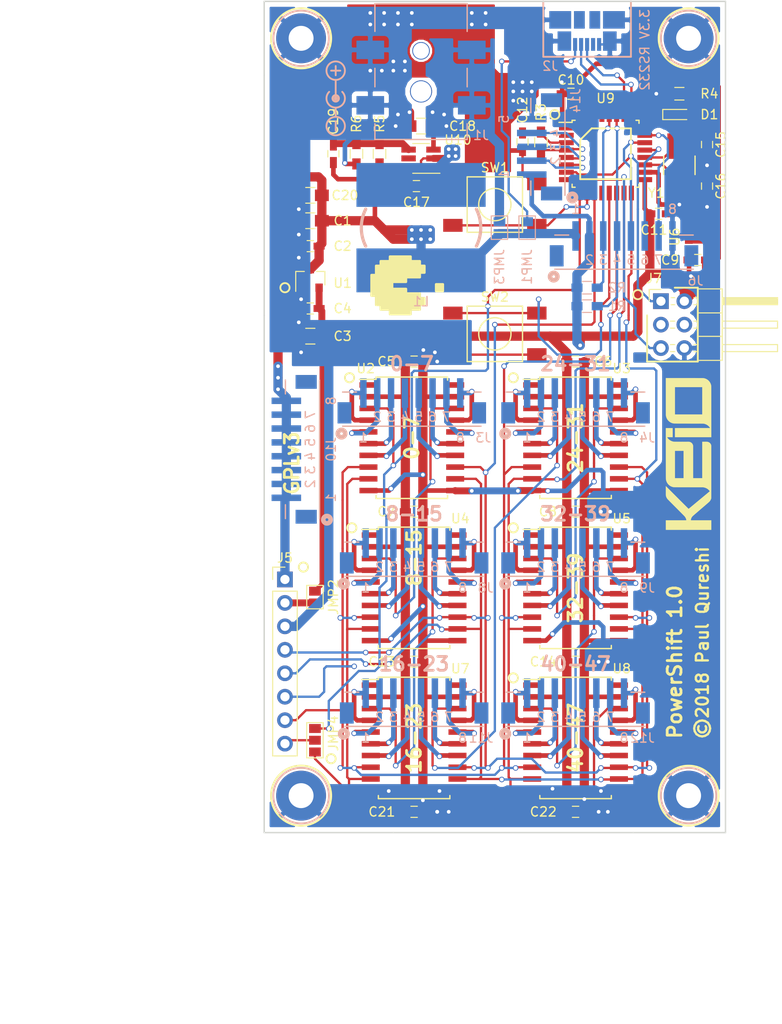
<source format=kicad_pcb>
(kicad_pcb (version 4) (host pcbnew 4.0.7)
  (title_block (title PowerShift) (rev 1.0) (comment 4 "Licence: GPLv3"))
  (layers (0 F.Cu signal) (31 B.Cu signal hide) (34 B.Paste user) (35 F.Paste user) (36 B.SilkS user hide) (37 F.SilkS user) (38 B.Mask user) (39 F.Mask user hide) (44 Edge.Cuts user))
  (net 0 "")
  (net 1 VPP)
  (net 2 GND)
  (net 3 +3V3)
  (net 4 /NTC_EN)
  (net 5 "Net-(C15-Pad1)")
  (net 6 "Net-(C16-Pad1)")
  (net 7 "Net-(C17-Pad1)")
  (net 8 "Net-(C17-Pad2)")
  (net 9 "Net-(C18-Pad1)")
  (net 10 "Net-(C19-Pad2)")
  (net 11 "Net-(D1-Pad1)")
  (net 12 "Net-(D1-Pad2)")
  (net 13 "Net-(J2-Pad1)")
  (net 14 /USB_DP)
  (net 15 /USB_DM)
  (net 16 "Net-(J3-Pad1)")
  (net 17 "Net-(J3-Pad2)")
  (net 18 "Net-(J3-Pad3)")
  (net 19 "Net-(J3-Pad4)")
  (net 20 "Net-(J3-Pad5)")
  (net 21 "Net-(J3-Pad6)")
  (net 22 "Net-(J3-Pad7)")
  (net 23 "Net-(J3-Pad8)")
  (net 24 "Net-(J4-Pad1)")
  (net 25 "Net-(J4-Pad2)")
  (net 26 "Net-(J4-Pad3)")
  (net 27 "Net-(J4-Pad4)")
  (net 28 "Net-(J4-Pad5)")
  (net 29 "Net-(J4-Pad6)")
  (net 30 "Net-(J4-Pad7)")
  (net 31 "Net-(J4-Pad8)")
  (net 32 "Net-(J5-Pad2)")
  (net 33 /SRCK)
  (net 34 /RCK)
  (net 35 /~G)
  (net 36 /~SRCLR)
  (net 37 /SER_IN)
  (net 38 /SDA)
  (net 39 /SCL)
  (net 40 /RX)
  (net 41 /TX)
  (net 42 /XCK)
  (net 43 /PDI_D)
  (net 44 /PDI_C)
  (net 45 "Net-(J8-Pad1)")
  (net 46 "Net-(J8-Pad2)")
  (net 47 "Net-(J8-Pad3)")
  (net 48 "Net-(J8-Pad4)")
  (net 49 "Net-(J8-Pad5)")
  (net 50 "Net-(J8-Pad6)")
  (net 51 "Net-(J8-Pad7)")
  (net 52 "Net-(J8-Pad8)")
  (net 53 "Net-(J9-Pad1)")
  (net 54 "Net-(J9-Pad2)")
  (net 55 "Net-(J9-Pad3)")
  (net 56 "Net-(J9-Pad4)")
  (net 57 "Net-(J9-Pad5)")
  (net 58 "Net-(J9-Pad6)")
  (net 59 "Net-(J9-Pad7)")
  (net 60 "Net-(J9-Pad8)")
  (net 61 /SER_OUT)
  (net 62 "Net-(J11-Pad1)")
  (net 63 "Net-(J11-Pad2)")
  (net 64 "Net-(J11-Pad3)")
  (net 65 "Net-(J11-Pad4)")
  (net 66 "Net-(J11-Pad5)")
  (net 67 "Net-(J11-Pad6)")
  (net 68 "Net-(J11-Pad7)")
  (net 69 "Net-(J11-Pad8)")
  (net 70 "Net-(J12-Pad1)")
  (net 71 "Net-(J12-Pad2)")
  (net 72 "Net-(J12-Pad3)")
  (net 73 "Net-(J12-Pad4)")
  (net 74 "Net-(J12-Pad5)")
  (net 75 "Net-(J12-Pad6)")
  (net 76 "Net-(J12-Pad7)")
  (net 77 "Net-(J12-Pad8)")
  (net 78 "Net-(J14-Pad4)")
  (net 79 "Net-(J14-Pad3)")
  (net 80 "Net-(J14-Pad2)")
  (net 81 "Net-(U2-Pad18)")
  (net 82 "Net-(U3-Pad3)")
  (net 83 "Net-(U3-Pad18)")
  (net 84 "Net-(U4-Pad18)")
  (net 85 "Net-(U5-Pad18)")
  (net 86 "Net-(J5-Pad8)")
  (net 87 "Net-(J7-Pad3)")
  (net 88 "Net-(J7-Pad4)")
  (net 89 /BTN1)
  (net 90 /BTN2)
  (net 91 "Net-(U2-Pad1)")
  (net 92 "Net-(U2-Pad20)")
  (net 93 "Net-(U3-Pad1)")
  (net 94 "Net-(U3-Pad20)")
  (net 95 "Net-(U4-Pad1)")
  (net 96 "Net-(U4-Pad20)")
  (net 97 "Net-(U5-Pad1)")
  (net 98 "Net-(U5-Pad20)")
  (net 99 "Net-(U7-Pad1)")
  (net 100 "Net-(U7-Pad20)")
  (net 101 "Net-(U8-Pad1)")
  (net 102 "Net-(U8-Pad20)")
  (net 103 "Net-(U9-Pad2)")
  (net 104 "Net-(U9-Pad12)")
  (net 105 "Net-(U9-Pad29)")
  (net 106 "Net-(U9-Pad30)")
  (net 107 "Net-(U9-Pad31)")
  (net 108 "Net-(U10-Pad5)")
  (module Housings_SOIC:SOIC-20W_7.5x12.8mm_Pitch1.27mm (layer F.Cu) (at 83.75 129.75)
    (fp_text reference U8 (at 5 -7.5) (layer F.SilkS))
    (fp_text value TPIC6B595)
    (pad 1 smd rect (at -4.7 -5.715) (size 1.95 0.6) (layers F.Cu F.Paste F.Mask) (net 101 "Net-(U8-Pad1)"))
    (pad 2 smd rect (at -4.7 -4.445) (size 1.95 0.6) (layers F.Cu F.Paste F.Mask) (net 3 +3V3))
    (pad 3 smd rect (at -4.7 -3.175) (size 1.95 0.6) (layers F.Cu F.Paste F.Mask) (net 85 "Net-(U5-Pad18)"))
    (pad 4 smd rect (at -4.7 -1.905) (size 1.95 0.6) (layers F.Cu F.Paste F.Mask) (net 70 "Net-(J12-Pad1)"))
    (pad 5 smd rect (at -4.7 -0.635) (size 1.95 0.6) (layers F.Cu F.Paste F.Mask) (net 71 "Net-(J12-Pad2)"))
    (pad 6 smd rect (at -4.7 0.635) (size 1.95 0.6) (layers F.Cu F.Paste F.Mask) (net 72 "Net-(J12-Pad3)"))
    (pad 7 smd rect (at -4.7 1.905) (size 1.95 0.6) (layers F.Cu F.Paste F.Mask) (net 73 "Net-(J12-Pad4)"))
    (pad 8 smd rect (at -4.7 3.175) (size 1.95 0.6) (layers F.Cu F.Paste F.Mask) (net 36 /~SRCLR))
    (pad 9 smd rect (at -4.7 4.445) (size 1.95 0.6) (layers F.Cu F.Paste F.Mask) (net 35 /~G))
    (pad 10 smd rect (at -4.7 5.715) (size 1.95 0.6) (layers F.Cu F.Paste F.Mask) (net 2 GND))
    (pad 11 smd rect (at 4.7 5.715) (size 1.95 0.6) (layers F.Cu F.Paste F.Mask) (net 2 GND))
    (pad 12 smd rect (at 4.7 4.445) (size 1.95 0.6) (layers F.Cu F.Paste F.Mask) (net 34 /RCK))
    (pad 13 smd rect (at 4.7 3.175) (size 1.95 0.6) (layers F.Cu F.Paste F.Mask) (net 33 /SRCK))
    (pad 14 smd rect (at 4.7 1.905) (size 1.95 0.6) (layers F.Cu F.Paste F.Mask) (net 74 "Net-(J12-Pad5)"))
    (pad 15 smd rect (at 4.7 0.635) (size 1.95 0.6) (layers F.Cu F.Paste F.Mask) (net 75 "Net-(J12-Pad6)"))
    (pad 16 smd rect (at 4.7 -0.635) (size 1.95 0.6) (layers F.Cu F.Paste F.Mask) (net 76 "Net-(J12-Pad7)"))
    (pad 17 smd rect (at 4.7 -1.905) (size 1.95 0.6) (layers F.Cu F.Paste F.Mask) (net 77 "Net-(J12-Pad8)"))
    (pad 18 smd rect (at 4.7 -3.175) (size 1.95 0.6) (layers F.Cu F.Paste F.Mask) (net 61 /SER_OUT))
    (pad 19 smd rect (at 4.7 -4.445) (size 1.95 0.6) (layers F.Cu F.Paste F.Mask) (net 2 GND))
    (pad 20 smd rect (at 4.7 -5.715) (size 1.95 0.6) (layers F.Cu F.Paste F.Mask) (net 102 "Net-(U8-Pad20)"))
  )
  (module kuro:B8B-ZR-SM4-TF (layer B.Cu) (at 66 94)
    (fp_text reference J3 (at 7.75 3.25) (layer B.SilkS) (effects (justify mirror)))
    (fp_text value JST-ZR)
    (fp_text user 8 (at 5.25 3.25) (layer B.SilkS) (effects (justify mirror)))
    (fp_text user 7 (at 3.75 1) (layer B.SilkS) (effects (justify mirror)))
    (fp_text user 6 (at 2.25 1) (layer B.SilkS) (effects (justify mirror)))
    (fp_text user 5 (at 0.75 1) (layer B.SilkS) (effects (justify mirror)))
    (fp_text user 4 (at -0.75 1) (layer B.SilkS) (effects (justify mirror)))
    (fp_text user 3 (at -2.25 1) (layer B.SilkS) (effects (justify mirror)))
    (fp_text user 2 (at -3.75 1) (layer B.SilkS) (effects (justify mirror)))
    (fp_text user 1 (at -5.25 3.25) (layer B.SilkS) (effects (justify mirror)))
    (pad 1 smd rect (at -5.25 -1.6) (size 0.7 3.2) (layers B.Cu B.Paste B.Mask) (net 16 "Net-(J3-Pad1)"))
    (pad 2 smd rect (at -3.75 -1.6) (size 0.7 3.2) (layers B.Cu B.Paste B.Mask) (net 17 "Net-(J3-Pad2)"))
    (pad 3 smd rect (at -2.25 -1.6) (size 0.7 3.2) (layers B.Cu B.Paste B.Mask) (net 18 "Net-(J3-Pad3)"))
    (pad 4 smd rect (at -0.75 -1.6) (size 0.7 3.2) (layers B.Cu B.Paste B.Mask) (net 19 "Net-(J3-Pad4)"))
    (pad 5 smd rect (at 0.75 -1.6) (size 0.7 3.2) (layers B.Cu B.Paste B.Mask) (net 20 "Net-(J3-Pad5)"))
    (pad NC1 smd rect (at 7.3 0.55) (size 1.5 2.3) (layers B.Cu B.Paste B.Mask))
    (pad NC2 smd rect (at -7.3 0.55) (size 1.5 2.3) (layers B.Cu B.Paste B.Mask))
    (pad 6 smd rect (at 2.25 -1.6) (size 0.7 3.2) (layers B.Cu B.Paste B.Mask) (net 21 "Net-(J3-Pad6)"))
    (pad 7 smd rect (at 3.75 -1.6) (size 0.7 3.2) (layers B.Cu B.Paste B.Mask) (net 22 "Net-(J3-Pad7)"))
    (pad 8 smd rect (at 5.25 -1.6) (size 0.7 3.2) (layers B.Cu B.Paste B.Mask) (net 23 "Net-(J3-Pad8)"))
  )
  (module Capacitors_SMD:C_0805_HandSoldering (layer F.Cu) (at 55 73.75 180)
    (fp_text reference C1 (at -3.5 0 180) (layer F.SilkS))
    (fp_text value 22u)
    (pad 1 smd rect (at -1.25 0 180) (size 1.5 1.25) (layers F.Cu F.Paste F.Mask) (net 1 VPP))
    (pad 2 smd rect (at 1.25 0 180) (size 1.5 1.25) (layers F.Cu F.Paste F.Mask) (net 2 GND))
  )
  (module Capacitors_SMD:C_0603_HandSoldering (layer F.Cu) (at 55 76.5 180)
    (fp_text reference C2 (at -3.5 0 180) (layer F.SilkS))
    (fp_text value 10u)
    (pad 1 smd rect (at -0.95 0 180) (size 1.2 0.75) (layers F.Cu F.Paste F.Mask) (net 1 VPP))
    (pad 2 smd rect (at 0.95 0 180) (size 1.2 0.75) (layers F.Cu F.Paste F.Mask) (net 2 GND))
  )
  (module Capacitors_SMD:C_0805_HandSoldering (layer F.Cu) (at 55 86.25 180)
    (fp_text reference C3 (at -3.5 0 180) (layer F.SilkS))
    (fp_text value 22u)
    (pad 1 smd rect (at -1.25 0 180) (size 1.5 1.25) (layers F.Cu F.Paste F.Mask) (net 3 +3V3))
    (pad 2 smd rect (at 1.25 0 180) (size 1.5 1.25) (layers F.Cu F.Paste F.Mask) (net 2 GND))
  )
  (module Capacitors_SMD:C_0603_HandSoldering (layer F.Cu) (at 55 83.25 180)
    (fp_text reference C4 (at -3.5 0 180) (layer F.SilkS))
    (fp_text value 10u)
    (pad 1 smd rect (at -0.95 0 180) (size 1.2 0.75) (layers F.Cu F.Paste F.Mask) (net 3 +3V3))
    (pad 2 smd rect (at 0.95 0 180) (size 1.2 0.75) (layers F.Cu F.Paste F.Mask) (net 2 GND))
  )
  (module Capacitors_SMD:C_0603_HandSoldering (layer F.Cu) (at 66.25 89)
    (fp_text reference C5 (at -3 0) (layer F.SilkS))
    (fp_text value 100n)
    (pad 1 smd rect (at -0.95 0) (size 1.2 0.75) (layers F.Cu F.Paste F.Mask) (net 3 +3V3))
    (pad 2 smd rect (at 0.95 0) (size 1.2 0.75) (layers F.Cu F.Paste F.Mask) (net 2 GND))
  )
  (module Capacitors_SMD:C_0603_HandSoldering (layer F.Cu) (at 83.75 89)
    (fp_text reference C6 (at 3 0) (layer F.SilkS))
    (fp_text value 100n)
    (pad 1 smd rect (at -0.95 0) (size 1.2 0.75) (layers F.Cu F.Paste F.Mask) (net 3 +3V3))
    (pad 2 smd rect (at 0.95 0) (size 1.2 0.75) (layers F.Cu F.Paste F.Mask) (net 2 GND))
  )
  (module Capacitors_SMD:C_0603_HandSoldering (layer F.Cu) (at 66.25 105.25)
    (fp_text reference C7 (at -3 0) (layer F.SilkS))
    (fp_text value 100n)
    (pad 1 smd rect (at -0.95 0) (size 1.2 0.75) (layers F.Cu F.Paste F.Mask) (net 3 +3V3))
    (pad 2 smd rect (at 0.95 0) (size 1.2 0.75) (layers F.Cu F.Paste F.Mask) (net 2 GND))
  )
  (module Capacitors_SMD:C_0603_HandSoldering (layer F.Cu) (at 83.75 105.25)
    (fp_text reference C8 (at -3 0) (layer F.SilkS))
    (fp_text value 100n)
    (pad 1 smd rect (at -0.95 0) (size 1.2 0.75) (layers F.Cu F.Paste F.Mask) (net 3 +3V3))
    (pad 2 smd rect (at 0.95 0) (size 1.2 0.75) (layers F.Cu F.Paste F.Mask) (net 2 GND))
  )
  (module Capacitors_SMD:C_0603_HandSoldering (layer F.Cu) (at 97 78 180)
    (fp_text reference C9 (at 3 0 180) (layer F.SilkS))
    (fp_text value 100n)
    (pad 1 smd rect (at -0.95 0 180) (size 1.2 0.75) (layers F.Cu F.Paste F.Mask) (net 3 +3V3))
    (pad 2 smd rect (at 0.95 0 180) (size 1.2 0.75) (layers F.Cu F.Paste F.Mask) (net 2 GND))
  )
  (module Capacitors_SMD:C_0603_HandSoldering (layer F.Cu) (at 83.25 60 180)
    (fp_text reference C10 (at 0 1.5 180) (layer F.SilkS))
    (fp_text value 100n)
    (pad 1 smd rect (at -0.95 0 180) (size 1.2 0.75) (layers F.Cu F.Paste F.Mask) (net 3 +3V3))
    (pad 2 smd rect (at 0.95 0 180) (size 1.2 0.75) (layers F.Cu F.Paste F.Mask) (net 2 GND))
  )
  (module Capacitors_SMD:C_0603_HandSoldering (layer F.Cu) (at 92.75 73)
    (fp_text reference C11 (at -0.5 1.75) (layer F.SilkS))
    (fp_text value 100n)
    (pad 1 smd rect (at -0.95 0) (size 1.2 0.75) (layers F.Cu F.Paste F.Mask) (net 3 +3V3))
    (pad 2 smd rect (at 0.95 0) (size 1.2 0.75) (layers F.Cu F.Paste F.Mask) (net 2 GND))
  )
  (module Capacitors_SMD:C_0603_HandSoldering (layer F.Cu) (at 78 65.2 270)
    (fp_text reference C12 (at -3.45 0 270) (layer F.SilkS))
    (fp_text value 100n)
    (pad 1 smd rect (at -0.95 0 270) (size 1.2 0.75) (layers F.Cu F.Paste F.Mask) (net 4 /NTC_EN))
    (pad 2 smd rect (at 0.95 0 270) (size 1.2 0.75) (layers F.Cu F.Paste F.Mask) (net 2 GND))
  )
  (module Capacitors_SMD:C_0603_HandSoldering (layer F.Cu) (at 66.25 121.5)
    (fp_text reference C13 (at -3.5 0) (layer F.SilkS))
    (fp_text value 100n)
    (pad 1 smd rect (at -0.95 0) (size 1.2 0.75) (layers F.Cu F.Paste F.Mask) (net 3 +3V3))
    (pad 2 smd rect (at 0.95 0) (size 1.2 0.75) (layers F.Cu F.Paste F.Mask) (net 2 GND))
  )
  (module Capacitors_SMD:C_0603_HandSoldering (layer F.Cu) (at 83.75 121.5)
    (fp_text reference C14 (at -3.5 0) (layer F.SilkS))
    (fp_text value 100n)
    (pad 1 smd rect (at -0.95 0) (size 1.2 0.75) (layers F.Cu F.Paste F.Mask) (net 3 +3V3))
    (pad 2 smd rect (at 0.95 0) (size 1.2 0.75) (layers F.Cu F.Paste F.Mask) (net 2 GND))
  )
  (module Capacitors_SMD:C_0603_HandSoldering (layer F.Cu) (at 98 65.5 270)
    (fp_text reference C15 (at 0 -1.5 270) (layer F.SilkS))
    (fp_text value 18p)
    (pad 1 smd rect (at -0.95 0 270) (size 1.2 0.75) (layers F.Cu F.Paste F.Mask) (net 5 "Net-(C15-Pad1)"))
    (pad 2 smd rect (at 0.95 0 270) (size 1.2 0.75) (layers F.Cu F.Paste F.Mask) (net 2 GND))
  )
  (module Capacitors_SMD:C_0603_HandSoldering (layer F.Cu) (at 98 70 90)
    (fp_text reference C16 (at 0 1.5 90) (layer F.SilkS))
    (fp_text value 18p)
    (pad 1 smd rect (at -0.95 0 90) (size 1.2 0.75) (layers F.Cu F.Paste F.Mask) (net 6 "Net-(C16-Pad1)"))
    (pad 2 smd rect (at 0.95 0 90) (size 1.2 0.75) (layers F.Cu F.Paste F.Mask) (net 2 GND))
  )
  (module Capacitors_SMD:C_0603_HandSoldering (layer F.Cu) (at 66.5 70)
    (fp_text reference C17 (at 0 1.75) (layer F.SilkS))
    (fp_text value 100n)
    (pad 1 smd rect (at -0.95 0) (size 1.2 0.75) (layers F.Cu F.Paste F.Mask) (net 7 "Net-(C17-Pad1)"))
    (pad 2 smd rect (at 0.95 0) (size 1.2 0.75) (layers F.Cu F.Paste F.Mask) (net 8 "Net-(C17-Pad2)"))
  )
  (module Capacitors_SMD:C_0805_HandSoldering (layer F.Cu) (at 67 63.5 180)
    (fp_text reference C18 (at -4.5 0 180) (layer F.SilkS))
    (fp_text value 22u)
    (pad 1 smd rect (at -1.25 0 180) (size 1.5 1.25) (layers F.Cu F.Paste F.Mask) (net 9 "Net-(C18-Pad1)"))
    (pad 2 smd rect (at 1.25 0 180) (size 1.5 1.25) (layers F.Cu F.Paste F.Mask) (net 2 GND))
  )
  (module Capacitors_SMD:C_0603_HandSoldering (layer F.Cu) (at 57.5 66.5 90)
    (fp_text reference C19 (at 3.5 0 90) (layer F.SilkS))
    (fp_text value 91p)
    (pad 1 smd rect (at -0.95 0 90) (size 1.2 0.75) (layers F.Cu F.Paste F.Mask) (net 1 VPP))
    (pad 2 smd rect (at 0.95 0 90) (size 1.2 0.75) (layers F.Cu F.Paste F.Mask) (net 10 "Net-(C19-Pad2)"))
  )
  (module Capacitors_SMD:C_0805_HandSoldering (layer F.Cu) (at 55 71 180)
    (fp_text reference C20 (at -3.75 0 180) (layer F.SilkS))
    (fp_text value 22u)
    (pad 1 smd rect (at -1.25 0 180) (size 1.5 1.25) (layers F.Cu F.Paste F.Mask) (net 1 VPP))
    (pad 2 smd rect (at 1.25 0 180) (size 1.5 1.25) (layers F.Cu F.Paste F.Mask) (net 2 GND))
  )
  (module LEDs:LED_0603_HandSoldering (layer F.Cu) (at 95 62.25)
    (fp_text reference D1 (at 3.25 0) (layer F.SilkS))
    (fp_text value LED_ALT)
    (pad 1 smd rect (at -1.1 0) (size 1.2 0.9) (layers F.Cu F.Paste F.Mask) (net 11 "Net-(D1-Pad1)"))
    (pad 2 smd rect (at 1.1 0) (size 1.2 0.9) (layers F.Cu F.Paste F.Mask) (net 12 "Net-(D1-Pad2)"))
  )
  (module kuro:Molex_47346-0001_Micro_USB_SMT (layer B.Cu) (at 85 52 180)
    (fp_text reference J2 (at 4 -5 180) (layer B.SilkS) (effects (justify mirror)))
    (fp_text value MICRO_USB)
    (pad 1 smd rect (at 1.3 -2.66 180) (size 0.45 1.38) (layers B.Cu B.Paste B.Mask) (net 13 "Net-(J2-Pad1)"))
    (pad 2 smd rect (at 0.65 -2.66 180) (size 0.45 1.38) (layers B.Cu B.Paste B.Mask) (net 14 /USB_DP))
    (pad 3 smd rect (at 0 -2.66 180) (size 0.45 1.38) (layers B.Cu B.Paste B.Mask) (net 15 /USB_DM))
    (pad "" smd rect (at -0.65 -2.66 180) (size 0.45 1.38) (layers B.Cu B.Paste B.Mask))
    (pad 4 smd rect (at -1.3 -2.66 180) (size 0.45 1.38) (layers B.Cu B.Paste B.Mask) (net 2 GND))
    (pad 5 smd rect (at 2.4625 -2.3 180) (size 1.475 2.1) (layers B.Cu B.Paste B.Mask) (net 2 GND))
    (pad 5 smd rect (at -2.4625 -2.3 180) (size 1.475 2.1) (layers B.Cu B.Paste B.Mask) (net 2 GND))
    (pad 5 smd rect (at -2.9125 0 180) (size 2.375 1.9) (layers B.Cu B.Paste B.Mask) (net 2 GND))
    (pad "" smd rect (at -0.8375 0 180) (size 1.175 1.9) (layers B.Cu B.Paste B.Mask))
    (pad "" smd rect (at 0.8375 0 180) (size 1.175 1.9) (layers B.Cu B.Paste B.Mask))
    (pad 5 smd rect (at 2.9125 0 180) (size 2.375 1.9) (layers B.Cu B.Paste B.Mask) (net 2 GND))
  )
  (module kuro:B8B-ZR-SM4-TF (layer B.Cu) (at 83.75 94)
    (fp_text reference J4 (at 7.75 3.25) (layer B.SilkS) (effects (justify mirror)))
    (fp_text value JST-ZR)
    (fp_text user 8 (at 5.25 3.25) (layer B.SilkS) (effects (justify mirror)))
    (fp_text user 7 (at 3.75 1) (layer B.SilkS) (effects (justify mirror)))
    (fp_text user 6 (at 2.25 1) (layer B.SilkS) (effects (justify mirror)))
    (fp_text user 5 (at 0.75 1) (layer B.SilkS) (effects (justify mirror)))
    (fp_text user 4 (at -0.75 1) (layer B.SilkS) (effects (justify mirror)))
    (fp_text user 3 (at -2.25 1) (layer B.SilkS) (effects (justify mirror)))
    (fp_text user 2 (at -3.75 1) (layer B.SilkS) (effects (justify mirror)))
    (fp_text user 1 (at -5.25 3.25) (layer B.SilkS) (effects (justify mirror)))
    (pad 1 smd rect (at -5.25 -1.6) (size 0.7 3.2) (layers B.Cu B.Paste B.Mask) (net 24 "Net-(J4-Pad1)"))
    (pad 2 smd rect (at -3.75 -1.6) (size 0.7 3.2) (layers B.Cu B.Paste B.Mask) (net 25 "Net-(J4-Pad2)"))
    (pad 3 smd rect (at -2.25 -1.6) (size 0.7 3.2) (layers B.Cu B.Paste B.Mask) (net 26 "Net-(J4-Pad3)"))
    (pad 4 smd rect (at -0.75 -1.6) (size 0.7 3.2) (layers B.Cu B.Paste B.Mask) (net 27 "Net-(J4-Pad4)"))
    (pad 5 smd rect (at 0.75 -1.6) (size 0.7 3.2) (layers B.Cu B.Paste B.Mask) (net 28 "Net-(J4-Pad5)"))
    (pad NC1 smd rect (at 7.3 0.55) (size 1.5 2.3) (layers B.Cu B.Paste B.Mask))
    (pad NC2 smd rect (at -7.3 0.55) (size 1.5 2.3) (layers B.Cu B.Paste B.Mask))
    (pad 6 smd rect (at 2.25 -1.6) (size 0.7 3.2) (layers B.Cu B.Paste B.Mask) (net 29 "Net-(J4-Pad6)"))
    (pad 7 smd rect (at 3.75 -1.6) (size 0.7 3.2) (layers B.Cu B.Paste B.Mask) (net 30 "Net-(J4-Pad7)"))
    (pad 8 smd rect (at 5.25 -1.6) (size 0.7 3.2) (layers B.Cu B.Paste B.Mask) (net 31 "Net-(J4-Pad8)"))
  )
  (module kuro:B8B-ZR-SM4-TF (layer B.Cu) (at 89 77)
    (fp_text reference J6 (at 7.75 3.25) (layer B.SilkS) (effects (justify mirror)))
    (fp_text value SHIFT_IN)
    (fp_text user 8 (at 5.25 -4.5) (layer B.SilkS) (effects (justify mirror)))
    (fp_text user 7 (at 3.75 1) (layer B.SilkS) (effects (justify mirror)))
    (fp_text user 6 (at 2.25 1) (layer B.SilkS) (effects (justify mirror)))
    (fp_text user 5 (at 0.75 1) (layer B.SilkS) (effects (justify mirror)))
    (fp_text user 4 (at -0.75 1) (layer B.SilkS) (effects (justify mirror)))
    (fp_text user 3 (at -2.25 1) (layer B.SilkS) (effects (justify mirror)))
    (fp_text user 2 (at -3.75 1) (layer B.SilkS) (effects (justify mirror)))
    (fp_text user 1 (at -5.25 -4.5) (layer B.SilkS) (effects (justify mirror)))
    (pad 1 smd rect (at -5.25 -1.6) (size 0.7 3.2) (layers B.Cu B.Paste B.Mask) (net 1 VPP))
    (pad 2 smd rect (at -3.75 -1.6) (size 0.7 3.2) (layers B.Cu B.Paste B.Mask) (net 3 +3V3))
    (pad 3 smd rect (at -2.25 -1.6) (size 0.7 3.2) (layers B.Cu B.Paste B.Mask) (net 38 /SDA))
    (pad 4 smd rect (at -0.75 -1.6) (size 0.7 3.2) (layers B.Cu B.Paste B.Mask) (net 39 /SCL))
    (pad 5 smd rect (at 0.75 -1.6) (size 0.7 3.2) (layers B.Cu B.Paste B.Mask) (net 40 /RX))
    (pad NC1 smd rect (at 7.3 0.55) (size 1.5 2.3) (layers B.Cu B.Paste B.Mask))
    (pad NC2 smd rect (at -7.3 0.55) (size 1.5 2.3) (layers B.Cu B.Paste B.Mask))
    (pad 6 smd rect (at 2.25 -1.6) (size 0.7 3.2) (layers B.Cu B.Paste B.Mask) (net 41 /TX))
    (pad 7 smd rect (at 3.75 -1.6) (size 0.7 3.2) (layers B.Cu B.Paste B.Mask) (net 42 /XCK))
    (pad 8 smd rect (at 5.25 -1.6) (size 0.7 3.2) (layers B.Cu B.Paste B.Mask) (net 2 GND))
  )
  (module kuro:B8B-ZR-SM4-TF (layer B.Cu) (at 66.25 110.25)
    (fp_text reference J8 (at 7.75 3.25) (layer B.SilkS) (effects (justify mirror)))
    (fp_text value JST-ZR)
    (fp_text user 8 (at 5.25 3.25) (layer B.SilkS) (effects (justify mirror)))
    (fp_text user 7 (at 3.75 1) (layer B.SilkS) (effects (justify mirror)))
    (fp_text user 6 (at 2.25 1) (layer B.SilkS) (effects (justify mirror)))
    (fp_text user 5 (at 0.75 1) (layer B.SilkS) (effects (justify mirror)))
    (fp_text user 4 (at -0.75 1) (layer B.SilkS) (effects (justify mirror)))
    (fp_text user 3 (at -2.25 1) (layer B.SilkS) (effects (justify mirror)))
    (fp_text user 2 (at -3.75 1) (layer B.SilkS) (effects (justify mirror)))
    (fp_text user 1 (at -5.25 3.25) (layer B.SilkS) (effects (justify mirror)))
    (pad 1 smd rect (at -5.25 -1.6) (size 0.7 3.2) (layers B.Cu B.Paste B.Mask) (net 45 "Net-(J8-Pad1)"))
    (pad 2 smd rect (at -3.75 -1.6) (size 0.7 3.2) (layers B.Cu B.Paste B.Mask) (net 46 "Net-(J8-Pad2)"))
    (pad 3 smd rect (at -2.25 -1.6) (size 0.7 3.2) (layers B.Cu B.Paste B.Mask) (net 47 "Net-(J8-Pad3)"))
    (pad 4 smd rect (at -0.75 -1.6) (size 0.7 3.2) (layers B.Cu B.Paste B.Mask) (net 48 "Net-(J8-Pad4)"))
    (pad 5 smd rect (at 0.75 -1.6) (size 0.7 3.2) (layers B.Cu B.Paste B.Mask) (net 49 "Net-(J8-Pad5)"))
    (pad NC1 smd rect (at 7.3 0.55) (size 1.5 2.3) (layers B.Cu B.Paste B.Mask))
    (pad NC2 smd rect (at -7.3 0.55) (size 1.5 2.3) (layers B.Cu B.Paste B.Mask))
    (pad 6 smd rect (at 2.25 -1.6) (size 0.7 3.2) (layers B.Cu B.Paste B.Mask) (net 50 "Net-(J8-Pad6)"))
    (pad 7 smd rect (at 3.75 -1.6) (size 0.7 3.2) (layers B.Cu B.Paste B.Mask) (net 51 "Net-(J8-Pad7)"))
    (pad 8 smd rect (at 5.25 -1.6) (size 0.7 3.2) (layers B.Cu B.Paste B.Mask) (net 52 "Net-(J8-Pad8)"))
  )
  (module kuro:B8B-ZR-SM4-TF (layer B.Cu) (at 83.75 110.25)
    (fp_text reference J9 (at 7.75 3.25) (layer B.SilkS) (effects (justify mirror)))
    (fp_text value JST-ZR)
    (fp_text user 8 (at 5.25 3.25) (layer B.SilkS) (effects (justify mirror)))
    (fp_text user 7 (at 3.75 1) (layer B.SilkS) (effects (justify mirror)))
    (fp_text user 6 (at 2.25 1) (layer B.SilkS) (effects (justify mirror)))
    (fp_text user 5 (at 0.75 1) (layer B.SilkS) (effects (justify mirror)))
    (fp_text user 4 (at -0.75 1) (layer B.SilkS) (effects (justify mirror)))
    (fp_text user 3 (at -2.25 1) (layer B.SilkS) (effects (justify mirror)))
    (fp_text user 2 (at -3.75 1) (layer B.SilkS) (effects (justify mirror)))
    (fp_text user 1 (at -5.25 3.25) (layer B.SilkS) (effects (justify mirror)))
    (pad 1 smd rect (at -5.25 -1.6) (size 0.7 3.2) (layers B.Cu B.Paste B.Mask) (net 53 "Net-(J9-Pad1)"))
    (pad 2 smd rect (at -3.75 -1.6) (size 0.7 3.2) (layers B.Cu B.Paste B.Mask) (net 54 "Net-(J9-Pad2)"))
    (pad 3 smd rect (at -2.25 -1.6) (size 0.7 3.2) (layers B.Cu B.Paste B.Mask) (net 55 "Net-(J9-Pad3)"))
    (pad 4 smd rect (at -0.75 -1.6) (size 0.7 3.2) (layers B.Cu B.Paste B.Mask) (net 56 "Net-(J9-Pad4)"))
    (pad 5 smd rect (at 0.75 -1.6) (size 0.7 3.2) (layers B.Cu B.Paste B.Mask) (net 57 "Net-(J9-Pad5)"))
    (pad NC1 smd rect (at 7.3 0.55) (size 1.5 2.3) (layers B.Cu B.Paste B.Mask))
    (pad NC2 smd rect (at -7.3 0.55) (size 1.5 2.3) (layers B.Cu B.Paste B.Mask))
    (pad 6 smd rect (at 2.25 -1.6) (size 0.7 3.2) (layers B.Cu B.Paste B.Mask) (net 58 "Net-(J9-Pad6)"))
    (pad 7 smd rect (at 3.75 -1.6) (size 0.7 3.2) (layers B.Cu B.Paste B.Mask) (net 59 "Net-(J9-Pad7)"))
    (pad 8 smd rect (at 5.25 -1.6) (size 0.7 3.2) (layers B.Cu B.Paste B.Mask) (net 60 "Net-(J9-Pad8)"))
  )
  (module kuro:B8B-ZR-SM4-TF (layer B.Cu) (at 54 98.5 90)
    (fp_text reference J10 (at 0 3.25 90) (layer B.SilkS) (effects (justify mirror)))
    (fp_text value SHIFT_IN)
    (fp_text user 8 (at 5.25 3.25 90) (layer B.SilkS) (effects (justify mirror)))
    (fp_text user 7 (at 3.75 1 90) (layer B.SilkS) (effects (justify mirror)))
    (fp_text user 6 (at 2.25 1 90) (layer B.SilkS) (effects (justify mirror)))
    (fp_text user 5 (at 0.75 1 90) (layer B.SilkS) (effects (justify mirror)))
    (fp_text user 4 (at -0.75 1 90) (layer B.SilkS) (effects (justify mirror)))
    (fp_text user 3 (at -2.25 1 90) (layer B.SilkS) (effects (justify mirror)))
    (fp_text user 2 (at -3.75 1 90) (layer B.SilkS) (effects (justify mirror)))
    (fp_text user 1 (at -5.25 3.25 90) (layer B.SilkS) (effects (justify mirror)))
    (pad 1 smd rect (at -5.25 -1.6 90) (size 0.7 3.2) (layers B.Cu B.Paste B.Mask) (net 1 VPP))
    (pad 2 smd rect (at -3.75 -1.6 90) (size 0.7 3.2) (layers B.Cu B.Paste B.Mask) (net 1 VPP))
    (pad 3 smd rect (at -2.25 -1.6 90) (size 0.7 3.2) (layers B.Cu B.Paste B.Mask) (net 1 VPP))
    (pad 4 smd rect (at -0.75 -1.6 90) (size 0.7 3.2) (layers B.Cu B.Paste B.Mask) (net 1 VPP))
    (pad 5 smd rect (at 0.75 -1.6 90) (size 0.7 3.2) (layers B.Cu B.Paste B.Mask) (net 1 VPP))
    (pad NC1 smd rect (at 7.3 0.55 90) (size 1.5 2.3) (layers B.Cu B.Paste B.Mask))
    (pad NC2 smd rect (at -7.3 0.55 90) (size 1.5 2.3) (layers B.Cu B.Paste B.Mask))
    (pad 6 smd rect (at 2.25 -1.6 90) (size 0.7 3.2) (layers B.Cu B.Paste B.Mask) (net 1 VPP))
    (pad 7 smd rect (at 3.75 -1.6 90) (size 0.7 3.2) (layers B.Cu B.Paste B.Mask) (net 1 VPP))
    (pad 8 smd rect (at 5.25 -1.6 90) (size 0.7 3.2) (layers B.Cu B.Paste B.Mask) (net 1 VPP))
  )
  (module kuro:B8B-ZR-SM4-TF (layer B.Cu) (at 66.25 126.5)
    (fp_text reference J11 (at 7.25 3.25) (layer B.SilkS) (effects (justify mirror)))
    (fp_text value JST-ZR)
    (fp_text user 8 (at 5.25 3.25) (layer B.SilkS) (effects (justify mirror)))
    (fp_text user 7 (at 3.75 1) (layer B.SilkS) (effects (justify mirror)))
    (fp_text user 6 (at 2.25 1) (layer B.SilkS) (effects (justify mirror)))
    (fp_text user 5 (at 0.75 1) (layer B.SilkS) (effects (justify mirror)))
    (fp_text user 4 (at -0.75 1) (layer B.SilkS) (effects (justify mirror)))
    (fp_text user 3 (at -2.25 1) (layer B.SilkS) (effects (justify mirror)))
    (fp_text user 2 (at -3.75 1) (layer B.SilkS) (effects (justify mirror)))
    (fp_text user 1 (at -5.25 3.25) (layer B.SilkS) (effects (justify mirror)))
    (pad 1 smd rect (at -5.25 -1.6) (size 0.7 3.2) (layers B.Cu B.Paste B.Mask) (net 62 "Net-(J11-Pad1)"))
    (pad 2 smd rect (at -3.75 -1.6) (size 0.7 3.2) (layers B.Cu B.Paste B.Mask) (net 63 "Net-(J11-Pad2)"))
    (pad 3 smd rect (at -2.25 -1.6) (size 0.7 3.2) (layers B.Cu B.Paste B.Mask) (net 64 "Net-(J11-Pad3)"))
    (pad 4 smd rect (at -0.75 -1.6) (size 0.7 3.2) (layers B.Cu B.Paste B.Mask) (net 65 "Net-(J11-Pad4)"))
    (pad 5 smd rect (at 0.75 -1.6) (size 0.7 3.2) (layers B.Cu B.Paste B.Mask) (net 66 "Net-(J11-Pad5)"))
    (pad NC1 smd rect (at 7.3 0.55) (size 1.5 2.3) (layers B.Cu B.Paste B.Mask))
    (pad NC2 smd rect (at -7.3 0.55) (size 1.5 2.3) (layers B.Cu B.Paste B.Mask))
    (pad 6 smd rect (at 2.25 -1.6) (size 0.7 3.2) (layers B.Cu B.Paste B.Mask) (net 67 "Net-(J11-Pad6)"))
    (pad 7 smd rect (at 3.75 -1.6) (size 0.7 3.2) (layers B.Cu B.Paste B.Mask) (net 68 "Net-(J11-Pad7)"))
    (pad 8 smd rect (at 5.25 -1.6) (size 0.7 3.2) (layers B.Cu B.Paste B.Mask) (net 69 "Net-(J11-Pad8)"))
  )
  (module kuro:B8B-ZR-SM4-TF (layer B.Cu) (at 83.75 126.5)
    (fp_text reference J12 (at 7.25 3.25) (layer B.SilkS) (effects (justify mirror)))
    (fp_text value JST-ZR)
    (fp_text user 8 (at 5.25 3.25) (layer B.SilkS) (effects (justify mirror)))
    (fp_text user 7 (at 3.75 1) (layer B.SilkS) (effects (justify mirror)))
    (fp_text user 6 (at 2.25 1) (layer B.SilkS) (effects (justify mirror)))
    (fp_text user 5 (at 0.75 1) (layer B.SilkS) (effects (justify mirror)))
    (fp_text user 4 (at -0.75 1) (layer B.SilkS) (effects (justify mirror)))
    (fp_text user 3 (at -2.25 1) (layer B.SilkS) (effects (justify mirror)))
    (fp_text user 2 (at -3.75 1) (layer B.SilkS) (effects (justify mirror)))
    (fp_text user 1 (at -5.25 3.25) (layer B.SilkS) (effects (justify mirror)))
    (pad 1 smd rect (at -5.25 -1.6) (size 0.7 3.2) (layers B.Cu B.Paste B.Mask) (net 70 "Net-(J12-Pad1)"))
    (pad 2 smd rect (at -3.75 -1.6) (size 0.7 3.2) (layers B.Cu B.Paste B.Mask) (net 71 "Net-(J12-Pad2)"))
    (pad 3 smd rect (at -2.25 -1.6) (size 0.7 3.2) (layers B.Cu B.Paste B.Mask) (net 72 "Net-(J12-Pad3)"))
    (pad 4 smd rect (at -0.75 -1.6) (size 0.7 3.2) (layers B.Cu B.Paste B.Mask) (net 73 "Net-(J12-Pad4)"))
    (pad 5 smd rect (at 0.75 -1.6) (size 0.7 3.2) (layers B.Cu B.Paste B.Mask) (net 74 "Net-(J12-Pad5)"))
    (pad NC1 smd rect (at 7.3 0.55) (size 1.5 2.3) (layers B.Cu B.Paste B.Mask))
    (pad NC2 smd rect (at -7.3 0.55) (size 1.5 2.3) (layers B.Cu B.Paste B.Mask))
    (pad 6 smd rect (at 2.25 -1.6) (size 0.7 3.2) (layers B.Cu B.Paste B.Mask) (net 75 "Net-(J12-Pad6)"))
    (pad 7 smd rect (at 3.75 -1.6) (size 0.7 3.2) (layers B.Cu B.Paste B.Mask) (net 76 "Net-(J12-Pad7)"))
    (pad 8 smd rect (at 5.25 -1.6) (size 0.7 3.2) (layers B.Cu B.Paste B.Mask) (net 77 "Net-(J12-Pad8)"))
  )
  (module kuro:B5B-ZR-SM4-TF (layer B.Cu) (at 80.6 65.75 90)
    (fp_text reference J14 (at 5 3.15 90) (layer B.SilkS) (effects (justify mirror)))
    (fp_text value JST-ZR)
    (fp_text user 1 (at -3 -4.6 90) (layer B.SilkS) (effects (justify mirror)))
    (fp_text user 2 (at -1.5 1 90) (layer B.SilkS) (effects (justify mirror)))
    (fp_text user 3 (at 0 1 90) (layer B.SilkS) (effects (justify mirror)))
    (fp_text user 4 (at 1.5 1 90) (layer B.SilkS) (effects (justify mirror)))
    (fp_text user 5 (at 3 -4.6 90) (layer B.SilkS) (effects (justify mirror)))
    (pad 5 smd rect (at 3 -1.6 90) (size 0.7 3.2) (layers B.Cu B.Paste B.Mask) (net 2 GND))
    (pad 4 smd rect (at 1.5 -1.6 90) (size 0.7 3.2) (layers B.Cu B.Paste B.Mask) (net 78 "Net-(J14-Pad4)"))
    (pad 3 smd rect (at 0 -1.6 90) (size 0.7 3.2) (layers B.Cu B.Paste B.Mask) (net 79 "Net-(J14-Pad3)"))
    (pad 2 smd rect (at -1.5 -1.6 90) (size 0.7 3.2) (layers B.Cu B.Paste B.Mask) (net 80 "Net-(J14-Pad2)"))
    (pad 1 smd rect (at -3 -1.6 90) (size 0.7 3.2) (layers B.Cu B.Paste B.Mask) (net 3 +3V3))
    (pad NC1 smd rect (at 5.05 0.55 90) (size 1.5 2.3) (layers B.Cu B.Paste B.Mask))
    (pad NC2 smd rect (at -5.05 0.55 90) (size 1.5 2.3) (layers B.Cu B.Paste B.Mask))
  )
  (module Connectors:GS2 (layer B.Cu) (at 78.5 74.5 180)
    (fp_text reference JMP1 (at 0 -4.25 450) (layer B.SilkS) (effects (justify mirror)))
    (fp_text value GS2)
    (pad 1 smd rect (at 0 0.64 180) (size 1.27 0.97) (layers B.Cu B.Paste B.Mask) (net 13 "Net-(J2-Pad1)"))
    (pad 2 smd rect (at 0 -0.64 180) (size 1.27 0.97) (layers B.Cu B.Paste B.Mask) (net 1 VPP))
  )
  (module Connectors:GS2 (layer F.Cu) (at 55.5 114.5)
    (fp_text reference JMP2 (at 2 0 90) (layer F.SilkS))
    (fp_text value GS2)
    (pad 1 smd rect (at 0 -0.64) (size 1.27 0.97) (layers F.Cu F.Paste F.Mask) (net 3 +3V3))
    (pad 2 smd rect (at 0 0.64) (size 1.27 0.97) (layers F.Cu F.Paste F.Mask) (net 32 "Net-(J5-Pad2)"))
  )
  (module Connectors:GS2 (layer B.Cu) (at 75.5 74.5 180)
    (fp_text reference JMP3 (at 0 -4.25 450) (layer B.SilkS) (effects (justify mirror)))
    (fp_text value GS2)
    (pad 1 smd rect (at 0 0.64 180) (size 1.27 0.97) (layers B.Cu B.Paste B.Mask) (net 9 "Net-(C18-Pad1)"))
    (pad 2 smd rect (at 0 -0.64 180) (size 1.27 0.97) (layers B.Cu B.Paste B.Mask) (net 1 VPP))
  )
  (module kuro:Bourns_SDR1307_14x14mm (layer B.Cu) (at 67 74.5)
    (fp_text reference L1 (at 0 8) (layer B.SilkS) (effects (justify mirror)))
    (fp_text value 12u hide)
    (pad 1 smd rect (at 0 4.625) (size 14 4.75) (layers B.Cu B.Paste B.Mask) (net 1 VPP))
    (pad 2 smd rect (at 0 -4.625) (size 14 4.75) (layers B.Cu B.Paste B.Mask) (net 8 "Net-(C17-Pad2)"))
  )
  (module Resistors_SMD:R_0603_HandSoldering (layer B.Cu) (at 85 83)
    (fp_text reference R1 (at 3.25 0) (layer B.SilkS) (effects (justify mirror)))
    (fp_text value 2k2)
    (pad 1 smd rect (at -1.1 0) (size 1.2 0.9) (layers B.Cu B.Paste B.Mask) (net 3 +3V3))
    (pad 2 smd rect (at 1.1 0) (size 1.2 0.9) (layers B.Cu B.Paste B.Mask) (net 39 /SCL))
  )
  (module Resistors_SMD:R_0603_HandSoldering (layer B.Cu) (at 85 81)
    (fp_text reference R2 (at 3.25 0) (layer B.SilkS) (effects (justify mirror)))
    (fp_text value 2k2)
    (pad 1 smd rect (at -1.1 0) (size 1.2 0.9) (layers B.Cu B.Paste B.Mask) (net 3 +3V3))
    (pad 2 smd rect (at 1.1 0) (size 1.2 0.9) (layers B.Cu B.Paste B.Mask) (net 38 /SDA))
  )
  (module Resistors_SMD:R_0603_HandSoldering (layer F.Cu) (at 80 65.25 270)
    (fp_text reference R3 (at -3.25 0 270) (layer F.SilkS))
    (fp_text value Rntc)
    (pad 1 smd rect (at -1.1 0 270) (size 1.2 0.9) (layers F.Cu F.Paste F.Mask) (net 4 /NTC_EN))
    (pad 2 smd rect (at 1.1 0 270) (size 1.2 0.9) (layers F.Cu F.Paste F.Mask) (net 78 "Net-(J14-Pad4)"))
  )
  (module Resistors_SMD:R_0603_HandSoldering (layer F.Cu) (at 95 60 180)
    (fp_text reference R4 (at -3.25 0 180) (layer F.SilkS))
    (fp_text value 1k)
    (pad 1 smd rect (at -1.1 0 180) (size 1.2 0.9) (layers F.Cu F.Paste F.Mask) (net 12 "Net-(D1-Pad2)"))
    (pad 2 smd rect (at 1.1 0 180) (size 1.2 0.9) (layers F.Cu F.Paste F.Mask) (net 2 GND))
  )
  (module Resistors_SMD:R_0603_HandSoldering (layer F.Cu) (at 62.5 66.5 90)
    (fp_text reference R5 (at 3.25 0 90) (layer F.SilkS))
    (fp_text value 100k)
    (pad 1 smd rect (at -1.1 0 90) (size 1.2 0.9) (layers F.Cu F.Paste F.Mask) (net 1 VPP))
    (pad 2 smd rect (at 1.1 0 90) (size 1.2 0.9) (layers F.Cu F.Paste F.Mask) (net 10 "Net-(C19-Pad2)"))
  )
  (module Resistors_SMD:R_0603_HandSoldering (layer F.Cu) (at 60 66.5 270)
    (fp_text reference R6 (at -3.25 0 270) (layer F.SilkS))
    (fp_text value 10.1k)
    (pad 1 smd rect (at -1.1 0 270) (size 1.2 0.9) (layers F.Cu F.Paste F.Mask) (net 10 "Net-(C19-Pad2)"))
    (pad 2 smd rect (at 1.1 0 270) (size 1.2 0.9) (layers F.Cu F.Paste F.Mask) (net 2 GND))
  )
  (module TO_SOT_Packages_SMD:SOT-23 (layer F.Cu) (at 55 80 90)
    (fp_text reference U1 (at -0.5 3.5 180) (layer F.SilkS))
    (fp_text value MCP1700)
    (pad 1 smd rect (at -1 -0.95 90) (size 0.9 0.8) (layers F.Cu F.Paste F.Mask) (net 2 GND))
    (pad 2 smd rect (at -1 0.95 90) (size 0.9 0.8) (layers F.Cu F.Paste F.Mask) (net 3 +3V3))
    (pad 3 smd rect (at 1 0 90) (size 0.9 0.8) (layers F.Cu F.Paste F.Mask) (net 1 VPP))
  )
  (module Housings_SOIC:SOIC-20W_7.5x12.8mm_Pitch1.27mm (layer F.Cu) (at 66 97.25)
    (fp_text reference U2 (at -5 -7.5) (layer F.SilkS))
    (fp_text value TPIC6B595)
    (pad 1 smd rect (at -4.7 -5.715) (size 1.95 0.6) (layers F.Cu F.Paste F.Mask) (net 91 "Net-(U2-Pad1)"))
    (pad 2 smd rect (at -4.7 -4.445) (size 1.95 0.6) (layers F.Cu F.Paste F.Mask) (net 3 +3V3))
    (pad 3 smd rect (at -4.7 -3.175) (size 1.95 0.6) (layers F.Cu F.Paste F.Mask) (net 37 /SER_IN))
    (pad 4 smd rect (at -4.7 -1.905) (size 1.95 0.6) (layers F.Cu F.Paste F.Mask) (net 16 "Net-(J3-Pad1)"))
    (pad 5 smd rect (at -4.7 -0.635) (size 1.95 0.6) (layers F.Cu F.Paste F.Mask) (net 17 "Net-(J3-Pad2)"))
    (pad 6 smd rect (at -4.7 0.635) (size 1.95 0.6) (layers F.Cu F.Paste F.Mask) (net 18 "Net-(J3-Pad3)"))
    (pad 7 smd rect (at -4.7 1.905) (size 1.95 0.6) (layers F.Cu F.Paste F.Mask) (net 19 "Net-(J3-Pad4)"))
    (pad 8 smd rect (at -4.7 3.175) (size 1.95 0.6) (layers F.Cu F.Paste F.Mask) (net 36 /~SRCLR))
    (pad 9 smd rect (at -4.7 4.445) (size 1.95 0.6) (layers F.Cu F.Paste F.Mask) (net 35 /~G))
    (pad 10 smd rect (at -4.7 5.715) (size 1.95 0.6) (layers F.Cu F.Paste F.Mask) (net 2 GND))
    (pad 11 smd rect (at 4.7 5.715) (size 1.95 0.6) (layers F.Cu F.Paste F.Mask) (net 2 GND))
    (pad 12 smd rect (at 4.7 4.445) (size 1.95 0.6) (layers F.Cu F.Paste F.Mask) (net 34 /RCK))
    (pad 13 smd rect (at 4.7 3.175) (size 1.95 0.6) (layers F.Cu F.Paste F.Mask) (net 33 /SRCK))
    (pad 14 smd rect (at 4.7 1.905) (size 1.95 0.6) (layers F.Cu F.Paste F.Mask) (net 20 "Net-(J3-Pad5)"))
    (pad 15 smd rect (at 4.7 0.635) (size 1.95 0.6) (layers F.Cu F.Paste F.Mask) (net 21 "Net-(J3-Pad6)"))
    (pad 16 smd rect (at 4.7 -0.635) (size 1.95 0.6) (layers F.Cu F.Paste F.Mask) (net 22 "Net-(J3-Pad7)"))
    (pad 17 smd rect (at 4.7 -1.905) (size 1.95 0.6) (layers F.Cu F.Paste F.Mask) (net 23 "Net-(J3-Pad8)"))
    (pad 18 smd rect (at 4.7 -3.175) (size 1.95 0.6) (layers F.Cu F.Paste F.Mask) (net 81 "Net-(U2-Pad18)"))
    (pad 19 smd rect (at 4.7 -4.445) (size 1.95 0.6) (layers F.Cu F.Paste F.Mask) (net 2 GND))
    (pad 20 smd rect (at 4.7 -5.715) (size 1.95 0.6) (layers F.Cu F.Paste F.Mask) (net 92 "Net-(U2-Pad20)"))
  )
  (module Housings_SOIC:SOIC-20W_7.5x12.8mm_Pitch1.27mm (layer F.Cu) (at 83.75 97.25)
    (fp_text reference U3 (at 5 -7.5) (layer F.SilkS))
    (fp_text value TPIC6B595)
    (pad 1 smd rect (at -4.7 -5.715) (size 1.95 0.6) (layers F.Cu F.Paste F.Mask) (net 93 "Net-(U3-Pad1)"))
    (pad 2 smd rect (at -4.7 -4.445) (size 1.95 0.6) (layers F.Cu F.Paste F.Mask) (net 3 +3V3))
    (pad 3 smd rect (at -4.7 -3.175) (size 1.95 0.6) (layers F.Cu F.Paste F.Mask) (net 82 "Net-(U3-Pad3)"))
    (pad 4 smd rect (at -4.7 -1.905) (size 1.95 0.6) (layers F.Cu F.Paste F.Mask) (net 24 "Net-(J4-Pad1)"))
    (pad 5 smd rect (at -4.7 -0.635) (size 1.95 0.6) (layers F.Cu F.Paste F.Mask) (net 25 "Net-(J4-Pad2)"))
    (pad 6 smd rect (at -4.7 0.635) (size 1.95 0.6) (layers F.Cu F.Paste F.Mask) (net 26 "Net-(J4-Pad3)"))
    (pad 7 smd rect (at -4.7 1.905) (size 1.95 0.6) (layers F.Cu F.Paste F.Mask) (net 27 "Net-(J4-Pad4)"))
    (pad 8 smd rect (at -4.7 3.175) (size 1.95 0.6) (layers F.Cu F.Paste F.Mask) (net 36 /~SRCLR))
    (pad 9 smd rect (at -4.7 4.445) (size 1.95 0.6) (layers F.Cu F.Paste F.Mask) (net 35 /~G))
    (pad 10 smd rect (at -4.7 5.715) (size 1.95 0.6) (layers F.Cu F.Paste F.Mask) (net 2 GND))
    (pad 11 smd rect (at 4.7 5.715) (size 1.95 0.6) (layers F.Cu F.Paste F.Mask) (net 2 GND))
    (pad 12 smd rect (at 4.7 4.445) (size 1.95 0.6) (layers F.Cu F.Paste F.Mask) (net 34 /RCK))
    (pad 13 smd rect (at 4.7 3.175) (size 1.95 0.6) (layers F.Cu F.Paste F.Mask) (net 33 /SRCK))
    (pad 14 smd rect (at 4.7 1.905) (size 1.95 0.6) (layers F.Cu F.Paste F.Mask) (net 28 "Net-(J4-Pad5)"))
    (pad 15 smd rect (at 4.7 0.635) (size 1.95 0.6) (layers F.Cu F.Paste F.Mask) (net 29 "Net-(J4-Pad6)"))
    (pad 16 smd rect (at 4.7 -0.635) (size 1.95 0.6) (layers F.Cu F.Paste F.Mask) (net 30 "Net-(J4-Pad7)"))
    (pad 17 smd rect (at 4.7 -1.905) (size 1.95 0.6) (layers F.Cu F.Paste F.Mask) (net 31 "Net-(J4-Pad8)"))
    (pad 18 smd rect (at 4.7 -3.175) (size 1.95 0.6) (layers F.Cu F.Paste F.Mask) (net 83 "Net-(U3-Pad18)"))
    (pad 19 smd rect (at 4.7 -4.445) (size 1.95 0.6) (layers F.Cu F.Paste F.Mask) (net 2 GND))
    (pad 20 smd rect (at 4.7 -5.715) (size 1.95 0.6) (layers F.Cu F.Paste F.Mask) (net 94 "Net-(U3-Pad20)"))
  )
  (module Housings_SOIC:SOIC-20W_7.5x12.8mm_Pitch1.27mm (layer F.Cu) (at 66.25 113.5)
    (fp_text reference U4 (at 5 -7.5) (layer F.SilkS))
    (fp_text value TPIC6B595)
    (pad 1 smd rect (at -4.7 -5.715) (size 1.95 0.6) (layers F.Cu F.Paste F.Mask) (net 95 "Net-(U4-Pad1)"))
    (pad 2 smd rect (at -4.7 -4.445) (size 1.95 0.6) (layers F.Cu F.Paste F.Mask) (net 3 +3V3))
    (pad 3 smd rect (at -4.7 -3.175) (size 1.95 0.6) (layers F.Cu F.Paste F.Mask) (net 81 "Net-(U2-Pad18)"))
    (pad 4 smd rect (at -4.7 -1.905) (size 1.95 0.6) (layers F.Cu F.Paste F.Mask) (net 45 "Net-(J8-Pad1)"))
    (pad 5 smd rect (at -4.7 -0.635) (size 1.95 0.6) (layers F.Cu F.Paste F.Mask) (net 46 "Net-(J8-Pad2)"))
    (pad 6 smd rect (at -4.7 0.635) (size 1.95 0.6) (layers F.Cu F.Paste F.Mask) (net 47 "Net-(J8-Pad3)"))
    (pad 7 smd rect (at -4.7 1.905) (size 1.95 0.6) (layers F.Cu F.Paste F.Mask) (net 48 "Net-(J8-Pad4)"))
    (pad 8 smd rect (at -4.7 3.175) (size 1.95 0.6) (layers F.Cu F.Paste F.Mask) (net 36 /~SRCLR))
    (pad 9 smd rect (at -4.7 4.445) (size 1.95 0.6) (layers F.Cu F.Paste F.Mask) (net 35 /~G))
    (pad 10 smd rect (at -4.7 5.715) (size 1.95 0.6) (layers F.Cu F.Paste F.Mask) (net 2 GND))
    (pad 11 smd rect (at 4.7 5.715) (size 1.95 0.6) (layers F.Cu F.Paste F.Mask) (net 2 GND))
    (pad 12 smd rect (at 4.7 4.445) (size 1.95 0.6) (layers F.Cu F.Paste F.Mask) (net 34 /RCK))
    (pad 13 smd rect (at 4.7 3.175) (size 1.95 0.6) (layers F.Cu F.Paste F.Mask) (net 33 /SRCK))
    (pad 14 smd rect (at 4.7 1.905) (size 1.95 0.6) (layers F.Cu F.Paste F.Mask) (net 49 "Net-(J8-Pad5)"))
    (pad 15 smd rect (at 4.7 0.635) (size 1.95 0.6) (layers F.Cu F.Paste F.Mask) (net 50 "Net-(J8-Pad6)"))
    (pad 16 smd rect (at 4.7 -0.635) (size 1.95 0.6) (layers F.Cu F.Paste F.Mask) (net 51 "Net-(J8-Pad7)"))
    (pad 17 smd rect (at 4.7 -1.905) (size 1.95 0.6) (layers F.Cu F.Paste F.Mask) (net 52 "Net-(J8-Pad8)"))
    (pad 18 smd rect (at 4.7 -3.175) (size 1.95 0.6) (layers F.Cu F.Paste F.Mask) (net 84 "Net-(U4-Pad18)"))
    (pad 19 smd rect (at 4.7 -4.445) (size 1.95 0.6) (layers F.Cu F.Paste F.Mask) (net 2 GND))
    (pad 20 smd rect (at 4.7 -5.715) (size 1.95 0.6) (layers F.Cu F.Paste F.Mask) (net 96 "Net-(U4-Pad20)"))
  )
  (module Housings_SOIC:SOIC-20W_7.5x12.8mm_Pitch1.27mm (layer F.Cu) (at 83.75 113.5)
    (fp_text reference U5 (at 5 -7.5) (layer F.SilkS))
    (fp_text value TPIC6B595)
    (pad 1 smd rect (at -4.7 -5.715) (size 1.95 0.6) (layers F.Cu F.Paste F.Mask) (net 97 "Net-(U5-Pad1)"))
    (pad 2 smd rect (at -4.7 -4.445) (size 1.95 0.6) (layers F.Cu F.Paste F.Mask) (net 3 +3V3))
    (pad 3 smd rect (at -4.7 -3.175) (size 1.95 0.6) (layers F.Cu F.Paste F.Mask) (net 83 "Net-(U3-Pad18)"))
    (pad 4 smd rect (at -4.7 -1.905) (size 1.95 0.6) (layers F.Cu F.Paste F.Mask) (net 53 "Net-(J9-Pad1)"))
    (pad 5 smd rect (at -4.7 -0.635) (size 1.95 0.6) (layers F.Cu F.Paste F.Mask) (net 54 "Net-(J9-Pad2)"))
    (pad 6 smd rect (at -4.7 0.635) (size 1.95 0.6) (layers F.Cu F.Paste F.Mask) (net 55 "Net-(J9-Pad3)"))
    (pad 7 smd rect (at -4.7 1.905) (size 1.95 0.6) (layers F.Cu F.Paste F.Mask) (net 56 "Net-(J9-Pad4)"))
    (pad 8 smd rect (at -4.7 3.175) (size 1.95 0.6) (layers F.Cu F.Paste F.Mask) (net 36 /~SRCLR))
    (pad 9 smd rect (at -4.7 4.445) (size 1.95 0.6) (layers F.Cu F.Paste F.Mask) (net 35 /~G))
    (pad 10 smd rect (at -4.7 5.715) (size 1.95 0.6) (layers F.Cu F.Paste F.Mask) (net 2 GND))
    (pad 11 smd rect (at 4.7 5.715) (size 1.95 0.6) (layers F.Cu F.Paste F.Mask) (net 2 GND))
    (pad 12 smd rect (at 4.7 4.445) (size 1.95 0.6) (layers F.Cu F.Paste F.Mask) (net 34 /RCK))
    (pad 13 smd rect (at 4.7 3.175) (size 1.95 0.6) (layers F.Cu F.Paste F.Mask) (net 33 /SRCK))
    (pad 14 smd rect (at 4.7 1.905) (size 1.95 0.6) (layers F.Cu F.Paste F.Mask) (net 57 "Net-(J9-Pad5)"))
    (pad 15 smd rect (at 4.7 0.635) (size 1.95 0.6) (layers F.Cu F.Paste F.Mask) (net 58 "Net-(J9-Pad6)"))
    (pad 16 smd rect (at 4.7 -0.635) (size 1.95 0.6) (layers F.Cu F.Paste F.Mask) (net 59 "Net-(J9-Pad7)"))
    (pad 17 smd rect (at 4.7 -1.905) (size 1.95 0.6) (layers F.Cu F.Paste F.Mask) (net 60 "Net-(J9-Pad8)"))
    (pad 18 smd rect (at 4.7 -3.175) (size 1.95 0.6) (layers F.Cu F.Paste F.Mask) (net 85 "Net-(U5-Pad18)"))
    (pad 19 smd rect (at 4.7 -4.445) (size 1.95 0.6) (layers F.Cu F.Paste F.Mask) (net 2 GND))
    (pad 20 smd rect (at 4.7 -5.715) (size 1.95 0.6) (layers F.Cu F.Paste F.Mask) (net 98 "Net-(U5-Pad20)"))
  )
  (module kuro:KT3225T (layer F.Cu) (at 97 74.5 90)
    (fp_text reference U6 (at -1 -2.5 90) (layer F.SilkS))
    (fp_text value KT3225T)
    (pad 8 smd rect (at -1.475 -0.975 90) (size 0.55 0.85) (layers F.Cu F.Paste F.Mask) (net 3 +3V3))
    (pad 5 smd rect (at 1.475 -0.975 90) (size 0.55 0.85) (layers F.Cu F.Paste F.Mask) (net 6 "Net-(C16-Pad1)"))
    (pad 4 smd rect (at 1.475 0.975 90) (size 0.55 0.85) (layers F.Cu F.Paste F.Mask) (net 2 GND))
    (pad 1 smd rect (at -1.475 0.975 90) (size 0.55 0.85) (layers F.Cu F.Paste F.Mask) (net 3 +3V3))
    (pad 7 smd rect (at -0.5 -1.15 90) (size 0.6 0.5) (layers F.Cu F.Paste F.Mask))
    (pad 6 smd rect (at 0.5 -1.15 90) (size 0.6 0.5) (layers F.Cu F.Paste F.Mask))
    (pad 3 smd rect (at 0.5 1.15 90) (size 0.6 0.5) (layers F.Cu F.Paste F.Mask))
    (pad 2 smd rect (at -0.5 1.15 90) (size 0.6 0.5) (layers F.Cu F.Paste F.Mask))
  )
  (module Housings_SOIC:SOIC-20W_7.5x12.8mm_Pitch1.27mm (layer F.Cu) (at 66.25 129.75)
    (fp_text reference U7 (at 5 -7.5) (layer F.SilkS))
    (fp_text value TPIC6B595)
    (pad 1 smd rect (at -4.7 -5.715) (size 1.95 0.6) (layers F.Cu F.Paste F.Mask) (net 99 "Net-(U7-Pad1)"))
    (pad 2 smd rect (at -4.7 -4.445) (size 1.95 0.6) (layers F.Cu F.Paste F.Mask) (net 3 +3V3))
    (pad 3 smd rect (at -4.7 -3.175) (size 1.95 0.6) (layers F.Cu F.Paste F.Mask) (net 84 "Net-(U4-Pad18)"))
    (pad 4 smd rect (at -4.7 -1.905) (size 1.95 0.6) (layers F.Cu F.Paste F.Mask) (net 62 "Net-(J11-Pad1)"))
    (pad 5 smd rect (at -4.7 -0.635) (size 1.95 0.6) (layers F.Cu F.Paste F.Mask) (net 63 "Net-(J11-Pad2)"))
    (pad 6 smd rect (at -4.7 0.635) (size 1.95 0.6) (layers F.Cu F.Paste F.Mask) (net 64 "Net-(J11-Pad3)"))
    (pad 7 smd rect (at -4.7 1.905) (size 1.95 0.6) (layers F.Cu F.Paste F.Mask) (net 65 "Net-(J11-Pad4)"))
    (pad 8 smd rect (at -4.7 3.175) (size 1.95 0.6) (layers F.Cu F.Paste F.Mask) (net 36 /~SRCLR))
    (pad 9 smd rect (at -4.7 4.445) (size 1.95 0.6) (layers F.Cu F.Paste F.Mask) (net 35 /~G))
    (pad 10 smd rect (at -4.7 5.715) (size 1.95 0.6) (layers F.Cu F.Paste F.Mask) (net 2 GND))
    (pad 11 smd rect (at 4.7 5.715) (size 1.95 0.6) (layers F.Cu F.Paste F.Mask) (net 2 GND))
    (pad 12 smd rect (at 4.7 4.445) (size 1.95 0.6) (layers F.Cu F.Paste F.Mask) (net 34 /RCK))
    (pad 13 smd rect (at 4.7 3.175) (size 1.95 0.6) (layers F.Cu F.Paste F.Mask) (net 33 /SRCK))
    (pad 14 smd rect (at 4.7 1.905) (size 1.95 0.6) (layers F.Cu F.Paste F.Mask) (net 66 "Net-(J11-Pad5)"))
    (pad 15 smd rect (at 4.7 0.635) (size 1.95 0.6) (layers F.Cu F.Paste F.Mask) (net 67 "Net-(J11-Pad6)"))
    (pad 16 smd rect (at 4.7 -0.635) (size 1.95 0.6) (layers F.Cu F.Paste F.Mask) (net 68 "Net-(J11-Pad7)"))
    (pad 17 smd rect (at 4.7 -1.905) (size 1.95 0.6) (layers F.Cu F.Paste F.Mask) (net 69 "Net-(J11-Pad8)"))
    (pad 18 smd rect (at 4.7 -3.175) (size 1.95 0.6) (layers F.Cu F.Paste F.Mask) (net 82 "Net-(U3-Pad3)"))
    (pad 19 smd rect (at 4.7 -4.445) (size 1.95 0.6) (layers F.Cu F.Paste F.Mask) (net 2 GND))
    (pad 20 smd rect (at 4.7 -5.715) (size 1.95 0.6) (layers F.Cu F.Paste F.Mask) (net 100 "Net-(U7-Pad20)"))
  )
  (module Housings_QFP:TQFP-32_7x7mm_Pitch0.8mm (layer F.Cu) (at 87 66.5)
    (fp_text reference U9 (at 0 -6) (layer F.SilkS))
    (fp_text value ATXMEGA32E5-AU)
    (pad 1 smd rect (at -4.25 -2.8) (size 1.6 0.55) (layers F.Cu F.Paste F.Mask) (net 2 GND))
    (pad 2 smd rect (at -4.25 -2) (size 1.6 0.55) (layers F.Cu F.Paste F.Mask) (net 103 "Net-(U9-Pad2)"))
    (pad 3 smd rect (at -4.25 -1.2) (size 1.6 0.55) (layers F.Cu F.Paste F.Mask) (net 4 /NTC_EN))
    (pad 4 smd rect (at -4.25 -0.4) (size 1.6 0.55) (layers F.Cu F.Paste F.Mask) (net 78 "Net-(J14-Pad4)"))
    (pad 5 smd rect (at -4.25 0.4) (size 1.6 0.55) (layers F.Cu F.Paste F.Mask) (net 79 "Net-(J14-Pad3)"))
    (pad 6 smd rect (at -4.25 1.2) (size 1.6 0.55) (layers F.Cu F.Paste F.Mask) (net 80 "Net-(J14-Pad2)"))
    (pad 7 smd rect (at -4.25 2) (size 1.6 0.55) (layers F.Cu F.Paste F.Mask) (net 43 /PDI_D))
    (pad 8 smd rect (at -4.25 2.8) (size 1.6 0.55) (layers F.Cu F.Paste F.Mask) (net 44 /PDI_C))
    (pad 9 smd rect (at -2.8 4.25 90) (size 1.6 0.55) (layers F.Cu F.Paste F.Mask) (net 37 /SER_IN))
    (pad 10 smd rect (at -2 4.25 90) (size 1.6 0.55) (layers F.Cu F.Paste F.Mask) (net 89 /BTN1))
    (pad 11 smd rect (at -1.2 4.25 90) (size 1.6 0.55) (layers F.Cu F.Paste F.Mask) (net 33 /SRCK))
    (pad 12 smd rect (at -0.4 4.25 90) (size 1.6 0.55) (layers F.Cu F.Paste F.Mask) (net 104 "Net-(U9-Pad12)"))
    (pad 13 smd rect (at 0.4 4.25 90) (size 1.6 0.55) (layers F.Cu F.Paste F.Mask) (net 90 /BTN2))
    (pad 14 smd rect (at 1.2 4.25 90) (size 1.6 0.55) (layers F.Cu F.Paste F.Mask) (net 36 /~SRCLR))
    (pad 15 smd rect (at 2 4.25 90) (size 1.6 0.55) (layers F.Cu F.Paste F.Mask) (net 35 /~G))
    (pad 16 smd rect (at 2.8 4.25 90) (size 1.6 0.55) (layers F.Cu F.Paste F.Mask) (net 34 /RCK))
    (pad 17 smd rect (at 4.25 2.8) (size 1.6 0.55) (layers F.Cu F.Paste F.Mask) (net 3 +3V3))
    (pad 18 smd rect (at 4.25 2) (size 1.6 0.55) (layers F.Cu F.Paste F.Mask) (net 2 GND))
    (pad 19 smd rect (at 4.25 1.2) (size 1.6 0.55) (layers F.Cu F.Paste F.Mask) (net 6 "Net-(C16-Pad1)"))
    (pad 20 smd rect (at 4.25 0.4) (size 1.6 0.55) (layers F.Cu F.Paste F.Mask) (net 5 "Net-(C15-Pad1)"))
    (pad 21 smd rect (at 4.25 -0.4) (size 1.6 0.55) (layers F.Cu F.Paste F.Mask) (net 41 /TX))
    (pad 22 smd rect (at 4.25 -1.2) (size 1.6 0.55) (layers F.Cu F.Paste F.Mask) (net 40 /RX))
    (pad 23 smd rect (at 4.25 -2) (size 1.6 0.55) (layers F.Cu F.Paste F.Mask) (net 42 /XCK))
    (pad 24 smd rect (at 4.25 -2.8) (size 1.6 0.55) (layers F.Cu F.Paste F.Mask) (net 11 "Net-(D1-Pad1)"))
    (pad 25 smd rect (at 2.8 -4.25 90) (size 1.6 0.55) (layers F.Cu F.Paste F.Mask) (net 14 /USB_DP))
    (pad 26 smd rect (at 2 -4.25 90) (size 1.6 0.55) (layers F.Cu F.Paste F.Mask) (net 15 /USB_DM))
    (pad 27 smd rect (at 1.2 -4.25 90) (size 1.6 0.55) (layers F.Cu F.Paste F.Mask) (net 39 /SCL))
    (pad 28 smd rect (at 0.4 -4.25 90) (size 1.6 0.55) (layers F.Cu F.Paste F.Mask) (net 38 /SDA))
    (pad 29 smd rect (at -0.4 -4.25 90) (size 1.6 0.55) (layers F.Cu F.Paste F.Mask) (net 105 "Net-(U9-Pad29)"))
    (pad 30 smd rect (at -1.2 -4.25 90) (size 1.6 0.55) (layers F.Cu F.Paste F.Mask) (net 106 "Net-(U9-Pad30)"))
    (pad 31 smd rect (at -2 -4.25 90) (size 1.6 0.55) (layers F.Cu F.Paste F.Mask) (net 107 "Net-(U9-Pad31)"))
    (pad 32 smd rect (at -2.8 -4.25 90) (size 1.6 0.55) (layers F.Cu F.Paste F.Mask) (net 3 +3V3))
  )
  (module TO_SOT_Packages_SMD:SOT-23-6_Handsoldering (layer F.Cu) (at 67 67 180)
    (fp_text reference U10 (at -4 2 180) (layer F.SilkS))
    (fp_text value TPS54302)
    (pad 1 smd rect (at -1.35 -0.95 180) (size 1.56 0.65) (layers F.Cu F.Paste F.Mask) (net 2 GND))
    (pad 2 smd rect (at -1.35 0 180) (size 1.56 0.65) (layers F.Cu F.Paste F.Mask) (net 8 "Net-(C17-Pad2)"))
    (pad 3 smd rect (at -1.35 0.95 180) (size 1.56 0.65) (layers F.Cu F.Paste F.Mask) (net 9 "Net-(C18-Pad1)"))
    (pad 4 smd rect (at 1.35 0.95 180) (size 1.56 0.65) (layers F.Cu F.Paste F.Mask) (net 10 "Net-(C19-Pad2)"))
    (pad 6 smd rect (at 1.35 -0.95 180) (size 1.56 0.65) (layers F.Cu F.Paste F.Mask) (net 7 "Net-(C17-Pad1)"))
    (pad 5 smd rect (at 1.35 0 180) (size 1.56 0.65) (layers F.Cu F.Paste F.Mask) (net 108 "Net-(U10-Pad5)"))
  )
  (module Capacitors_SMD:C_0603_HandSoldering (layer F.Cu) (at 66.25 137.75)
    (fp_text reference C21 (at -3.5 0) (layer F.SilkS))
    (fp_text value 100n)
    (pad 1 smd rect (at -0.95 0) (size 1.2 0.75) (layers F.Cu F.Paste F.Mask) (net 3 +3V3))
    (pad 2 smd rect (at 0.95 0) (size 1.2 0.75) (layers F.Cu F.Paste F.Mask) (net 2 GND))
  )
  (module Capacitors_SMD:C_0603_HandSoldering (layer F.Cu) (at 83.75 137.75)
    (fp_text reference C22 (at -3.5 0) (layer F.SilkS))
    (fp_text value 100n)
    (pad 1 smd rect (at -0.95 0) (size 1.2 0.75) (layers F.Cu F.Paste F.Mask) (net 3 +3V3))
    (pad 2 smd rect (at 0.95 0) (size 1.2 0.75) (layers F.Cu F.Paste F.Mask) (net 2 GND))
  )
  (module kuro:DC_Jack_SMD_FC6814xS_6941 (layer B.Cu) (at 67 50.25 180)
    (fp_text reference J1 (at -6.5 -14.25 180) (layer B.SilkS) (effects (justify mirror)))
    (fp_text value Barrel_Jack hide)
    (pad 1 smd rect (at -5.5 -11 180) (size 3 2) (layers B.Cu B.Paste B.Mask) (net 9 "Net-(C18-Pad1)"))
    (pad 1 smd rect (at -5.5 -5 180) (size 3 2) (layers B.Cu B.Paste B.Mask) (net 9 "Net-(C18-Pad1)"))
    (pad 3 smd rect (at 5.5 -5 180) (size 3 2) (layers B.Cu B.Paste B.Mask) (net 2 GND))
    (pad 2 smd rect (at 5.5 -11 180) (size 3 2) (layers B.Cu B.Paste B.Mask) (net 2 GND))
    (pad "" np_thru_hole circle (at 0 -5.1 180) (size 1.9 1.9) (drill 1.7) (layers *.Cu *.Mask))
    (pad "" np_thru_hole circle (at 0 -9.5 180) (size 2.4 2.4) (drill 2.2) (layers *.Cu *.Mask))
  )
  (module Pin_Headers:Pin_Header_Straight_1x08_Pitch2.54mm (layer F.Cu) (at 52.25 112.59)
    (fp_text reference J5 (at 0 -2.33) (layer F.SilkS))
    (fp_text value SHIFT_IN)
    (pad 1 thru_hole rect (at 0 0) (size 1.7 1.7) (drill 1) (layers *.Cu *.Mask) (net 1 VPP))
    (pad 2 thru_hole oval (at 0 2.54) (size 1.7 1.7) (drill 1) (layers *.Cu *.Mask) (net 32 "Net-(J5-Pad2)"))
    (pad 3 thru_hole oval (at 0 5.08) (size 1.7 1.7) (drill 1) (layers *.Cu *.Mask) (net 2 GND))
    (pad 4 thru_hole oval (at 0 7.62) (size 1.7 1.7) (drill 1) (layers *.Cu *.Mask) (net 33 /SRCK))
    (pad 5 thru_hole oval (at 0 10.16) (size 1.7 1.7) (drill 1) (layers *.Cu *.Mask) (net 34 /RCK))
    (pad 6 thru_hole oval (at 0 12.7) (size 1.7 1.7) (drill 1) (layers *.Cu *.Mask) (net 35 /~G))
    (pad 7 thru_hole oval (at 0 15.24) (size 1.7 1.7) (drill 1) (layers *.Cu *.Mask) (net 36 /~SRCLR))
    (pad 8 thru_hole oval (at 0 17.78) (size 1.7 1.7) (drill 1) (layers *.Cu *.Mask) (net 86 "Net-(J5-Pad8)"))
  )
  (module Connectors:GS3 (layer F.Cu) (at 55.5 130 180)
    (fp_text reference JMP4 (at -2 0.75 270) (layer F.SilkS))
    (fp_text value GS3)
    (pad 1 smd rect (at 0 -1.27 180) (size 1.27 0.97) (layers F.Cu F.Paste F.Mask) (net 61 /SER_OUT))
    (pad 2 smd rect (at 0 0 180) (size 1.27 0.97) (layers F.Cu F.Paste F.Mask) (net 86 "Net-(J5-Pad8)"))
    (pad 3 smd rect (at 0 1.27 180) (size 1.27 0.97) (layers F.Cu F.Paste F.Mask) (net 37 /SER_IN))
  )
  (module Mounting_Holes:MountingHole_2.7mm_M2.5_Pad (layer F.Cu) (at 54 54)
    (fp_text reference M1 hide)
    (fp_text value TEST)
    (pad 1 thru_hole circle (at 0 0) (size 5.4 5.4) (drill 2.7) (layers *.Cu *.Mask) (net 2 GND))
  )
  (module Mounting_Holes:MountingHole_2.7mm_M2.5_Pad (layer F.Cu) (at 96 54)
    (fp_text reference M2 hide)
    (fp_text value TEST)
    (pad 1 thru_hole circle (at 0 0) (size 5.4 5.4) (drill 2.7) (layers *.Cu *.Mask) (net 2 GND))
  )
  (module Mounting_Holes:MountingHole_2.7mm_M2.5_Pad (layer F.Cu) (at 96 136)
    (fp_text reference M3 hide)
    (fp_text value TEST)
    (pad 1 thru_hole circle (at 0 0) (size 5.4 5.4) (drill 2.7) (layers *.Cu *.Mask) (net 2 GND))
  )
  (module Mounting_Holes:MountingHole_2.7mm_M2.5_Pad (layer F.Cu) (at 54 136)
    (fp_text reference M4 hide)
    (fp_text value TEST)
    (pad 1 thru_hole circle (at 0 0) (size 5.4 5.4) (drill 2.7) (layers *.Cu *.Mask) (net 2 GND))
  )
  (module Pin_Headers:Pin_Header_Angled_2x03_Pitch2.54mm (layer F.Cu) (at 93 82.46)
    (fp_text reference J7 (at -0.75 -2.46) (layer F.SilkS))
    (fp_text value AVR-PDI-6A)
    (pad 1 thru_hole rect (at 0 0) (size 1.7 1.7) (drill 1) (layers *.Cu *.Mask) (net 43 /PDI_D))
    (pad 2 thru_hole oval (at 2.54 0) (size 1.7 1.7) (drill 1) (layers *.Cu *.Mask) (net 3 +3V3))
    (pad 3 thru_hole oval (at 0 2.54) (size 1.7 1.7) (drill 1) (layers *.Cu *.Mask) (net 87 "Net-(J7-Pad3)"))
    (pad 4 thru_hole oval (at 2.54 2.54) (size 1.7 1.7) (drill 1) (layers *.Cu *.Mask) (net 88 "Net-(J7-Pad4)"))
    (pad 5 thru_hole oval (at 0 5.08) (size 1.7 1.7) (drill 1) (layers *.Cu *.Mask) (net 44 /PDI_C))
    (pad 6 thru_hole oval (at 2.54 5.08) (size 1.7 1.7) (drill 1) (layers *.Cu *.Mask) (net 2 GND))
  )
  (module kuro:Switch_FSM-JSM-Series (layer F.Cu) (at 75 72 270)
    (fp_text reference SW1 (at -4 0 360) (layer F.SilkS))
    (fp_text value SW_Push hide)
    (pad 2 smd rect (at 2.25 -4.55 270) (size 1.4 2.1) (layers F.Cu F.Paste F.Mask) (net 89 /BTN1))
    (pad 2 smd rect (at 2.25 4.55 270) (size 1.4 2.1) (layers F.Cu F.Paste F.Mask) (net 89 /BTN1))
    (pad 1 smd rect (at -2.25 -4.55 270) (size 1.4 2.1) (layers F.Cu F.Paste F.Mask) (net 2 GND))
    (pad 1 smd rect (at -2.25 4.55 270) (size 1.4 2.1) (layers F.Cu F.Paste F.Mask) (net 2 GND))
  )
  (module kuro:Switch_FSM-JSM-Series (layer F.Cu) (at 75 86 90)
    (fp_text reference SW2 (at 4 0 180) (layer F.SilkS))
    (fp_text value SW_Push hide)
    (pad 2 smd rect (at 2.25 -4.55 90) (size 1.4 2.1) (layers F.Cu F.Paste F.Mask) (net 90 /BTN2))
    (pad 2 smd rect (at 2.25 4.55 90) (size 1.4 2.1) (layers F.Cu F.Paste F.Mask) (net 90 /BTN2))
    (pad 1 smd rect (at -2.25 -4.55 90) (size 1.4 2.1) (layers F.Cu F.Paste F.Mask) (net 2 GND))
    (pad 1 smd rect (at -2.25 4.55 90) (size 1.4 2.1) (layers F.Cu F.Paste F.Mask) (net 2 GND))
  )
  (module kuro:Crystal_2pin_6x3.5_3.2x1.5_Multi (layer F.Cu) (at 95 67.75 270)
    (fp_text reference Y1 (at 3 2.5 540) (layer F.SilkS))
    (fp_text value Crystal hide)
    (pad 1 smd rect (at -2.08 0 270) (size 2.76 2.6) (layers F.Cu F.Paste F.Mask) (net 5 "Net-(C15-Pad1)"))
    (pad 2 smd rect (at 2.08 0 270) (size 2.76 2.6) (layers F.Cu F.Paste F.Mask) (net 6 "Net-(C16-Pad1)"))
  )
  (module Keio:logo2_16x5mm_top_silk (layer F.Cu) (at 96 99 90)
    (fp_text reference G*** hide)
    (fp_text value LOGO hide)
  )
  (gr_line (start 64 140) (end 90 140) (layer Edge.Cuts) (width 0.15))
  (gr_circle (center 57.25 132) (end 56.75 132) (layer F.SilkS) (width 0.2))
  (gr_line (start 97 81) (end 94.5 81) (layer F.SilkS) (width 0.2))
  (gr_line (start 97 89) (end 97 81) (layer F.SilkS) (width 0.2))
  (gr_line (start 91.5 89) (end 97 89) (layer F.SilkS) (width 0.2))
  (gr_line (start 91.5 84) (end 91.5 89) (layer F.SilkS) (width 0.2))
  (gr_circle (center 77 90.75) (end 77.5 90.75) (layer F.SilkS) (width 0.2))
  (gr_circle (center 59.25 90.75) (end 59.75 90.75) (layer F.SilkS) (width 0.2))
  (gr_text GPLv3 (at 53 100 90) (layer F.SilkS) (effects (font (size 1.5 1.5) (thickness 0.3))))
  (gr_text "3.3V RS232" (at 91.25 55.25 90) (layer B.SilkS) (effects (font (size 1 1)) (justify mirror)))
  (gr_line (start 57.75 58.5) (end 57.75 60.25) (layer B.SilkS) (width 0.2))
  (gr_circle (center 57.75 60.5) (end 57.75 60.25) (layer B.SilkS) (width 0.1))
  (gr_circle (center 57.75 60.5) (end 57.75 60.4) (layer B.SilkS) (width 0.2))
  (gr_circle (center 57.75 60.5) (end 58 60.25) (layer B.SilkS) (width 0.2))
  (gr_arc (start 57.75 60.5) (end 58.457107 59.792893) (angle 270) (layer B.SilkS) (width 0.2))
  (gr_line (start 57.25 57.5) (end 58.25 57.5) (layer B.SilkS) (width 0.2))
  (gr_line (start 57.75 58) (end 57.75 57) (layer B.SilkS) (width 0.2))
  (gr_line (start 57.75 62.5) (end 57.75 61.5) (layer B.SilkS) (width 0.2))
  (gr_line (start 57.75 64) (end 57.75 63) (layer B.SilkS) (width 0.2))
  (gr_circle (center 57.75 57.5) (end 57.75 56.5) (layer B.SilkS) (width 0.2))
  (gr_circle (center 57.75 63.5) (end 57.75 62.5) (layer B.SilkS) (width 0.2))
  (gr_text "©2018 Paul Qureshi" (at 97.5 130 90) (layer F.SilkS) (effects (font (size 1.3 1.3) (thickness 0.25)) (justify left)))
  (gr_circle (center 54.25 111.25) (end 54.75 111.25) (layer F.SilkS) (width 0.2))
  (gr_text 40-47 (at 83.75 129.75 90) (layer F.SilkS) (effects (font (size 1.5 1.5) (thickness 0.3))))
  (gr_text 32-39 (at 83.75 113.5 90) (layer F.SilkS) (effects (font (size 1.5 1.5) (thickness 0.3))))
  (gr_text 24-31 (at 83.75 97.25 90) (layer F.SilkS) (effects (font (size 1.5 1.5) (thickness 0.3))))
  (gr_text 16-23 (at 66.25 129.75 90) (layer F.SilkS) (effects (font (size 1.5 1.5) (thickness 0.3))))
  (gr_text 8-15 (at 66.25 110.25 90) (layer F.SilkS) (effects (font (size 1.5 1.5) (thickness 0.3))))
  (gr_text 0-7 (at 66 97.25 90) (layer F.SilkS) (effects (font (size 1.5 1.5) (thickness 0.3))))
  (gr_text "PowerShift 1.0" (at 94.5 130 90) (layer F.SilkS) (effects (font (size 1.5 1.5) (thickness 0.3)) (justify left)))
  (gr_text 16-23 (at 66.25 121.75) (layer B.SilkS) (effects (font (size 1.5 1.5) (thickness 0.3))))
  (gr_text 40-47 (at 83.75 121.75) (layer B.SilkS) (effects (font (size 1.5 1.5) (thickness 0.3))))
  (gr_text 32-39 (at 83.75 105.5) (layer B.SilkS) (effects (font (size 1.5 1.5) (thickness 0.3))))
  (gr_text 8-15 (at 66.25 105.5) (layer B.SilkS) (effects (font (size 1.5 1.5) (thickness 0.3))))
  (gr_text 24-31 (at 83.75 89.25) (layer B.SilkS) (effects (font (size 1.5 1.5) (thickness 0.3))))
  (gr_text 0-7 (at 66 89.25) (layer B.SilkS) (effects (font (size 1.5 1.5) (thickness 0.3))))
  (gr_circle (center 96 136) (end 99 136) (layer B.SilkS) (width 0.2))
  (gr_circle (center 54 136) (end 57 135.75) (layer B.SilkS) (width 0.2))
  (gr_circle (center 54 54) (end 57 54) (layer B.SilkS) (width 0.2))
  (gr_circle (center 96 54) (end 99 54) (layer B.SilkS) (width 0.2))
  (gr_line (start 80.25 56) (end 80.25 50) (layer B.SilkS) (width 0.2))
  (gr_line (start 89.75 56) (end 89.75 50) (layer B.SilkS) (width 0.2))
  (gr_line (start 80.25 56) (end 89.75 56) (layer B.SilkS) (width 0.2))
  (gr_circle (center 90.5 81.75) (end 91 81.75) (layer F.SilkS) (width 0.2))
  (gr_circle (center 96 136) (end 92.75 136) (layer F.SilkS) (width 0.2))
  (gr_circle (center 54 136) (end 57.25 136.25) (layer F.SilkS) (width 0.2))
  (gr_circle (center 54 54) (end 57.25 54.25) (layer F.SilkS) (width 0.2))
  (gr_circle (center 96 54) (end 92.75 54) (layer F.SilkS) (width 0.2))
  (gr_line (start 84.25 69.25) (end 84.25 65) (layer F.SilkS) (width 0.2))
  (gr_line (start 89.75 69.25) (end 84.25 69.25) (layer F.SilkS) (width 0.2))
  (gr_line (start 89.75 63.75) (end 89.75 69.25) (layer F.SilkS) (width 0.2))
  (gr_line (start 85.5 63.75) (end 89.75 63.75) (layer F.SilkS) (width 0.2))
  (gr_line (start 84.25 65) (end 85.5 63.75) (layer F.SilkS) (width 0.2))
  (gr_circle (center 81.5 62.25) (end 82 62.25) (layer F.SilkS) (width 0.2))
  (gr_circle (center 52.25 81) (end 52.75 81) (layer F.SilkS) (width 0.2))
  (gr_circle (center 77 123.25) (end 77.5 123.25) (layer F.SilkS) (width 0.2))
  (gr_circle (center 77 107) (end 77.5 107) (layer F.SilkS) (width 0.2))
  (gr_circle (center 59.5 107) (end 60 107) (layer F.SilkS) (width 0.2))
  (gr_line (start 50 58) (end 50 84) (layer Edge.Cuts) (width 0.15))
  (gr_line (start 100 50) (end 100 140) (layer Edge.Cuts) (width 0.15))
  (gr_line (start 50 50) (end 50 58) (layer Edge.Cuts) (width 0.15))
  (gr_line (start 100 50) (end 50 50) (layer Edge.Cuts) (width 0.15))
  (gr_line (start 90 140) (end 100 140) (layer Edge.Cuts) (width 0.15))
  (gr_line (start 50 140) (end 50 84) (layer Edge.Cuts) (width 0.15))
  (gr_line (start 50 140) (end 64 140) (layer Edge.Cuts) (width 0.15))
  (segment (start 52.25 112.59) (end 52.25 103.9) (width 1) (layer B.Cu) (net 1))
  (segment (start 52.25 103.9) (end 52.4 103.75) (width 1) (layer B.Cu) (net 1))
  (segment (start 52.4 102.25) (end 52.4 103.75) (width 1) (layer B.Cu) (net 1))
  (segment (start 52.4 100.75) (end 52.4 102.25) (width 1) (layer B.Cu) (net 1))
  (segment (start 52.4 99.25) (end 52.4 100.75) (width 1) (layer B.Cu) (net 1))
  (segment (start 52.4 97.75) (end 52.4 99.25) (width 1) (layer B.Cu) (net 1))
  (segment (start 52.4 96.25) (end 52.4 97.75) (width 1) (layer B.Cu) (net 1))
  (segment (start 52.4 94.75) (end 52.4 96.25) (width 1) (layer B.Cu) (net 1))
  (segment (start 52.4 93.25) (end 52.4 94.75) (width 1) (layer B.Cu) (net 1))
  (segment (start 52.4 93.25) (end 52.4 92.9) (width 1) (layer B.Cu) (net 1))
  (segment (start 52.4 92.9) (end 51.5 92) (width 1) (layer B.Cu) (net 1))
  (segment (start 51.5 89.5) (end 51.5 92) (width 1) (layer B.Cu) (net 1))
  (segment (start 51.5 90.75) (end 51.5 92) (width 1) (layer F.Cu) (net 1))
  (via (at 51.5 92) (size 0.6) (drill 0.4) (layers F.Cu B.Cu) (net 1))
  (segment (start 51.5 89.5) (end 51.5 90.75) (width 1) (layer F.Cu) (net 1))
  (via (at 51.5 90.75) (size 0.6) (drill 0.4) (layers F.Cu B.Cu) (net 1))
  (segment (start 51.5 69.25) (end 51.5 89.5) (width 1) (layer F.Cu) (net 1))
  (via (at 51.5 89.5) (size 0.6) (drill 0.4) (layers F.Cu B.Cu) (net 1))
  (segment (start 51.75 69) (end 51.5 69.25) (width 1) (layer F.Cu) (net 1))
  (segment (start 55.875 69) (end 51.75 69) (width 1) (layer F.Cu) (net 1))
  (segment (start 56.25 71) (end 56.25 69.375) (width 1) (layer F.Cu) (net 1))
  (segment (start 56.25 69.375) (end 55.875 69) (width 1) (layer F.Cu) (net 1))
  (segment (start 78.5 75.14) (end 83.49 75.14) (width 1) (layer B.Cu) (net 1))
  (segment (start 83.49 75.14) (end 83.75 75.4) (width 1) (layer B.Cu) (net 1))
  (segment (start 75.5 75.14) (end 78.5 75.14) (width 1) (layer B.Cu) (net 1))
  (segment (start 62 69.25) (end 62 73.75) (width 0.5) (layer F.Cu) (net 1))
  (segment (start 62 73.75) (end 63 74.75) (width 1) (layer F.Cu) (net 1))
  (segment (start 63 74.75) (end 64 75.75) (width 1) (layer F.Cu) (net 1))
  (segment (start 66 74.75) (end 65.575736 74.75) (width 1) (layer F.Cu) (net 1))
  (segment (start 65.575736 74.75) (end 63 74.75) (width 1) (layer F.Cu) (net 1))
  (segment (start 67 75.75) (end 66 74.75) (width 1) (layer F.Cu) (net 1))
  (segment (start 68 74.75) (end 67 75.75) (width 1) (layer F.Cu) (net 1))
  (segment (start 67 74.75) (end 68 75.75) (width 1) (layer F.Cu) (net 1))
  (segment (start 66 75.75) (end 67 74.75) (width 1) (layer F.Cu) (net 1))
  (segment (start 64 75.75) (end 66 75.75) (width 1) (layer F.Cu) (net 1))
  (segment (start 56.25 73.75) (end 62 73.75) (width 1) (layer F.Cu) (net 1))
  (segment (start 55.95 76.5) (end 55.95 78.05) (width 1) (layer F.Cu) (net 1))
  (segment (start 55.95 78.05) (end 55 79) (width 1) (layer F.Cu) (net 1))
  (segment (start 56.25 73.75) (end 56.25 76.2) (width 1) (layer F.Cu) (net 1))
  (segment (start 56.25 76.2) (end 55.95 76.5) (width 1) (layer F.Cu) (net 1))
  (segment (start 56.25 71) (end 56.25 73.75) (width 1) (layer F.Cu) (net 1))
  (segment (start 66 75.75) (end 67 75.75) (width 1) (layer B.Cu) (net 1))
  (segment (start 66 74.75) (end 66 75.75) (width 1) (layer B.Cu) (net 1))
  (via (at 66 75.75) (size 0.6) (drill 0.4) (layers F.Cu B.Cu) (net 1))
  (segment (start 67 74.75) (end 66 74.75) (width 1) (layer B.Cu) (net 1))
  (via (at 66 74.75) (size 0.6) (drill 0.4) (layers F.Cu B.Cu) (net 1))
  (segment (start 68 75.75) (end 68 74.75) (width 1) (layer B.Cu) (net 1))
  (segment (start 67 75.75) (end 68 75.75) (width 1) (layer B.Cu) (net 1))
  (via (at 68 75.75) (size 0.6) (drill 0.4) (layers F.Cu B.Cu) (net 1))
  (segment (start 67 74.75) (end 68 74.75) (width 1) (layer B.Cu) (net 1))
  (via (at 68 74.75) (size 0.6) (drill 0.4) (layers F.Cu B.Cu) (net 1))
  (segment (start 67 75.75) (end 67 74.75) (width 1) (layer B.Cu) (net 1))
  (via (at 67 74.75) (size 0.6) (drill 0.4) (layers F.Cu B.Cu) (net 1))
  (segment (start 67 79.125) (end 67 75.75) (width 1) (layer B.Cu) (net 1))
  (via (at 67 75.75) (size 0.6) (drill 0.4) (layers F.Cu B.Cu) (net 1))
  (segment (start 62 69.25) (end 62.5 68.75) (width 0.5) (layer F.Cu) (net 1))
  (segment (start 62.5 68.75) (end 62.5 67.6) (width 0.5) (layer F.Cu) (net 1))
  (segment (start 58 69.25) (end 62 69.25) (width 0.5) (layer F.Cu) (net 1))
  (segment (start 57.5 68.75) (end 58 69.25) (width 0.5) (layer F.Cu) (net 1))
  (segment (start 57.5 67.45) (end 57.5 68.75) (width 0.5) (layer F.Cu) (net 1))
  (segment (start 67 79.125) (end 71.625 79.125) (width 1) (layer B.Cu) (net 1))
  (segment (start 71.625 79.125) (end 75.5 75.25) (width 1) (layer B.Cu) (net 1))
  (segment (start 75.5 75.25) (end 75.5 75.14) (width 1) (layer B.Cu) (net 1))
  (segment (start 57 98.5) (end 57 88.75) (width 1) (layer B.Cu) (net 2))
  (segment (start 79.55 88.25) (end 70.45 88.25) (width 0.25) (layer F.Cu) (net 2))
  (segment (start 68.75 89) (end 69.7 89) (width 0.25) (layer F.Cu) (net 2))
  (segment (start 69.7 89) (end 70.45 88.25) (width 0.25) (layer F.Cu) (net 2))
  (segment (start 78 66.15) (end 78 68.55) (width 0.25) (layer F.Cu) (net 2))
  (segment (start 78 68.55) (end 79.2 69.75) (width 0.25) (layer F.Cu) (net 2))
  (segment (start 79.2 69.75) (end 79.55 69.75) (width 0.25) (layer F.Cu) (net 2))
  (segment (start 70.45 69.75) (end 70.45 68.05) (width 0.25) (layer F.Cu) (net 2))
  (segment (start 86.3 54.66) (end 87.1025 54.66) (width 0.25) (layer B.Cu) (net 2))
  (segment (start 87.1025 54.66) (end 87.4625 54.3) (width 0.25) (layer B.Cu) (net 2))
  (segment (start 86.75 101) (end 86.75 103.5) (width 0.5) (layer B.Cu) (net 2))
  (segment (start 86.5 100.75) (end 86.75 101) (width 0.5) (layer B.Cu) (net 2))
  (segment (start 85 100.75) (end 86.5 100.75) (width 0.5) (layer B.Cu) (net 2))
  (segment (start 82.75 103) (end 85 100.75) (width 0.5) (layer B.Cu) (net 2))
  (segment (start 80.75 103) (end 82.75 103) (width 0.5) (layer B.Cu) (net 2))
  (segment (start 79.05 102.965) (end 80.715 102.965) (width 0.5) (layer F.Cu) (net 2))
  (segment (start 80.715 102.965) (end 80.75 103) (width 0.5) (layer F.Cu) (net 2))
  (via (at 80.75 103) (size 0.6) (drill 0.4) (layers F.Cu B.Cu) (net 2))
  (segment (start 72.5 103) (end 70.735 103) (width 0.75) (layer F.Cu) (net 2))
  (segment (start 70.735 103) (end 70.7 102.965) (width 0.75) (layer F.Cu) (net 2))
  (segment (start 77.5 103) (end 72.5 103) (width 0.75) (layer B.Cu) (net 2))
  (via (at 72.5 103) (size 0.6) (drill 0.4) (layers F.Cu B.Cu) (net 2))
  (segment (start 79.05 102.965) (end 77.535 102.965) (width 0.75) (layer F.Cu) (net 2))
  (segment (start 77.535 102.965) (end 77.5 103) (width 0.75) (layer F.Cu) (net 2))
  (via (at 77.5 103) (size 0.6) (drill 0.4) (layers F.Cu B.Cu) (net 2))
  (segment (start 86.75 117.75) (end 86.75 119.5) (width 0.5) (layer B.Cu) (net 2))
  (segment (start 86.25 117.25) (end 86.75 117.75) (width 0.5) (layer B.Cu) (net 2))
  (segment (start 82.5 117.25) (end 86.25 117.25) (width 0.5) (layer B.Cu) (net 2))
  (segment (start 81.549999 118.200001) (end 82.5 117.25) (width 0.5) (layer B.Cu) (net 2))
  (segment (start 81.25 118.5) (end 81.549999 118.200001) (width 0.5) (layer B.Cu) (net 2))
  (segment (start 79.05 119.215) (end 80.535 119.215) (width 0.5) (layer F.Cu) (net 2))
  (segment (start 80.535 119.215) (end 81.25 118.5) (width 0.5) (layer F.Cu) (net 2))
  (via (at 81.25 118.5) (size 0.6) (drill 0.4) (layers F.Cu B.Cu) (net 2))
  (segment (start 67.2 109) (end 67.2 115.5) (width 1) (layer F.Cu) (net 2))
  (segment (start 67.2 115.5) (end 67.2 117.75) (width 1) (layer F.Cu) (net 2))
  (segment (start 63.75 119) (end 63.75 118.95) (width 0.5) (layer B.Cu) (net 2))
  (segment (start 63.75 118.95) (end 67.2 115.5) (width 0.5) (layer B.Cu) (net 2))
  (via (at 67.2 115.5) (size 0.6) (drill 0.4) (layers F.Cu B.Cu) (net 2))
  (segment (start 53.75 86.25) (end 53.75 87.75) (width 1) (layer F.Cu) (net 2))
  (segment (start 53.75 87.75) (end 54 88) (width 1) (layer F.Cu) (net 2))
  (via (at 54 88) (size 0.6) (drill 0.4) (layers F.Cu B.Cu) (net 2))
  (segment (start 57 114.122081) (end 57 98.5) (width 1) (layer B.Cu) (net 2))
  (segment (start 52.25 117.67) (end 53.452081 117.67) (width 1) (layer B.Cu) (net 2))
  (segment (start 53.452081 117.67) (end 57 114.122081) (width 1) (layer B.Cu) (net 2))
  (segment (start 67.2 89) (end 67.5 89) (width 0.75) (layer F.Cu) (net 2))
  (segment (start 67.5 89) (end 68.5 88) (width 0.75) (layer F.Cu) (net 2))
  (via (at 68.5 88) (size 0.6) (drill 0.4) (layers F.Cu B.Cu) (net 2))
  (segment (start 67.2 89) (end 68.75 89) (width 0.75) (layer F.Cu) (net 2))
  (via (at 68.75 89) (size 0.6) (drill 0.4) (layers F.Cu B.Cu) (net 2))
  (segment (start 67.2 89) (end 67.2 87.8) (width 0.75) (layer F.Cu) (net 2))
  (segment (start 67.2 87.8) (end 67.25 87.75) (width 0.75) (layer F.Cu) (net 2))
  (via (at 67.25 87.75) (size 0.6) (drill 0.4) (layers F.Cu B.Cu) (net 2))
  (segment (start 53.75 71) (end 53.75 72.5) (width 0.75) (layer F.Cu) (net 2))
  (segment (start 53.75 73.75) (end 53.75 72.5) (width 0.75) (layer F.Cu) (net 2))
  (via (at 53.75 72.5) (size 0.6) (drill 0.4) (layers F.Cu B.Cu) (net 2))
  (segment (start 53.75 73.75) (end 53.75 75.25) (width 0.75) (layer F.Cu) (net 2))
  (segment (start 54.05 76.5) (end 54.05 75.55) (width 0.75) (layer F.Cu) (net 2))
  (segment (start 54.05 75.55) (end 53.75 75.25) (width 0.75) (layer F.Cu) (net 2))
  (via (at 53.75 75.25) (size 0.6) (drill 0.4) (layers F.Cu B.Cu) (net 2))
  (segment (start 54.05 76.5) (end 54.05 77.45) (width 0.75) (layer F.Cu) (net 2))
  (segment (start 54.05 77.45) (end 53.75 77.75) (width 0.75) (layer F.Cu) (net 2))
  (via (at 53.75 77.75) (size 0.6) (drill 0.4) (layers F.Cu B.Cu) (net 2))
  (segment (start 54.05 81) (end 54.05 82.2) (width 0.75) (layer F.Cu) (net 2))
  (segment (start 54.05 82.2) (end 54 82.25) (width 0.75) (layer F.Cu) (net 2))
  (segment (start 54.05 83.25) (end 54.05 82.3) (width 0.75) (layer F.Cu) (net 2))
  (segment (start 54.05 82.3) (end 54 82.25) (width 0.75) (layer F.Cu) (net 2))
  (via (at 54 82.25) (size 0.6) (drill 0.4) (layers F.Cu B.Cu) (net 2))
  (segment (start 54.05 83.25) (end 54.05 84.45) (width 0.75) (layer F.Cu) (net 2))
  (segment (start 54.05 84.45) (end 53.75 84.75) (width 0.75) (layer F.Cu) (net 2))
  (segment (start 53.75 86.25) (end 53.75 84.75) (width 0.75) (layer F.Cu) (net 2))
  (via (at 53.75 84.75) (size 0.6) (drill 0.4) (layers F.Cu B.Cu) (net 2))
  (segment (start 88.45 135.465) (end 86.535 135.465) (width 0.75) (layer F.Cu) (net 2))
  (segment (start 86.535 135.465) (end 86.5 135.5) (width 0.75) (layer F.Cu) (net 2))
  (via (at 86.5 135.5) (size 0.6) (drill 0.4) (layers F.Cu B.Cu) (net 2))
  (segment (start 70.95 135.465) (end 69.035 135.465) (width 0.75) (layer F.Cu) (net 2))
  (segment (start 69.035 135.465) (end 69 135.5) (width 0.75) (layer F.Cu) (net 2))
  (via (at 69 135.5) (size 0.6) (drill 0.4) (layers F.Cu B.Cu) (net 2))
  (segment (start 61.55 135.465) (end 63.465 135.465) (width 0.75) (layer F.Cu) (net 2))
  (segment (start 63.465 135.465) (end 63.5 135.5) (width 0.75) (layer F.Cu) (net 2))
  (via (at 63.5 135.5) (size 0.6) (drill 0.4) (layers F.Cu B.Cu) (net 2))
  (segment (start 68.75 137.75) (end 70 137.75) (width 1) (layer F.Cu) (net 2))
  (via (at 70 137.75) (size 0.6) (drill 0.4) (layers F.Cu B.Cu) (net 2))
  (via (at 68.75 137.75) (size 0.6) (drill 0.4) (layers F.Cu B.Cu) (net 2))
  (segment (start 67.2 137.75) (end 68.75 137.75) (width 1) (layer F.Cu) (net 2))
  (via (at 68.75 137.75) (size 0.6) (drill 0.4) (layers F.Cu B.Cu) (net 2))
  (segment (start 67.2 135.5) (end 67.2 136.5) (width 1) (layer F.Cu) (net 2))
  (segment (start 67.2 137.75) (end 67.2 136.5) (width 1) (layer F.Cu) (net 2))
  (via (at 67.2 136.5) (size 0.6) (drill 0.4) (layers F.Cu B.Cu) (net 2))
  (segment (start 84.7 137.75) (end 84.7 136.375) (width 1) (layer F.Cu) (net 2))
  (via (at 84.7 136.375) (size 0.6) (drill 0.4) (layers F.Cu B.Cu) (net 2))
  (segment (start 86.25 137.75) (end 87.25 137.75) (width 0.75) (layer F.Cu) (net 2))
  (via (at 87.25 137.75) (size 0.6) (drill 0.4) (layers F.Cu B.Cu) (net 2))
  (segment (start 84.7 137.75) (end 86.25 137.75) (width 0.75) (layer F.Cu) (net 2))
  (via (at 86.25 137.75) (size 0.6) (drill 0.4) (layers F.Cu B.Cu) (net 2))
  (segment (start 86.25 121.5) (end 87.25 121.5) (width 0.75) (layer F.Cu) (net 2))
  (via (at 87.25 121.5) (size 0.6) (drill 0.4) (layers F.Cu B.Cu) (net 2))
  (segment (start 84.7 121.5) (end 86.25 121.5) (width 0.75) (layer F.Cu) (net 2))
  (via (at 86.25 121.5) (size 0.6) (drill 0.4) (layers F.Cu B.Cu) (net 2))
  (segment (start 86.5 105.25) (end 87.5 105.25) (width 0.75) (layer F.Cu) (net 2))
  (via (at 87.5 105.25) (size 0.6) (drill 0.4) (layers F.Cu B.Cu) (net 2))
  (segment (start 84.7 105.25) (end 86.5 105.25) (width 0.75) (layer F.Cu) (net 2))
  (via (at 86.5 105.25) (size 0.6) (drill 0.4) (layers F.Cu B.Cu) (net 2))
  (segment (start 78 66.15) (end 76.4 66.15) (width 0.5) (layer F.Cu) (net 2))
  (segment (start 74 52.5) (end 72.5 52.5) (width 0.25) (layer B.Cu) (net 2))
  (via (at 72.5 52.5) (size 0.6) (drill 0.4) (layers F.Cu B.Cu) (net 2))
  (segment (start 74 51.25) (end 74 52.5) (width 0.25) (layer F.Cu) (net 2))
  (via (at 74 52.5) (size 0.6) (drill 0.4) (layers F.Cu B.Cu) (net 2))
  (segment (start 72.5 51.25) (end 74 51.25) (width 0.25) (layer B.Cu) (net 2))
  (via (at 74 51.25) (size 0.6) (drill 0.4) (layers F.Cu B.Cu) (net 2))
  (segment (start 66 51.25) (end 72.5 51.25) (width 0.25) (layer F.Cu) (net 2))
  (via (at 72.5 51.25) (size 0.6) (drill 0.4) (layers F.Cu B.Cu) (net 2))
  (segment (start 66 51.25) (end 66 52.5) (width 0.25) (layer F.Cu) (net 2))
  (via (at 66 52.5) (size 0.6) (drill 0.4) (layers F.Cu B.Cu) (net 2))
  (segment (start 64.5 51.25) (end 66 51.25) (width 0.25) (layer B.Cu) (net 2))
  (via (at 66 51.25) (size 0.6) (drill 0.4) (layers F.Cu B.Cu) (net 2))
  (segment (start 64.5 52.5) (end 64.5 51.25) (width 0.25) (layer F.Cu) (net 2))
  (via (at 64.5 51.25) (size 0.6) (drill 0.4) (layers F.Cu B.Cu) (net 2))
  (segment (start 63 52.5) (end 64.5 52.5) (width 0.25) (layer B.Cu) (net 2))
  (via (at 64.5 52.5) (size 0.6) (drill 0.4) (layers F.Cu B.Cu) (net 2))
  (segment (start 63 51.25) (end 63 52.5) (width 0.25) (layer F.Cu) (net 2))
  (via (at 63 52.5) (size 0.6) (drill 0.4) (layers F.Cu B.Cu) (net 2))
  (segment (start 61.5 51.25) (end 63 51.25) (width 0.25) (layer B.Cu) (net 2))
  (via (at 63 51.25) (size 0.6) (drill 0.4) (layers F.Cu B.Cu) (net 2))
  (segment (start 61.5 52.5) (end 61.5 51.25) (width 0.25) (layer F.Cu) (net 2))
  (via (at 61.5 51.25) (size 0.6) (drill 0.4) (layers F.Cu B.Cu) (net 2))
  (segment (start 61.5 55.25) (end 61.5 52.5) (width 0.25) (layer B.Cu) (net 2))
  (via (at 61.5 52.5) (size 0.6) (drill 0.4) (layers F.Cu B.Cu) (net 2))
  (segment (start 65.25 56.5) (end 64 56.5) (width 0.25) (layer B.Cu) (net 2))
  (via (at 64 56.5) (size 0.6) (drill 0.4) (layers F.Cu B.Cu) (net 2))
  (segment (start 65.25 57.5) (end 65.25 56.5) (width 0.25) (layer F.Cu) (net 2))
  (via (at 65.25 56.5) (size 0.6) (drill 0.4) (layers F.Cu B.Cu) (net 2))
  (segment (start 64 57.5) (end 65.25 57.5) (width 0.25) (layer B.Cu) (net 2))
  (via (at 65.25 57.5) (size 0.6) (drill 0.4) (layers F.Cu B.Cu) (net 2))
  (segment (start 62.75 57.5) (end 64 57.5) (width 0.25) (layer F.Cu) (net 2))
  (via (at 64 57.5) (size 0.6) (drill 0.4) (layers F.Cu B.Cu) (net 2))
  (segment (start 61.5 57.5) (end 62.75 57.5) (width 0.25) (layer B.Cu) (net 2))
  (via (at 62.75 57.5) (size 0.6) (drill 0.4) (layers F.Cu B.Cu) (net 2))
  (segment (start 61.5 55.25) (end 61.5 57.5) (width 0.25) (layer B.Cu) (net 2))
  (via (at 61.5 57.5) (size 0.6) (drill 0.4) (layers F.Cu B.Cu) (net 2))
  (segment (start 77 60.75) (end 78 60.75) (width 0.25) (layer B.Cu) (net 2))
  (via (at 78 60.75) (size 0.6) (drill 0.4) (layers F.Cu B.Cu) (net 2))
  (segment (start 77 59.75) (end 77 60.75) (width 0.25) (layer B.Cu) (net 2))
  (via (at 77 60.75) (size 0.6) (drill 0.4) (layers F.Cu B.Cu) (net 2))
  (segment (start 79 62.75) (end 79 59.75) (width 0.25) (layer B.Cu) (net 2))
  (segment (start 79 59.75) (end 79 58.75) (width 0.25) (layer B.Cu) (net 2))
  (segment (start 78 59.75) (end 79 59.75) (width 0.25) (layer B.Cu) (net 2))
  (via (at 79 59.75) (size 0.6) (drill 0.4) (layers F.Cu B.Cu) (net 2))
  (segment (start 77 59.75) (end 78 59.75) (width 0.25) (layer F.Cu) (net 2))
  (via (at 78 59.75) (size 0.6) (drill 0.4) (layers F.Cu B.Cu) (net 2))
  (segment (start 77 58.75) (end 77 59.75) (width 0.25) (layer B.Cu) (net 2))
  (via (at 77 59.75) (size 0.6) (drill 0.4) (layers F.Cu B.Cu) (net 2))
  (segment (start 78 58.75) (end 77 58.75) (width 0.25) (layer F.Cu) (net 2))
  (via (at 77 58.75) (size 0.6) (drill 0.4) (layers F.Cu B.Cu) (net 2))
  (segment (start 79 58.75) (end 78 58.75) (width 0.25) (layer B.Cu) (net 2))
  (via (at 78 58.75) (size 0.6) (drill 0.4) (layers F.Cu B.Cu) (net 2))
  (via (at 79 58.75) (size 0.6) (drill 0.4) (layers F.Cu B.Cu) (net 2))
  (segment (start 96.05 78) (end 96.05 79.55) (width 0.5) (layer F.Cu) (net 2))
  (segment (start 96.05 79.55) (end 96.25 79.75) (width 0.5) (layer F.Cu) (net 2))
  (via (at 96.25 79.75) (size 0.6) (drill 0.4) (layers F.Cu B.Cu) (net 2))
  (segment (start 97.975 73.025) (end 97.975 72.275) (width 0.5) (layer F.Cu) (net 2))
  (segment (start 97.975 72.275) (end 98 72.25) (width 0.5) (layer F.Cu) (net 2))
  (via (at 98 72.25) (size 0.6) (drill 0.4) (layers F.Cu B.Cu) (net 2))
  (segment (start 93.7 73) (end 94 73) (width 0.5) (layer F.Cu) (net 2))
  (segment (start 94 73) (end 95 72) (width 0.5) (layer F.Cu) (net 2))
  (via (at 95 72) (size 0.6) (drill 0.4) (layers F.Cu B.Cu) (net 2))
  (segment (start 91.25 68.5) (end 92.55 68.5) (width 0.5) (layer F.Cu) (net 2))
  (segment (start 92.55 68.5) (end 92.75 68.7) (width 0.5) (layer F.Cu) (net 2))
  (segment (start 92.75 68.7) (end 92.75 71.75) (width 0.5) (layer F.Cu) (net 2))
  (segment (start 92.75 71.75) (end 93 72) (width 0.5) (layer F.Cu) (net 2))
  (segment (start 93.575 72) (end 93.7 72.125) (width 0.5) (layer F.Cu) (net 2))
  (segment (start 93 72) (end 93.575 72) (width 0.5) (layer F.Cu) (net 2))
  (segment (start 93.7 72.125) (end 93.7 73) (width 0.5) (layer F.Cu) (net 2))
  (segment (start 98 69.05) (end 98 67.75) (width 0.5) (layer F.Cu) (net 2))
  (segment (start 98 66.45) (end 98 67.75) (width 0.5) (layer F.Cu) (net 2))
  (via (at 98 67.75) (size 0.6) (drill 0.4) (layers F.Cu B.Cu) (net 2))
  (segment (start 82.3 60) (end 82.3 63.25) (width 0.5) (layer F.Cu) (net 2))
  (segment (start 82.3 63.25) (end 82.75 63.7) (width 0.5) (layer F.Cu) (net 2))
  (segment (start 93.9 60) (end 92.5 60) (width 0.5) (layer F.Cu) (net 2))
  (via (at 92.5 60) (size 0.6) (drill 0.4) (layers F.Cu B.Cu) (net 2))
  (segment (start 82.3 60) (end 82.3 58.8) (width 0.5) (layer F.Cu) (net 2))
  (segment (start 82.3 58.8) (end 82.25 58.75) (width 0.5) (layer F.Cu) (net 2))
  (via (at 82.25 58.75) (size 0.6) (drill 0.4) (layers F.Cu B.Cu) (net 2))
  (segment (start 58.75 65.5) (end 59.5 64.75) (width 0.5) (layer B.Cu) (net 2))
  (segment (start 58.75 67.5) (end 58.75 65.5) (width 0.5) (layer B.Cu) (net 2))
  (segment (start 60 67.6) (end 58.85 67.6) (width 0.5) (layer F.Cu) (net 2))
  (segment (start 58.85 67.6) (end 58.75 67.5) (width 0.5) (layer F.Cu) (net 2))
  (via (at 58.75 67.5) (size 0.6) (drill 0.4) (layers F.Cu B.Cu) (net 2))
  (segment (start 65.75 63.5) (end 64.25 63.5) (width 1) (layer F.Cu) (net 2))
  (via (at 64.25 63.5) (size 0.6) (drill 0.4) (layers F.Cu B.Cu) (net 2))
  (segment (start 65.75 63.5) (end 64.5 62.25) (width 1) (layer F.Cu) (net 2))
  (via (at 64.5 62.25) (size 0.6) (drill 0.4) (layers F.Cu B.Cu) (net 2))
  (segment (start 65.75 63.5) (end 65.75 62) (width 1) (layer F.Cu) (net 2))
  (via (at 65.75 62) (size 0.6) (drill 0.4) (layers F.Cu B.Cu) (net 2))
  (segment (start 84.7 135.5) (end 84.7 134) (width 1) (layer F.Cu) (net 2))
  (segment (start 84.7 134) (end 84.7 125.5) (width 1) (layer F.Cu) (net 2))
  (segment (start 79.05 135.465) (end 81.035 135.465) (width 0.5) (layer F.Cu) (net 2))
  (segment (start 81.035 135.465) (end 81.25 135.25) (width 0.5) (layer F.Cu) (net 2))
  (via (at 81.25 135.25) (size 0.6) (drill 0.4) (layers F.Cu B.Cu) (net 2))
  (segment (start 67.2 92.75) (end 67.2 101.25) (width 1) (layer F.Cu) (net 2))
  (segment (start 67.2 101.25) (end 67.2 103) (width 1) (layer F.Cu) (net 2))
  (segment (start 65.25 101.25) (end 67.2 101.25) (width 0.5) (layer B.Cu) (net 2))
  (via (at 67.2 101.25) (size 0.6) (drill 0.4) (layers F.Cu B.Cu) (net 2))
  (segment (start 63.75 102.75) (end 65.25 101.25) (width 0.5) (layer B.Cu) (net 2))
  (segment (start 61.3 102.965) (end 63.535 102.965) (width 0.5) (layer F.Cu) (net 2))
  (segment (start 63.535 102.965) (end 63.75 102.75) (width 0.5) (layer F.Cu) (net 2))
  (via (at 63.75 102.75) (size 0.6) (drill 0.4) (layers F.Cu B.Cu) (net 2))
  (segment (start 67.2 117.75) (end 67.2 119.25) (width 1) (layer F.Cu) (net 2))
  (segment (start 61.55 119.215) (end 63.535 119.215) (width 0.5) (layer F.Cu) (net 2))
  (segment (start 63.535 119.215) (end 63.75 119) (width 0.5) (layer F.Cu) (net 2))
  (via (at 63.75 119) (size 0.6) (drill 0.4) (layers F.Cu B.Cu) (net 2))
  (segment (start 84.7 136.375) (end 84.7 135.5) (width 1) (layer F.Cu) (net 2))
  (segment (start 84.735 135.465) (end 84.7 135.5) (width 0.5) (layer F.Cu) (net 2))
  (segment (start 84.7 125.5) (end 84.7 121.5) (width 1) (layer F.Cu) (net 2))
  (segment (start 88.45 125.305) (end 84.895 125.305) (width 0.5) (layer F.Cu) (net 2))
  (segment (start 84.895 125.305) (end 84.7 125.5) (width 0.5) (layer F.Cu) (net 2))
  (segment (start 84.7 109) (end 84.7 119.25) (width 1) (layer F.Cu) (net 2))
  (segment (start 88.45 119.215) (end 84.735 119.215) (width 0.5) (layer F.Cu) (net 2))
  (segment (start 84.7 119.25) (end 84.7 121.5) (width 1) (layer F.Cu) (net 2))
  (segment (start 84.735 119.215) (end 84.7 119.25) (width 0.5) (layer F.Cu) (net 2))
  (segment (start 84.7 105.25) (end 84.7 109) (width 1) (layer F.Cu) (net 2))
  (segment (start 88.45 109.055) (end 84.755 109.055) (width 0.5) (layer F.Cu) (net 2))
  (segment (start 84.755 109.055) (end 84.7 109) (width 0.5) (layer F.Cu) (net 2))
  (segment (start 84.7 105.25) (end 84.7 103) (width 1) (layer F.Cu) (net 2))
  (segment (start 84.7 103) (end 84.7 92.75) (width 1) (layer F.Cu) (net 2))
  (segment (start 88.45 102.965) (end 84.735 102.965) (width 0.5) (layer F.Cu) (net 2))
  (segment (start 84.735 102.965) (end 84.7 103) (width 0.5) (layer F.Cu) (net 2))
  (segment (start 84.7 92.75) (end 84.7 89) (width 1) (layer F.Cu) (net 2))
  (segment (start 88.45 92.805) (end 84.755 92.805) (width 0.5) (layer F.Cu) (net 2))
  (segment (start 84.755 92.805) (end 84.7 92.75) (width 0.5) (layer F.Cu) (net 2))
  (segment (start 67.2 125.25) (end 67.2 135.5) (width 1) (layer F.Cu) (net 2))
  (segment (start 67.235 135.465) (end 67.2 135.5) (width 0.5) (layer F.Cu) (net 2))
  (segment (start 67.2 121.5) (end 67.2 125.25) (width 1) (layer F.Cu) (net 2))
  (segment (start 70.95 125.305) (end 67.255 125.305) (width 0.5) (layer F.Cu) (net 2))
  (segment (start 67.255 125.305) (end 67.2 125.25) (width 0.5) (layer F.Cu) (net 2))
  (segment (start 67.2 119.25) (end 67.2 121.5) (width 1) (layer F.Cu) (net 2))
  (segment (start 70.95 119.215) (end 67.235 119.215) (width 0.5) (layer F.Cu) (net 2))
  (segment (start 67.235 119.215) (end 67.2 119.25) (width 0.5) (layer F.Cu) (net 2))
  (segment (start 67.2 106.625) (end 67.2 109) (width 1) (layer F.Cu) (net 2))
  (segment (start 70.95 109.055) (end 67.255 109.055) (width 0.5) (layer F.Cu) (net 2))
  (segment (start 67.255 109.055) (end 67.2 109) (width 0.5) (layer F.Cu) (net 2))
  (segment (start 67.2 103) (end 67.2 105.25) (width 1) (layer F.Cu) (net 2))
  (segment (start 70.7 102.965) (end 67.235 102.965) (width 0.5) (layer F.Cu) (net 2))
  (segment (start 67.235 102.965) (end 67.2 103) (width 0.5) (layer F.Cu) (net 2))
  (segment (start 67.2 90.375) (end 67.2 92.75) (width 1) (layer F.Cu) (net 2))
  (segment (start 70.7 92.805) (end 67.255 92.805) (width 0.5) (layer F.Cu) (net 2))
  (segment (start 67.255 92.805) (end 67.2 92.75) (width 0.5) (layer F.Cu) (net 2))
  (segment (start 67.2 105.25) (end 67.2 106.625) (width 1) (layer F.Cu) (net 2))
  (segment (start 67.2 89) (end 67.2 90.375) (width 1) (layer F.Cu) (net 2))
  (segment (start 85.25 75.4) (end 85.25 73.5) (width 0.5) (layer B.Cu) (net 3))
  (segment (start 85.25 73.5) (end 85 73.25) (width 0.5) (layer B.Cu) (net 3))
  (segment (start 85 73.25) (end 80.25 73.25) (width 0.5) (layer B.Cu) (net 3))
  (segment (start 79 72) (end 79 68.75) (width 0.5) (layer B.Cu) (net 3))
  (segment (start 80.25 73.25) (end 79 72) (width 0.5) (layer B.Cu) (net 3))
  (segment (start 56.25 86.25) (end 56.25 113.11) (width 0.5) (layer F.Cu) (net 3))
  (segment (start 56.25 113.11) (end 55.5 113.86) (width 0.5) (layer F.Cu) (net 3))
  (segment (start 97.95 78) (end 99.05 78) (width 0.5) (layer F.Cu) (net 3))
  (segment (start 99.05 78) (end 99.25 77.8) (width 0.5) (layer F.Cu) (net 3))
  (segment (start 99.25 77.8) (end 99.25 59.25) (width 0.5) (layer F.Cu) (net 3))
  (segment (start 99.25 59.25) (end 98.5 58.5) (width 0.5) (layer F.Cu) (net 3))
  (segment (start 98.5 58.5) (end 91.75 58.5) (width 0.5) (layer F.Cu) (net 3))
  (segment (start 91.75 58.5) (end 90 56.75) (width 0.5) (layer F.Cu) (net 3))
  (segment (start 90 56.75) (end 86 56.75) (width 0.5) (layer F.Cu) (net 3))
  (segment (start 86 56.75) (end 84.2 58.55) (width 0.5) (layer F.Cu) (net 3))
  (segment (start 84.2 58.55) (end 84.2 60) (width 0.5) (layer F.Cu) (net 3))
  (segment (start 84.25 86.25) (end 90 86.25) (width 1) (layer F.Cu) (net 3))
  (segment (start 90 86.25) (end 90.5 85.75) (width 1) (layer F.Cu) (net 3))
  (segment (start 90.5 85.75) (end 90.5 80.75) (width 1) (layer F.Cu) (net 3))
  (segment (start 90.5 80.75) (end 91.8 79.45) (width 1) (layer F.Cu) (net 3))
  (segment (start 83.9 81) (end 83.9 79.55) (width 1) (layer B.Cu) (net 3))
  (segment (start 83.9 79.55) (end 85.25 78.2) (width 1) (layer B.Cu) (net 3))
  (segment (start 85.25 78.2) (end 85.25 75.4) (width 1) (layer B.Cu) (net 3))
  (segment (start 83.9 83) (end 83.9 81) (width 1) (layer B.Cu) (net 3))
  (segment (start 84.25 87.25) (end 84.25 86.25) (width 1) (layer F.Cu) (net 3))
  (segment (start 83.9 83) (end 83.9 86.9) (width 1) (layer B.Cu) (net 3))
  (segment (start 83.9 86.9) (end 84.25 87.25) (width 1) (layer B.Cu) (net 3))
  (segment (start 81 86.25) (end 84.25 86.25) (width 1) (layer F.Cu) (net 3))
  (via (at 84.25 87.25) (size 0.6) (drill 0.4) (layers F.Cu B.Cu) (net 3))
  (segment (start 91.25 69.3) (end 91.25 72.45) (width 0.5) (layer F.Cu) (net 3))
  (segment (start 91.25 72.45) (end 91.8 73) (width 0.5) (layer F.Cu) (net 3))
  (segment (start 97.975 75.975) (end 96.025 75.975) (width 0.5) (layer F.Cu) (net 3))
  (segment (start 97.95 78) (end 97.95 76) (width 0.5) (layer F.Cu) (net 3))
  (segment (start 97.95 76) (end 97.975 75.975) (width 0.5) (layer F.Cu) (net 3))
  (segment (start 91.8 79.45) (end 93.732081 79.45) (width 1) (layer F.Cu) (net 3))
  (segment (start 93.732081 79.45) (end 95.54 81.257919) (width 1) (layer F.Cu) (net 3))
  (segment (start 95.54 81.257919) (end 95.54 82.46) (width 1) (layer F.Cu) (net 3))
  (segment (start 91.8 79.45) (end 91.8 73) (width 1) (layer F.Cu) (net 3))
  (segment (start 97.95 78) (end 97.95 80.05) (width 1) (layer F.Cu) (net 3))
  (segment (start 97.95 80.05) (end 95.54 82.46) (width 1) (layer F.Cu) (net 3))
  (segment (start 63.925 86.25) (end 81 86.25) (width 1) (layer F.Cu) (net 3))
  (segment (start 81 86.25) (end 82.8 88.05) (width 1) (layer F.Cu) (net 3))
  (segment (start 82.8 88.05) (end 82.8 89) (width 1) (layer F.Cu) (net 3))
  (segment (start 56.25 86.25) (end 63.925 86.25) (width 1) (layer F.Cu) (net 3))
  (segment (start 63.925 86.25) (end 65.3 87.625) (width 1) (layer F.Cu) (net 3))
  (segment (start 65.3 87.625) (end 65.3 89) (width 1) (layer F.Cu) (net 3))
  (segment (start 55.95 81) (end 55.95 83.25) (width 0.75) (layer F.Cu) (net 3))
  (segment (start 56.25 86.25) (end 56.25 83.55) (width 0.75) (layer F.Cu) (net 3))
  (segment (start 56.25 83.55) (end 55.95 83.25) (width 0.75) (layer F.Cu) (net 3))
  (segment (start 84.2 62.25) (end 84.2 60) (width 0.25) (layer F.Cu) (net 3))
  (segment (start 82.8 121.5) (end 82.8 125.25) (width 1) (layer F.Cu) (net 3))
  (segment (start 79.05 125.305) (end 82.745 125.305) (width 0.5) (layer F.Cu) (net 3))
  (segment (start 82.8 125.25) (end 82.8 137.75) (width 1) (layer F.Cu) (net 3))
  (segment (start 82.745 125.305) (end 82.8 125.25) (width 0.5) (layer F.Cu) (net 3))
  (segment (start 82.8 120.125) (end 82.8 109) (width 1) (layer F.Cu) (net 3))
  (segment (start 82.8 109) (end 82.8 105.25) (width 1) (layer F.Cu) (net 3))
  (segment (start 79.05 109.055) (end 82.745 109.055) (width 0.5) (layer F.Cu) (net 3))
  (segment (start 82.745 109.055) (end 82.8 109) (width 0.5) (layer F.Cu) (net 3))
  (segment (start 82.8 89) (end 82.8 93) (width 1) (layer F.Cu) (net 3))
  (segment (start 79.05 92.805) (end 82.605 92.805) (width 0.5) (layer F.Cu) (net 3))
  (segment (start 82.8 93) (end 82.8 105.25) (width 1) (layer F.Cu) (net 3))
  (segment (start 82.605 92.805) (end 82.8 93) (width 0.5) (layer F.Cu) (net 3))
  (segment (start 82.8 121.5) (end 82.8 120.125) (width 1) (layer F.Cu) (net 3))
  (segment (start 65.3 121.5) (end 65.3 125.25) (width 1) (layer F.Cu) (net 3))
  (segment (start 65.3 125.25) (end 65.3 137.75) (width 1) (layer F.Cu) (net 3))
  (segment (start 61.55 125.305) (end 65.245 125.305) (width 0.5) (layer F.Cu) (net 3))
  (segment (start 65.245 125.305) (end 65.3 125.25) (width 0.5) (layer F.Cu) (net 3))
  (segment (start 65.3 106.625) (end 65.3 109) (width 1) (layer F.Cu) (net 3))
  (segment (start 61.55 109.055) (end 65.245 109.055) (width 0.5) (layer F.Cu) (net 3))
  (segment (start 65.3 109) (end 65.3 121.5) (width 1) (layer F.Cu) (net 3))
  (segment (start 65.245 109.055) (end 65.3 109) (width 0.5) (layer F.Cu) (net 3))
  (segment (start 65.3 89) (end 65.3 92.75) (width 1) (layer F.Cu) (net 3))
  (segment (start 65.3 92.75) (end 65.3 105.25) (width 1) (layer F.Cu) (net 3))
  (segment (start 61.3 92.805) (end 65.245 92.805) (width 0.5) (layer F.Cu) (net 3))
  (segment (start 65.245 92.805) (end 65.3 92.75) (width 0.5) (layer F.Cu) (net 3))
  (segment (start 65.3 105.25) (end 65.3 106.625) (width 1) (layer F.Cu) (net 3))
  (segment (start 80 64.15) (end 78.1 64.15) (width 0.25) (layer F.Cu) (net 4))
  (segment (start 78.1 64.15) (end 78 64.25) (width 0.25) (layer F.Cu) (net 4))
  (segment (start 82.75 65.3) (end 81 65.3) (width 0.25) (layer F.Cu) (net 4))
  (segment (start 81 65.3) (end 80 64.3) (width 0.25) (layer F.Cu) (net 4))
  (segment (start 80 64.3) (end 80 64.15) (width 0.25) (layer F.Cu) (net 4))
  (segment (start 98 64.55) (end 95.87 64.55) (width 0.25) (layer F.Cu) (net 5))
  (segment (start 95.87 64.55) (end 95 65.42) (width 0.25) (layer F.Cu) (net 5))
  (segment (start 93.35 66.9) (end 94.83 65.42) (width 0.25) (layer F.Cu) (net 5))
  (segment (start 94.83 65.42) (end 95 65.42) (width 0.25) (layer F.Cu) (net 5))
  (segment (start 91.25 66.9) (end 93.35 66.9) (width 0.25) (layer F.Cu) (net 5))
  (segment (start 96.025 73.025) (end 96.025 71.105) (width 0.25) (layer F.Cu) (net 6))
  (segment (start 96.025 71.105) (end 95 70.08) (width 0.25) (layer F.Cu) (net 6))
  (segment (start 97.975 70.975) (end 98 70.95) (width 0.25) (layer F.Cu) (net 6))
  (segment (start 98 70.95) (end 95.87 70.95) (width 0.25) (layer F.Cu) (net 6))
  (segment (start 95.87 70.95) (end 95 70.08) (width 0.25) (layer F.Cu) (net 6))
  (segment (start 91.25 67.7) (end 93.2 67.7) (width 0.25) (layer F.Cu) (net 6))
  (segment (start 93.2 67.7) (end 95 69.5) (width 0.25) (layer F.Cu) (net 6))
  (segment (start 95 69.5) (end 95 70.08) (width 0.25) (layer F.Cu) (net 6))
  (segment (start 65.55 70) (end 65.55 68.05) (width 0.75) (layer F.Cu) (net 7))
  (segment (start 65.55 68.05) (end 65.65 67.95) (width 0.75) (layer F.Cu) (net 7))
  (segment (start 70 66) (end 70.75 66.75) (width 0.75) (layer F.Cu) (net 8))
  (segment (start 70.75 66) (end 70 66.75) (width 0.75) (layer F.Cu) (net 8))
  (segment (start 70 66.75) (end 70 66) (width 1) (layer B.Cu) (net 8))
  (segment (start 70.75 66) (end 70 66) (width 1) (layer B.Cu) (net 8))
  (segment (start 70.75 66) (end 70.75 66.75) (width 1) (layer B.Cu) (net 8))
  (segment (start 70.75 66.75) (end 70 66.75) (width 1) (layer B.Cu) (net 8))
  (segment (start 70 66.75) (end 70 66.875) (width 1) (layer B.Cu) (net 8))
  (segment (start 70 66.875) (end 67 69.875) (width 1) (layer B.Cu) (net 8))
  (via (at 70.75 66) (size 0.6) (drill 0.4) (layers F.Cu B.Cu) (net 8))
  (via (at 70 66) (size 0.6) (drill 0.4) (layers F.Cu B.Cu) (net 8))
  (via (at 70.75 66.75) (size 0.6) (drill 0.4) (layers F.Cu B.Cu) (net 8))
  (segment (start 68.35 67) (end 69.75 67) (width 0.75) (layer F.Cu) (net 8))
  (segment (start 69.75 67) (end 70 66.75) (width 0.75) (layer F.Cu) (net 8))
  (via (at 70 66.75) (size 0.6) (drill 0.4) (layers F.Cu B.Cu) (net 8))
  (segment (start 68.35 67) (end 67.25 67) (width 0.25) (layer F.Cu) (net 8))
  (segment (start 67.25 67) (end 67 67.25) (width 0.25) (layer F.Cu) (net 8))
  (segment (start 67 67.25) (end 67 69.55) (width 0.25) (layer F.Cu) (net 8))
  (segment (start 67 69.55) (end 67.45 70) (width 0.25) (layer F.Cu) (net 8))
  (segment (start 68.35 66.05) (end 68.35 63.6) (width 0.5) (layer F.Cu) (net 9))
  (segment (start 68.35 63.6) (end 68.25 63.5) (width 0.5) (layer F.Cu) (net 9))
  (segment (start 75.5 65.5) (end 74.5 64.5) (width 1) (layer B.Cu) (net 9))
  (segment (start 75.5 72.375) (end 75.5 65.5) (width 1) (layer B.Cu) (net 9))
  (segment (start 75.5 73.86) (end 75.5 72.375) (width 1) (layer B.Cu) (net 9))
  (segment (start 68.25 63.5) (end 69.5 62.25) (width 1) (layer F.Cu) (net 9))
  (via (at 69.5 62.25) (size 0.6) (drill 0.4) (layers F.Cu B.Cu) (net 9))
  (segment (start 68.25 63.5) (end 68.25 62) (width 1) (layer F.Cu) (net 9))
  (via (at 68.25 62) (size 0.6) (drill 0.4) (layers F.Cu B.Cu) (net 9))
  (segment (start 68.25 63.5) (end 69.75 63.5) (width 1) (layer F.Cu) (net 9))
  (via (at 69.75 63.5) (size 0.6) (drill 0.4) (layers F.Cu B.Cu) (net 9))
  (segment (start 60 65.4) (end 57.65 65.4) (width 0.75) (layer F.Cu) (net 10))
  (segment (start 57.65 65.4) (end 57.5 65.55) (width 0.75) (layer F.Cu) (net 10))
  (segment (start 60 65.4) (end 62.5 65.4) (width 0.75) (layer F.Cu) (net 10))
  (segment (start 62.5 65.4) (end 65 65.4) (width 0.75) (layer F.Cu) (net 10))
  (segment (start 65 65.4) (end 65.65 66.05) (width 0.75) (layer F.Cu) (net 10))
  (segment (start 93.9 62.25) (end 92.175 62.25) (width 0.25) (layer F.Cu) (net 11))
  (segment (start 92.175 62.25) (end 91.25 63.175) (width 0.25) (layer F.Cu) (net 11))
  (segment (start 91.25 63.175) (end 91.25 63.7) (width 0.25) (layer F.Cu) (net 11))
  (segment (start 96.1 60) (end 96.1 62.25) (width 0.25) (layer F.Cu) (net 12))
  (segment (start 76.5 70.75) (end 78 72.25) (width 0.25) (layer B.Cu) (net 13))
  (segment (start 76.5 64.75) (end 76.5 70.75) (width 0.25) (layer B.Cu) (net 13))
  (segment (start 75.75 64) (end 76.5 64.75) (width 0.25) (layer B.Cu) (net 13))
  (segment (start 75.75 56.5) (end 75.75 64) (width 0.25) (layer B.Cu) (net 13))
  (segment (start 77 56.5) (end 75.75 56.5) (width 0.25) (layer F.Cu) (net 13))
  (via (at 75.75 56.5) (size 0.6) (drill 0.4) (layers F.Cu B.Cu) (net 13))
  (segment (start 78.5 73.86) (end 78.5 72.75) (width 0.25) (layer B.Cu) (net 13))
  (segment (start 78.5 72.75) (end 78 72.25) (width 0.25) (layer B.Cu) (net 13))
  (segment (start 78 56.5) (end 77 56.5) (width 0.25) (layer F.Cu) (net 13))
  (segment (start 83.25 56.5) (end 78 56.5) (width 0.25) (layer F.Cu) (net 13))
  (segment (start 83.7 56.05) (end 83.25 56.5) (width 0.25) (layer B.Cu) (net 13))
  (via (at 83.25 56.5) (size 0.6) (drill 0.4) (layers F.Cu B.Cu) (net 13))
  (segment (start 83.7 54.66) (end 83.7 56.05) (width 0.25) (layer B.Cu) (net 13))
  (segment (start 89.75 59) (end 86.5 59) (width 0.25) (layer B.Cu) (net 14))
  (segment (start 86.5 59) (end 84.35 56.85) (width 0.25) (layer B.Cu) (net 14))
  (segment (start 84.35 56.85) (end 84.35 54.66) (width 0.25) (layer B.Cu) (net 14))
  (segment (start 89.8 62.25) (end 89.8 59.05) (width 0.25) (layer F.Cu) (net 14))
  (segment (start 89.8 59.05) (end 89.75 59) (width 0.25) (layer F.Cu) (net 14))
  (via (at 89.75 59) (size 0.6) (drill 0.4) (layers F.Cu B.Cu) (net 14))
  (segment (start 88.25 58) (end 86.75 58) (width 0.25) (layer B.Cu) (net 15))
  (segment (start 86.75 58) (end 85 56.25) (width 0.25) (layer B.Cu) (net 15))
  (segment (start 89 62.25) (end 89 58.75) (width 0.25) (layer F.Cu) (net 15))
  (via (at 88.25 58) (size 0.6) (drill 0.4) (layers F.Cu B.Cu) (net 15))
  (segment (start 89 58.75) (end 88.25 58) (width 0.25) (layer F.Cu) (net 15))
  (segment (start 85 54.66) (end 85 56.25) (width 0.25) (layer B.Cu) (net 15))
  (segment (start 59.5 92.25) (end 59.5 95.02) (width 0.5) (layer F.Cu) (net 16))
  (segment (start 59.5 95.02) (end 59.825 95.345) (width 0.5) (layer F.Cu) (net 16))
  (segment (start 59.825 95.345) (end 61.3 95.345) (width 0.5) (layer F.Cu) (net 16))
  (segment (start 60.75 92.4) (end 59.65 92.4) (width 0.5) (layer B.Cu) (net 16))
  (segment (start 59.65 92.4) (end 59.5 92.25) (width 0.5) (layer B.Cu) (net 16))
  (via (at 59.5 92.25) (size 0.6) (drill 0.4) (layers F.Cu B.Cu) (net 16))
  (segment (start 61.3 96.615) (end 59.635 96.615) (width 0.5) (layer F.Cu) (net 17))
  (segment (start 59.635 96.615) (end 59.5 96.75) (width 0.5) (layer F.Cu) (net 17))
  (segment (start 62.25 95.5) (end 61 96.75) (width 0.5) (layer B.Cu) (net 17))
  (segment (start 61 96.75) (end 59.5 96.75) (width 0.5) (layer B.Cu) (net 17))
  (via (at 59.5 96.75) (size 0.6) (drill 0.4) (layers F.Cu B.Cu) (net 17))
  (segment (start 62.25 92.4) (end 62.25 95.5) (width 0.5) (layer B.Cu) (net 17))
  (segment (start 61.3 97.885) (end 63.115 97.885) (width 0.5) (layer F.Cu) (net 18))
  (segment (start 63.115 97.885) (end 63.25 97.75) (width 0.5) (layer F.Cu) (net 18))
  (segment (start 63.75 92.4) (end 63.75 97.25) (width 0.5) (layer B.Cu) (net 18))
  (segment (start 63.75 97.25) (end 63.25 97.75) (width 0.5) (layer B.Cu) (net 18))
  (via (at 63.25 97.75) (size 0.6) (drill 0.4) (layers F.Cu B.Cu) (net 18))
  (segment (start 61.3 99.155) (end 63.155 99.155) (width 0.5) (layer F.Cu) (net 19))
  (segment (start 63.155 99.155) (end 63.25 99.25) (width 0.5) (layer F.Cu) (net 19))
  (segment (start 65.25 92.4) (end 65.25 97.25) (width 0.5) (layer B.Cu) (net 19))
  (segment (start 65.25 97.25) (end 63.25 99.25) (width 0.5) (layer B.Cu) (net 19))
  (via (at 63.25 99.25) (size 0.6) (drill 0.4) (layers F.Cu B.Cu) (net 19))
  (segment (start 70.7 99.155) (end 68.845 99.155) (width 0.5) (layer F.Cu) (net 20))
  (segment (start 68.845 99.155) (end 68.75 99.25) (width 0.5) (layer F.Cu) (net 20))
  (segment (start 66.75 92.4) (end 66.75 97.25) (width 0.5) (layer B.Cu) (net 20))
  (segment (start 66.75 97.25) (end 68.75 99.25) (width 0.5) (layer B.Cu) (net 20))
  (via (at 68.75 99.25) (size 0.6) (drill 0.4) (layers F.Cu B.Cu) (net 20))
  (segment (start 70.7 97.885) (end 68.885 97.885) (width 0.5) (layer F.Cu) (net 21))
  (segment (start 68.885 97.885) (end 68.75 97.75) (width 0.5) (layer F.Cu) (net 21))
  (segment (start 68.25 92.4) (end 68.25 97.25) (width 0.5) (layer B.Cu) (net 21))
  (segment (start 68.25 97.25) (end 68.75 97.75) (width 0.5) (layer B.Cu) (net 21))
  (via (at 68.75 97.75) (size 0.6) (drill 0.4) (layers F.Cu B.Cu) (net 21))
  (segment (start 70.7 96.615) (end 72.365 96.615) (width 0.5) (layer F.Cu) (net 22))
  (segment (start 72.365 96.615) (end 72.5 96.75) (width 0.5) (layer F.Cu) (net 22))
  (segment (start 69.75 95.5) (end 71 96.75) (width 0.5) (layer B.Cu) (net 22))
  (segment (start 71 96.75) (end 72.5 96.75) (width 0.5) (layer B.Cu) (net 22))
  (via (at 72.5 96.75) (size 0.6) (drill 0.4) (layers F.Cu B.Cu) (net 22))
  (segment (start 69.75 92.4) (end 69.75 95.5) (width 0.5) (layer B.Cu) (net 22))
  (segment (start 72.5 92.25) (end 72.5 95.02) (width 0.5) (layer F.Cu) (net 23))
  (segment (start 72.5 95.02) (end 72.175 95.345) (width 0.5) (layer F.Cu) (net 23))
  (segment (start 72.175 95.345) (end 70.7 95.345) (width 0.5) (layer F.Cu) (net 23))
  (segment (start 71.25 92.4) (end 72.35 92.4) (width 0.5) (layer B.Cu) (net 23))
  (segment (start 72.35 92.4) (end 72.5 92.25) (width 0.5) (layer B.Cu) (net 23))
  (via (at 72.5 92.25) (size 0.6) (drill 0.4) (layers F.Cu B.Cu) (net 23))
  (segment (start 77.25 92.25) (end 77.25 95.02) (width 0.5) (layer F.Cu) (net 24))
  (segment (start 77.25 95.02) (end 77.575 95.345) (width 0.5) (layer F.Cu) (net 24))
  (segment (start 77.575 95.345) (end 79.05 95.345) (width 0.5) (layer F.Cu) (net 24))
  (segment (start 78.5 92.4) (end 77.4 92.4) (width 0.5) (layer B.Cu) (net 24))
  (segment (start 77.4 92.4) (end 77.25 92.25) (width 0.5) (layer B.Cu) (net 24))
  (via (at 77.25 92.25) (size 0.6) (drill 0.4) (layers F.Cu B.Cu) (net 24))
  (segment (start 79.05 96.615) (end 77.385 96.615) (width 0.5) (layer F.Cu) (net 25))
  (segment (start 77.385 96.615) (end 77.25 96.75) (width 0.5) (layer F.Cu) (net 25))
  (segment (start 80 96) (end 79.25 96.75) (width 0.5) (layer B.Cu) (net 25))
  (segment (start 79.25 96.75) (end 77.25 96.75) (width 0.5) (layer B.Cu) (net 25))
  (via (at 77.25 96.75) (size 0.6) (drill 0.4) (layers F.Cu B.Cu) (net 25))
  (segment (start 80 92.4) (end 80 96) (width 0.5) (layer B.Cu) (net 25))
  (segment (start 79.05 97.885) (end 80.865 97.885) (width 0.5) (layer F.Cu) (net 26))
  (segment (start 80.865 97.885) (end 81 97.75) (width 0.5) (layer F.Cu) (net 26))
  (segment (start 81.5 92.4) (end 81.5 97.25) (width 0.5) (layer B.Cu) (net 26))
  (via (at 81 97.75) (size 0.6) (drill 0.4) (layers F.Cu B.Cu) (net 26))
  (segment (start 81.5 97.25) (end 81 97.75) (width 0.5) (layer B.Cu) (net 26))
  (segment (start 79.05 99.155) (end 80.905 99.155) (width 0.5) (layer F.Cu) (net 27))
  (segment (start 80.905 99.155) (end 81 99.25) (width 0.5) (layer F.Cu) (net 27))
  (segment (start 83 92.4) (end 83 97.25) (width 0.5) (layer B.Cu) (net 27))
  (segment (start 83 97.25) (end 81 99.25) (width 0.5) (layer B.Cu) (net 27))
  (via (at 81 99.25) (size 0.6) (drill 0.4) (layers F.Cu B.Cu) (net 27))
  (segment (start 88.45 99.155) (end 86.595 99.155) (width 0.5) (layer F.Cu) (net 28))
  (segment (start 86.595 99.155) (end 86.5 99.25) (width 0.5) (layer F.Cu) (net 28))
  (segment (start 84.5 92.4) (end 84.5 97.25) (width 0.5) (layer B.Cu) (net 28))
  (segment (start 84.5 97.25) (end 86.5 99.25) (width 0.5) (layer B.Cu) (net 28))
  (via (at 86.5 99.25) (size 0.6) (drill 0.4) (layers F.Cu B.Cu) (net 28))
  (segment (start 88.45 97.885) (end 86.635 97.885) (width 0.5) (layer F.Cu) (net 29))
  (segment (start 86.635 97.885) (end 86.5 97.75) (width 0.5) (layer F.Cu) (net 29))
  (segment (start 86 92.4) (end 86 97.25) (width 0.5) (layer B.Cu) (net 29))
  (segment (start 86 97.25) (end 86.5 97.75) (width 0.5) (layer B.Cu) (net 29))
  (via (at 86.5 97.75) (size 0.6) (drill 0.4) (layers F.Cu B.Cu) (net 29))
  (segment (start 88.45 96.615) (end 90.115 96.615) (width 0.5) (layer F.Cu) (net 30))
  (segment (start 90.115 96.615) (end 90.25 96.75) (width 0.5) (layer F.Cu) (net 30))
  (segment (start 88.25 96.75) (end 90.25 96.75) (width 0.5) (layer B.Cu) (net 30))
  (segment (start 87.5 96) (end 88.25 96.75) (width 0.5) (layer B.Cu) (net 30))
  (via (at 90.25 96.75) (size 0.6) (drill 0.4) (layers F.Cu B.Cu) (net 30))
  (segment (start 87.5 92.4) (end 87.5 96) (width 0.5) (layer B.Cu) (net 30))
  (segment (start 90.25 92) (end 90.25 95.02) (width 0.5) (layer F.Cu) (net 31))
  (segment (start 89.925 95.345) (end 88.45 95.345) (width 0.5) (layer F.Cu) (net 31))
  (segment (start 90.25 95.02) (end 89.925 95.345) (width 0.5) (layer F.Cu) (net 31))
  (segment (start 89 92.4) (end 89.85 92.4) (width 0.5) (layer B.Cu) (net 31))
  (segment (start 89.85 92.4) (end 90.25 92) (width 0.5) (layer B.Cu) (net 31))
  (via (at 90.25 92) (size 0.6) (drill 0.4) (layers F.Cu B.Cu) (net 31))
  (segment (start 52.25 115.13) (end 55.49 115.13) (width 0.75) (layer F.Cu) (net 32))
  (segment (start 55.49 115.13) (end 55.5 115.14) (width 0.75) (layer F.Cu) (net 32))
  (segment (start 86.5 133) (end 88.375 133) (width 0.25) (layer F.Cu) (net 33))
  (segment (start 88.375 133) (end 88.45 132.925) (width 0.25) (layer F.Cu) (net 33))
  (segment (start 80.5 133.5) (end 86 133.5) (width 0.25) (layer B.Cu) (net 33))
  (segment (start 86 133.5) (end 86.5 133) (width 0.25) (layer B.Cu) (net 33))
  (via (at 86.5 133) (size 0.6) (drill 0.4) (layers F.Cu B.Cu) (net 33))
  (segment (start 80.375001 133.375001) (end 80.5 133.5) (width 0.25) (layer B.Cu) (net 33))
  (segment (start 79 132) (end 80.375001 133.375001) (width 0.25) (layer B.Cu) (net 33))
  (segment (start 75.25 132) (end 79 132) (width 0.25) (layer B.Cu) (net 33))
  (segment (start 74.549999 132.700001) (end 75.25 132) (width 0.25) (layer B.Cu) (net 33))
  (segment (start 74.25 133) (end 74.549999 132.700001) (width 0.25) (layer B.Cu) (net 33))
  (segment (start 61 120.5) (end 52.54 120.5) (width 0.25) (layer B.Cu) (net 33))
  (segment (start 52.54 120.5) (end 52.25 120.21) (width 0.25) (layer B.Cu) (net 33))
  (segment (start 63.5 120.5) (end 61 120.5) (width 0.25) (layer F.Cu) (net 33))
  (via (at 61 120.5) (size 0.6) (drill 0.4) (layers F.Cu B.Cu) (net 33))
  (segment (start 69 116.75) (end 67.25 116.75) (width 0.25) (layer B.Cu) (net 33))
  (segment (start 67.25 116.75) (end 66.375001 117.624999) (width 0.25) (layer B.Cu) (net 33))
  (segment (start 66.375001 117.624999) (end 63.5 120.5) (width 0.25) (layer B.Cu) (net 33))
  (via (at 63.5 120.5) (size 0.6) (drill 0.4) (layers F.Cu B.Cu) (net 33))
  (segment (start 70.95 116.675) (end 69.075 116.675) (width 0.25) (layer F.Cu) (net 33))
  (segment (start 69.075 116.675) (end 69 116.75) (width 0.25) (layer F.Cu) (net 33))
  (via (at 69 116.75) (size 0.6) (drill 0.4) (layers F.Cu B.Cu) (net 33))
  (segment (start 75 85) (end 75 100) (width 0.25) (layer B.Cu) (net 33))
  (segment (start 75 100) (end 74 101) (width 0.25) (layer B.Cu) (net 33))
  (via (at 74 101) (size 0.6) (drill 0.4) (layers F.Cu B.Cu) (net 33))
  (segment (start 85.8 84.7) (end 85.5 85) (width 0.25) (layer F.Cu) (net 33))
  (segment (start 85.5 85) (end 75 85) (width 0.25) (layer F.Cu) (net 33))
  (via (at 75 85) (size 0.6) (drill 0.4) (layers F.Cu B.Cu) (net 33))
  (segment (start 85.8 70.75) (end 85.8 84.7) (width 0.25) (layer F.Cu) (net 33))
  (segment (start 74 132.75) (end 74 116.75) (width 0.25) (layer F.Cu) (net 33))
  (segment (start 74 116.75) (end 74 101) (width 0.25) (layer F.Cu) (net 33))
  (segment (start 74.25 116.75) (end 74 116.75) (width 0.25) (layer F.Cu) (net 33))
  (segment (start 72.75 116.75) (end 74.25 116.75) (width 0.25) (layer B.Cu) (net 33))
  (via (at 74.25 116.75) (size 0.6) (drill 0.4) (layers F.Cu B.Cu) (net 33))
  (segment (start 70.95 116.675) (end 72.675 116.675) (width 0.25) (layer F.Cu) (net 33))
  (segment (start 72.675 116.675) (end 72.75 116.75) (width 0.25) (layer F.Cu) (net 33))
  (via (at 72.75 116.75) (size 0.6) (drill 0.4) (layers F.Cu B.Cu) (net 33))
  (segment (start 74.25 133) (end 74 132.75) (width 0.25) (layer F.Cu) (net 33))
  (segment (start 74 101) (end 73.425 100.425) (width 0.25) (layer F.Cu) (net 33))
  (segment (start 73.425 100.425) (end 70.7 100.425) (width 0.25) (layer F.Cu) (net 33))
  (segment (start 72.75 133) (end 74.25 133) (width 0.25) (layer B.Cu) (net 33))
  (via (at 74.25 133) (size 0.6) (drill 0.4) (layers F.Cu B.Cu) (net 33))
  (segment (start 70.95 132.925) (end 72.675 132.925) (width 0.25) (layer F.Cu) (net 33))
  (segment (start 72.675 132.925) (end 72.75 133) (width 0.25) (layer F.Cu) (net 33))
  (via (at 72.75 133) (size 0.6) (drill 0.4) (layers F.Cu B.Cu) (net 33))
  (segment (start 91.5 132.75) (end 91.5 116.75) (width 0.25) (layer F.Cu) (net 33))
  (segment (start 91.5 116.75) (end 91.5 101) (width 0.25) (layer F.Cu) (net 33))
  (segment (start 91.75 116.75) (end 91.5 116.75) (width 0.25) (layer F.Cu) (net 33))
  (segment (start 90.25 116.75) (end 91.75 116.75) (width 0.25) (layer B.Cu) (net 33))
  (via (at 91.75 116.75) (size 0.6) (drill 0.4) (layers F.Cu B.Cu) (net 33))
  (segment (start 88.45 116.675) (end 90.175 116.675) (width 0.25) (layer F.Cu) (net 33))
  (segment (start 90.175 116.675) (end 90.25 116.75) (width 0.25) (layer F.Cu) (net 33))
  (via (at 90.25 116.75) (size 0.6) (drill 0.4) (layers F.Cu B.Cu) (net 33))
  (segment (start 91.75 133) (end 91.5 132.75) (width 0.25) (layer F.Cu) (net 33))
  (segment (start 91.5 101) (end 90.925 100.425) (width 0.25) (layer F.Cu) (net 33))
  (segment (start 90.925 100.425) (end 88.45 100.425) (width 0.25) (layer F.Cu) (net 33))
  (segment (start 90.25 133) (end 91.75 133) (width 0.25) (layer B.Cu) (net 33))
  (via (at 91.75 133) (size 0.6) (drill 0.4) (layers F.Cu B.Cu) (net 33))
  (segment (start 88.45 132.925) (end 90.175 132.925) (width 0.25) (layer F.Cu) (net 33))
  (segment (start 90.175 132.925) (end 90.25 133) (width 0.25) (layer F.Cu) (net 33))
  (via (at 90.25 133) (size 0.6) (drill 0.4) (layers F.Cu B.Cu) (net 33))
  (segment (start 61 121.75) (end 60.5 121.25) (width 0.25) (layer B.Cu) (net 34))
  (segment (start 60.5 121.25) (end 54.952081 121.25) (width 0.25) (layer B.Cu) (net 34))
  (segment (start 53.452081 122.75) (end 52.25 122.75) (width 0.25) (layer B.Cu) (net 34))
  (segment (start 54.952081 121.25) (end 53.452081 122.75) (width 0.25) (layer B.Cu) (net 34))
  (segment (start 63.5 121.75) (end 61 121.75) (width 0.25) (layer F.Cu) (net 34))
  (via (at 61 121.75) (size 0.6) (drill 0.4) (layers F.Cu B.Cu) (net 34))
  (segment (start 64 121.25) (end 63.5 121.75) (width 0.25) (layer B.Cu) (net 34))
  (via (at 63.5 121.75) (size 0.6) (drill 0.4) (layers F.Cu B.Cu) (net 34))
  (segment (start 69.25 118) (end 70.895 118) (width 0.25) (layer F.Cu) (net 34))
  (segment (start 70.895 118) (end 70.95 117.945) (width 0.25) (layer F.Cu) (net 34))
  (segment (start 67.75 117.5) (end 68.75 117.5) (width 0.25) (layer B.Cu) (net 34))
  (segment (start 68.75 117.5) (end 69.25 118) (width 0.25) (layer B.Cu) (net 34))
  (via (at 69.25 118) (size 0.6) (drill 0.4) (layers F.Cu B.Cu) (net 34))
  (segment (start 64 121.25) (end 67.75 117.5) (width 0.25) (layer B.Cu) (net 34))
  (segment (start 86.5 134.25) (end 88.395 134.25) (width 0.25) (layer F.Cu) (net 34))
  (segment (start 88.395 134.25) (end 88.45 134.195) (width 0.25) (layer F.Cu) (net 34))
  (segment (start 75.75 134.25) (end 86.5 134.25) (width 0.25) (layer B.Cu) (net 34))
  (via (at 86.5 134.25) (size 0.6) (drill 0.4) (layers F.Cu B.Cu) (net 34))
  (segment (start 73.305 134.195) (end 75.695 134.195) (width 0.25) (layer F.Cu) (net 34))
  (via (at 75.75 134.25) (size 0.6) (drill 0.4) (layers F.Cu B.Cu) (net 34))
  (segment (start 75.695 134.195) (end 75.75 134.25) (width 0.25) (layer F.Cu) (net 34))
  (segment (start 89.25 84.75) (end 89.25 89.5) (width 0.25) (layer B.Cu) (net 34))
  (segment (start 89.25 89.5) (end 89.5 89.75) (width 0.25) (layer B.Cu) (net 34))
  (segment (start 89.5 89.75) (end 92.25 89.75) (width 0.25) (layer B.Cu) (net 34))
  (segment (start 92.5 99.64) (end 91.25 100.89) (width 0.25) (layer B.Cu) (net 34))
  (segment (start 92.25 89.75) (end 92.5 90) (width 0.25) (layer B.Cu) (net 34))
  (segment (start 92.5 90) (end 92.5 99.64) (width 0.25) (layer B.Cu) (net 34))
  (segment (start 91.25 100.89) (end 90.445 101.695) (width 0.25) (layer B.Cu) (net 34))
  (segment (start 89.5 84) (end 89.5 84.5) (width 0.25) (layer F.Cu) (net 34))
  (segment (start 89.5 84.5) (end 89.25 84.75) (width 0.25) (layer F.Cu) (net 34))
  (via (at 89.25 84.75) (size 0.6) (drill 0.4) (layers F.Cu B.Cu) (net 34))
  (segment (start 89.8 79.45) (end 89.5 79.75) (width 0.25) (layer F.Cu) (net 34))
  (segment (start 89.5 79.75) (end 89.5 84) (width 0.25) (layer F.Cu) (net 34))
  (segment (start 89.8 70.75) (end 89.8 79.45) (width 0.25) (layer F.Cu) (net 34))
  (via (at 90.445 101.695) (size 0.6) (drill 0.4) (layers F.Cu B.Cu) (net 34))
  (segment (start 73.5 134) (end 73.5 118) (width 0.25) (layer F.Cu) (net 34))
  (segment (start 73.5 118) (end 73.5 102.25) (width 0.25) (layer F.Cu) (net 34))
  (segment (start 70.95 117.945) (end 73.445 117.945) (width 0.25) (layer F.Cu) (net 34))
  (segment (start 73.445 117.945) (end 73.5 118) (width 0.25) (layer F.Cu) (net 34))
  (segment (start 70.95 134.195) (end 73.305 134.195) (width 0.25) (layer F.Cu) (net 34))
  (segment (start 73.305 134.195) (end 73.5 134) (width 0.25) (layer F.Cu) (net 34))
  (segment (start 73.5 102.25) (end 72.945 101.695) (width 0.25) (layer F.Cu) (net 34))
  (segment (start 72.945 101.695) (end 70.7 101.695) (width 0.25) (layer F.Cu) (net 34))
  (segment (start 91 134) (end 91 118) (width 0.25) (layer F.Cu) (net 34))
  (segment (start 91 118) (end 91 102.25) (width 0.25) (layer F.Cu) (net 34))
  (segment (start 88.45 117.945) (end 90.945 117.945) (width 0.25) (layer F.Cu) (net 34))
  (segment (start 90.945 117.945) (end 91 118) (width 0.25) (layer F.Cu) (net 34))
  (segment (start 88.45 134.195) (end 90.805 134.195) (width 0.25) (layer F.Cu) (net 34))
  (segment (start 90.805 134.195) (end 91 134) (width 0.25) (layer F.Cu) (net 34))
  (segment (start 91 102.25) (end 90.445 101.695) (width 0.25) (layer F.Cu) (net 34))
  (segment (start 90.445 101.695) (end 88.45 101.695) (width 0.25) (layer F.Cu) (net 34))
  (segment (start 59 121.5) (end 59 122) (width 0.25) (layer F.Cu) (net 35))
  (segment (start 59 122) (end 59 134) (width 0.25) (layer F.Cu) (net 35))
  (segment (start 59.75 122) (end 59 122) (width 0.25) (layer F.Cu) (net 35))
  (segment (start 56.75 122) (end 59.75 122) (width 0.25) (layer B.Cu) (net 35))
  (via (at 59.75 122) (size 0.6) (drill 0.4) (layers F.Cu B.Cu) (net 35))
  (segment (start 56.5 122.25) (end 56.75 122) (width 0.25) (layer B.Cu) (net 35))
  (segment (start 56.5 124.75) (end 56.5 122.25) (width 0.25) (layer B.Cu) (net 35))
  (segment (start 55.96 125.29) (end 56.5 124.75) (width 0.25) (layer B.Cu) (net 35))
  (segment (start 59 118) (end 59 121.5) (width 0.25) (layer F.Cu) (net 35))
  (segment (start 52.25 125.29) (end 55.96 125.29) (width 0.25) (layer B.Cu) (net 35))
  (segment (start 76.695 134.195) (end 76.695 135.805) (width 0.25) (layer F.Cu) (net 35))
  (segment (start 59.5 138.75) (end 59.195 138.445) (width 0.25) (layer F.Cu) (net 35))
  (segment (start 76.695 135.805) (end 73.75 138.75) (width 0.25) (layer F.Cu) (net 35))
  (segment (start 73.75 138.75) (end 59.5 138.75) (width 0.25) (layer F.Cu) (net 35))
  (segment (start 59.195 138.445) (end 59.195 134.195) (width 0.25) (layer F.Cu) (net 35))
  (segment (start 88.5 89.5) (end 88.25 89.75) (width 0.25) (layer B.Cu) (net 35))
  (segment (start 88.25 89.75) (end 84 89.75) (width 0.25) (layer B.Cu) (net 35))
  (segment (start 88.5 84) (end 88.5 89.5) (width 0.25) (layer B.Cu) (net 35))
  (segment (start 89 70.75) (end 89 83.5) (width 0.25) (layer F.Cu) (net 35))
  (segment (start 89 83.5) (end 88.5 84) (width 0.25) (layer F.Cu) (net 35))
  (via (at 88.5 84) (size 0.6) (drill 0.4) (layers F.Cu B.Cu) (net 35))
  (segment (start 81.75 101.75) (end 79.105 101.75) (width 0.25) (layer F.Cu) (net 35))
  (segment (start 79.105 101.75) (end 79.05 101.695) (width 0.25) (layer F.Cu) (net 35))
  (segment (start 83.75 100.5) (end 82.5 101.75) (width 0.25) (layer B.Cu) (net 35))
  (segment (start 82.5 101.75) (end 81.75 101.75) (width 0.25) (layer B.Cu) (net 35))
  (via (at 81.75 101.75) (size 0.6) (drill 0.4) (layers F.Cu B.Cu) (net 35))
  (segment (start 83.75 90) (end 83.75 100.5) (width 0.25) (layer B.Cu) (net 35))
  (segment (start 84 89.75) (end 83.75 90) (width 0.25) (layer B.Cu) (net 35))
  (segment (start 59 102.25) (end 59 118) (width 0.25) (layer F.Cu) (net 35))
  (segment (start 61.55 117.945) (end 59.055 117.945) (width 0.25) (layer F.Cu) (net 35))
  (segment (start 59.055 117.945) (end 59 118) (width 0.25) (layer F.Cu) (net 35))
  (segment (start 59.195 134.195) (end 59 134) (width 0.25) (layer F.Cu) (net 35))
  (segment (start 61.55 134.195) (end 59.195 134.195) (width 0.25) (layer F.Cu) (net 35))
  (segment (start 59.555 101.695) (end 59 102.25) (width 0.25) (layer F.Cu) (net 35))
  (segment (start 61.3 101.695) (end 59.555 101.695) (width 0.25) (layer F.Cu) (net 35))
  (segment (start 76.695 134.195) (end 76.5 134) (width 0.25) (layer F.Cu) (net 35))
  (segment (start 76.5 134) (end 76.5 133.25) (width 0.25) (layer F.Cu) (net 35))
  (segment (start 79.05 134.195) (end 76.695 134.195) (width 0.25) (layer F.Cu) (net 35))
  (segment (start 76.5 102.25) (end 76.5 118) (width 0.25) (layer F.Cu) (net 35))
  (segment (start 76.5 118) (end 76.5 133.25) (width 0.25) (layer F.Cu) (net 35))
  (segment (start 79.05 117.945) (end 76.555 117.945) (width 0.25) (layer F.Cu) (net 35))
  (segment (start 76.555 117.945) (end 76.5 118) (width 0.25) (layer F.Cu) (net 35))
  (segment (start 77.055 101.695) (end 76.5 102.25) (width 0.25) (layer F.Cu) (net 35))
  (segment (start 79.05 101.695) (end 77.055 101.695) (width 0.25) (layer F.Cu) (net 35))
  (segment (start 75.75 133) (end 75 133.75) (width 0.25) (layer B.Cu) (net 36))
  (segment (start 75 133.75) (end 60.5 133.75) (width 0.25) (layer B.Cu) (net 36))
  (segment (start 60.5 133.75) (end 59.75 133) (width 0.25) (layer B.Cu) (net 36))
  (segment (start 58.5 116.75) (end 58.5 126.75) (width 0.25) (layer F.Cu) (net 36))
  (segment (start 58.5 126.75) (end 58.5 132.75) (width 0.25) (layer F.Cu) (net 36))
  (segment (start 52.25 127.83) (end 53.452081 127.83) (width 0.25) (layer F.Cu) (net 36))
  (segment (start 53.452081 127.83) (end 54.532081 126.75) (width 0.25) (layer F.Cu) (net 36))
  (segment (start 54.532081 126.75) (end 58.5 126.75) (width 0.25) (layer F.Cu) (net 36))
  (segment (start 76 101.25) (end 76 112.25) (width 0.25) (layer F.Cu) (net 36))
  (segment (start 76 112.25) (end 76 116.75) (width 0.25) (layer F.Cu) (net 36))
  (segment (start 76 89.5) (end 76 101.25) (width 0.25) (layer F.Cu) (net 36))
  (segment (start 87.25 89) (end 76.5 89) (width 0.25) (layer B.Cu) (net 36))
  (segment (start 76.5 89) (end 76 89.5) (width 0.25) (layer B.Cu) (net 36))
  (via (at 76 89.5) (size 0.6) (drill 0.4) (layers F.Cu B.Cu) (net 36))
  (segment (start 87.5 88.75) (end 87.25 89) (width 0.25) (layer B.Cu) (net 36))
  (segment (start 87.5 84) (end 87.5 88.75) (width 0.25) (layer B.Cu) (net 36))
  (segment (start 88.2 70.75) (end 88.2 83.3) (width 0.25) (layer F.Cu) (net 36))
  (segment (start 88.2 83.3) (end 87.5 84) (width 0.25) (layer F.Cu) (net 36))
  (via (at 87.5 84) (size 0.6) (drill 0.4) (layers F.Cu B.Cu) (net 36))
  (segment (start 58.5 132.75) (end 58.25 133) (width 0.25) (layer F.Cu) (net 36))
  (segment (start 59.75 133) (end 58.25 133) (width 0.25) (layer B.Cu) (net 36))
  (via (at 58.25 133) (size 0.6) (drill 0.4) (layers F.Cu B.Cu) (net 36))
  (segment (start 61.55 132.925) (end 59.825 132.925) (width 0.25) (layer F.Cu) (net 36))
  (segment (start 59.825 132.925) (end 59.75 133) (width 0.25) (layer F.Cu) (net 36))
  (via (at 59.75 133) (size 0.6) (drill 0.4) (layers F.Cu B.Cu) (net 36))
  (segment (start 58.5 109.25) (end 58.5 116.75) (width 0.25) (layer F.Cu) (net 36))
  (segment (start 58.25 116.75) (end 58.5 116.75) (width 0.25) (layer F.Cu) (net 36))
  (segment (start 59.75 116.75) (end 58.25 116.75) (width 0.25) (layer B.Cu) (net 36))
  (via (at 58.25 116.75) (size 0.6) (drill 0.4) (layers F.Cu B.Cu) (net 36))
  (segment (start 61.55 116.675) (end 59.825 116.675) (width 0.25) (layer F.Cu) (net 36))
  (via (at 59.75 116.75) (size 0.6) (drill 0.4) (layers F.Cu B.Cu) (net 36))
  (segment (start 59.825 116.675) (end 59.75 116.75) (width 0.25) (layer F.Cu) (net 36))
  (segment (start 58.5 104) (end 58.5 109.25) (width 0.25) (layer F.Cu) (net 36))
  (segment (start 58.5 101) (end 58.5 104) (width 0.25) (layer F.Cu) (net 36))
  (segment (start 59.075 100.425) (end 58.5 101) (width 0.25) (layer F.Cu) (net 36))
  (segment (start 61.3 100.425) (end 59.075 100.425) (width 0.25) (layer F.Cu) (net 36))
  (segment (start 76 116.75) (end 76 132.75) (width 0.25) (layer F.Cu) (net 36))
  (segment (start 76 132.75) (end 75.75 133) (width 0.25) (layer F.Cu) (net 36))
  (segment (start 77.25 133) (end 75.75 133) (width 0.25) (layer B.Cu) (net 36))
  (via (at 75.75 133) (size 0.6) (drill 0.4) (layers F.Cu B.Cu) (net 36))
  (segment (start 79.05 132.925) (end 77.325 132.925) (width 0.25) (layer F.Cu) (net 36))
  (segment (start 77.325 132.925) (end 77.25 133) (width 0.25) (layer F.Cu) (net 36))
  (via (at 77.25 133) (size 0.6) (drill 0.4) (layers F.Cu B.Cu) (net 36))
  (segment (start 75.75 116.75) (end 76 116.75) (width 0.25) (layer F.Cu) (net 36))
  (segment (start 77.25 116.75) (end 75.75 116.75) (width 0.25) (layer B.Cu) (net 36))
  (via (at 75.75 116.75) (size 0.6) (drill 0.4) (layers F.Cu B.Cu) (net 36))
  (segment (start 79.05 116.675) (end 77.325 116.675) (width 0.25) (layer F.Cu) (net 36))
  (segment (start 77.325 116.675) (end 77.25 116.75) (width 0.25) (layer F.Cu) (net 36))
  (via (at 77.25 116.75) (size 0.6) (drill 0.4) (layers F.Cu B.Cu) (net 36))
  (segment (start 76.825 100.425) (end 76 101.25) (width 0.25) (layer F.Cu) (net 36))
  (segment (start 79.05 100.425) (end 76.825 100.425) (width 0.25) (layer F.Cu) (net 36))
  (segment (start 74.25 83) (end 74.25 82) (width 0.25) (layer F.Cu) (net 37))
  (segment (start 74.25 84) (end 74.25 83) (width 0.25) (layer B.Cu) (net 37))
  (via (at 74.25 83) (size 0.6) (drill 0.4) (layers F.Cu B.Cu) (net 37))
  (segment (start 84.2 70.75) (end 84.2 80.55) (width 0.25) (layer F.Cu) (net 37))
  (segment (start 84.2 80.55) (end 83.5 81.25) (width 0.25) (layer F.Cu) (net 37))
  (segment (start 83.5 81.25) (end 75 81.25) (width 0.25) (layer F.Cu) (net 37))
  (segment (start 75 81.25) (end 74.25 82) (width 0.25) (layer F.Cu) (net 37))
  (segment (start 64 100.25) (end 63 101.25) (width 0.25) (layer B.Cu) (net 37))
  (segment (start 62.5 122) (end 62 122.5) (width 0.25) (layer B.Cu) (net 37))
  (segment (start 63 101.25) (end 63 105.5) (width 0.25) (layer B.Cu) (net 37))
  (segment (start 63 105.5) (end 63.25 105.75) (width 0.25) (layer B.Cu) (net 37))
  (segment (start 62.5 113.5) (end 62.5 122) (width 0.25) (layer B.Cu) (net 37))
  (segment (start 63.25 105.75) (end 63.25 112.75) (width 0.25) (layer B.Cu) (net 37))
  (segment (start 63.25 112.75) (end 62.5 113.5) (width 0.25) (layer B.Cu) (net 37))
  (segment (start 62 122.5) (end 60.25 122.5) (width 0.25) (layer B.Cu) (net 37))
  (segment (start 60.25 122.5) (end 57 125.75) (width 0.25) (layer B.Cu) (net 37))
  (segment (start 57 125.75) (end 57 128.75) (width 0.25) (layer B.Cu) (net 37))
  (segment (start 64 100.25) (end 66 98.25) (width 0.25) (layer B.Cu) (net 37))
  (segment (start 66 98.25) (end 66 90.25) (width 0.25) (layer B.Cu) (net 37))
  (segment (start 74 90) (end 74.25 89.75) (width 0.25) (layer B.Cu) (net 37))
  (segment (start 66 90.25) (end 66.25 90) (width 0.25) (layer B.Cu) (net 37))
  (segment (start 74.25 89.75) (end 74.25 84) (width 0.25) (layer B.Cu) (net 37))
  (segment (start 66.25 90) (end 74 90) (width 0.25) (layer B.Cu) (net 37))
  (segment (start 55.5 128.73) (end 56.98 128.73) (width 0.25) (layer F.Cu) (net 37))
  (segment (start 56.98 128.73) (end 57 128.75) (width 0.25) (layer F.Cu) (net 37))
  (via (at 57 128.75) (size 0.6) (drill 0.4) (layers F.Cu B.Cu) (net 37))
  (segment (start 63.325 94.075) (end 64 94.75) (width 0.25) (layer F.Cu) (net 37))
  (segment (start 64 94.75) (end 64 100.25) (width 0.25) (layer F.Cu) (net 37))
  (via (at 64 100.25) (size 0.6) (drill 0.4) (layers F.Cu B.Cu) (net 37))
  (segment (start 61.3 94.075) (end 63.325 94.075) (width 0.25) (layer F.Cu) (net 37))
  (segment (start 87.4 62.25) (end 87.4 63.6) (width 0.25) (layer F.Cu) (net 38))
  (segment (start 87.4 63.6) (end 87.25 63.75) (width 0.25) (layer F.Cu) (net 38))
  (segment (start 86.75 75.4) (end 86.75 64.25) (width 0.25) (layer B.Cu) (net 38))
  (segment (start 86.75 64.25) (end 87.25 63.75) (width 0.25) (layer B.Cu) (net 38))
  (via (at 87.25 63.75) (size 0.6) (drill 0.4) (layers F.Cu B.Cu) (net 38))
  (segment (start 86.75 75.4) (end 86.75 80.35) (width 0.25) (layer B.Cu) (net 38))
  (segment (start 86.75 80.35) (end 86.1 81) (width 0.25) (layer B.Cu) (net 38))
  (segment (start 88.2 62.25) (end 88.2 63.7) (width 0.25) (layer F.Cu) (net 39))
  (segment (start 88.2 63.7) (end 88.25 63.75) (width 0.25) (layer F.Cu) (net 39))
  (segment (start 88.25 75.4) (end 88.25 63.75) (width 0.25) (layer B.Cu) (net 39))
  (via (at 88.25 63.75) (size 0.6) (drill 0.4) (layers F.Cu B.Cu) (net 39))
  (segment (start 88.25 82) (end 87.25 83) (width 0.25) (layer B.Cu) (net 39))
  (segment (start 87.25 83) (end 86.1 83) (width 0.25) (layer B.Cu) (net 39))
  (segment (start 88.25 75.4) (end 88.25 82) (width 0.25) (layer B.Cu) (net 39))
  (segment (start 89 67.25) (end 89.75 68) (width 0.25) (layer B.Cu) (net 40))
  (segment (start 89.75 68) (end 89.75 75.4) (width 0.25) (layer B.Cu) (net 40))
  (segment (start 89 66) (end 89 67.25) (width 0.25) (layer B.Cu) (net 40))
  (segment (start 89.75 65.25) (end 89 66) (width 0.25) (layer B.Cu) (net 40))
  (segment (start 91.25 65.3) (end 89.8 65.3) (width 0.25) (layer F.Cu) (net 40))
  (segment (start 89.8 65.3) (end 89.75 65.25) (width 0.25) (layer F.Cu) (net 40))
  (via (at 89.75 65.25) (size 0.6) (drill 0.4) (layers F.Cu B.Cu) (net 40))
  (segment (start 91.25 66.1) (end 92.65 66.1) (width 0.25) (layer F.Cu) (net 41))
  (segment (start 92.65 66.1) (end 92.75 66) (width 0.25) (layer F.Cu) (net 41))
  (segment (start 91.25 75.4) (end 91.25 67.5) (width 0.25) (layer B.Cu) (net 41))
  (segment (start 91.25 67.5) (end 92.75 66) (width 0.25) (layer B.Cu) (net 41))
  (via (at 92.75 66) (size 0.6) (drill 0.4) (layers F.Cu B.Cu) (net 41))
  (segment (start 92.75 64.5) (end 91.25 64.5) (width 0.25) (layer F.Cu) (net 42))
  (segment (start 93.75 65) (end 93.25 64.5) (width 0.25) (layer B.Cu) (net 42))
  (segment (start 93.25 64.5) (end 92.75 64.5) (width 0.25) (layer B.Cu) (net 42))
  (via (at 92.75 64.5) (size 0.6) (drill 0.4) (layers F.Cu B.Cu) (net 42))
  (segment (start 93.75 67) (end 93.75 65) (width 0.25) (layer B.Cu) (net 42))
  (segment (start 92.75 68) (end 93.75 67) (width 0.25) (layer B.Cu) (net 42))
  (segment (start 92.75 75.4) (end 92.75 68) (width 0.25) (layer B.Cu) (net 42))
  (segment (start 88.75 67.75) (end 89.75 66.75) (width 0.25) (layer F.Cu) (net 43))
  (segment (start 90.5 68.75) (end 90.5 67.5) (width 0.25) (layer B.Cu) (net 43))
  (segment (start 90.5 67.5) (end 89.75 66.75) (width 0.25) (layer B.Cu) (net 43))
  (via (at 89.75 66.75) (size 0.6) (drill 0.4) (layers F.Cu B.Cu) (net 43))
  (segment (start 87.75 68.75) (end 88.75 67.75) (width 0.25) (layer F.Cu) (net 43))
  (segment (start 84.05 68.75) (end 87.75 68.75) (width 0.25) (layer F.Cu) (net 43))
  (segment (start 82.75 68.5) (end 83.8 68.5) (width 0.25) (layer F.Cu) (net 43))
  (segment (start 83.8 68.5) (end 84.05 68.75) (width 0.25) (layer F.Cu) (net 43))
  (segment (start 90.5 72.5) (end 90.5 68.75) (width 0.25) (layer B.Cu) (net 43))
  (segment (start 90.5 81.06) (end 90.5 72.5) (width 0.25) (layer B.Cu) (net 43))
  (segment (start 93 82.46) (end 91.9 82.46) (width 0.25) (layer B.Cu) (net 43))
  (segment (start 91.9 82.46) (end 90.5 81.06) (width 0.25) (layer B.Cu) (net 43))
  (segment (start 82.75 69.3) (end 88.700001 69.299999) (width 0.25) (layer F.Cu) (net 44))
  (segment (start 88.700001 69.299999) (end 89 69) (width 0.25) (layer F.Cu) (net 44))
  (segment (start 89 82) (end 89 69) (width 0.25) (layer B.Cu) (net 44))
  (via (at 89 69) (size 0.6) (drill 0.4) (layers F.Cu B.Cu) (net 44))
  (segment (start 90.25 85.992081) (end 90.25 83.25) (width 0.25) (layer B.Cu) (net 44))
  (segment (start 90.25 83.25) (end 89 82) (width 0.25) (layer B.Cu) (net 44))
  (segment (start 93 87.54) (end 91.797919 87.54) (width 0.25) (layer B.Cu) (net 44))
  (segment (start 91.797919 87.54) (end 90.25 85.992081) (width 0.25) (layer B.Cu) (net 44))
  (segment (start 59.75 108.5) (end 59.75 111.27) (width 0.5) (layer F.Cu) (net 45))
  (segment (start 59.75 111.27) (end 60.075 111.595) (width 0.5) (layer F.Cu) (net 45))
  (segment (start 60.075 111.595) (end 61.55 111.595) (width 0.5) (layer F.Cu) (net 45))
  (segment (start 61 108.65) (end 59.9 108.65) (width 0.5) (layer B.Cu) (net 45))
  (segment (start 59.9 108.65) (end 59.75 108.5) (width 0.5) (layer B.Cu) (net 45))
  (via (at 59.75 108.5) (size 0.6) (drill 0.4) (layers F.Cu B.Cu) (net 45))
  (segment (start 61.55 112.865) (end 59.885 112.865) (width 0.5) (layer F.Cu) (net 46))
  (segment (start 59.885 112.865) (end 59.75 113) (width 0.5) (layer F.Cu) (net 46))
  (segment (start 62.5 112) (end 61.5 113) (width 0.5) (layer B.Cu) (net 46))
  (segment (start 61.5 113) (end 59.75 113) (width 0.5) (layer B.Cu) (net 46))
  (via (at 59.75 113) (size 0.6) (drill 0.4) (layers F.Cu B.Cu) (net 46))
  (segment (start 62.5 108.65) (end 62.5 112) (width 0.5) (layer B.Cu) (net 46))
  (segment (start 61.55 114.135) (end 63.365 114.135) (width 0.5) (layer F.Cu) (net 47))
  (segment (start 63.365 114.135) (end 63.5 114) (width 0.5) (layer F.Cu) (net 47))
  (segment (start 64 108.65) (end 64 113.5) (width 0.5) (layer B.Cu) (net 47))
  (segment (start 64 113.5) (end 63.5 114) (width 0.5) (layer B.Cu) (net 47))
  (via (at 63.5 114) (size 0.6) (drill 0.4) (layers F.Cu B.Cu) (net 47))
  (segment (start 61.55 115.405) (end 63.405 115.405) (width 0.5) (layer F.Cu) (net 48))
  (segment (start 63.405 115.405) (end 63.5 115.5) (width 0.5) (layer F.Cu) (net 48))
  (segment (start 65.5 108.65) (end 65.5 113.5) (width 0.5) (layer B.Cu) (net 48))
  (segment (start 65.5 113.5) (end 63.5 115.5) (width 0.5) (layer B.Cu) (net 48))
  (via (at 63.5 115.5) (size 0.6) (drill 0.4) (layers F.Cu B.Cu) (net 48))
  (segment (start 70.95 115.405) (end 69.095 115.405) (width 0.5) (layer F.Cu) (net 49))
  (segment (start 69.095 115.405) (end 69 115.5) (width 0.5) (layer F.Cu) (net 49))
  (segment (start 67 108.65) (end 67 113.5) (width 0.5) (layer B.Cu) (net 49))
  (segment (start 67 113.5) (end 69 115.5) (width 0.5) (layer B.Cu) (net 49))
  (via (at 69 115.5) (size 0.6) (drill 0.4) (layers F.Cu B.Cu) (net 49))
  (segment (start 70.95 114.135) (end 69.135 114.135) (width 0.5) (layer F.Cu) (net 50))
  (segment (start 69.135 114.135) (end 69 114) (width 0.5) (layer F.Cu) (net 50))
  (segment (start 68.5 108.65) (end 68.5 113.5) (width 0.5) (layer B.Cu) (net 50))
  (segment (start 68.5 113.5) (end 69 114) (width 0.5) (layer B.Cu) (net 50))
  (via (at 69 114) (size 0.6) (drill 0.4) (layers F.Cu B.Cu) (net 50))
  (segment (start 70.95 112.865) (end 72.615 112.865) (width 0.5) (layer F.Cu) (net 51))
  (segment (start 72.615 112.865) (end 72.75 113) (width 0.5) (layer F.Cu) (net 51))
  (segment (start 70 111.75) (end 71.25 113) (width 0.5) (layer B.Cu) (net 51))
  (segment (start 71.25 113) (end 72.75 113) (width 0.5) (layer B.Cu) (net 51))
  (via (at 72.75 113) (size 0.6) (drill 0.4) (layers F.Cu B.Cu) (net 51))
  (segment (start 70 108.65) (end 70 111.75) (width 0.5) (layer B.Cu) (net 51))
  (segment (start 72.75 108.5) (end 72.75 111.27) (width 0.5) (layer F.Cu) (net 52))
  (segment (start 72.75 111.27) (end 72.425 111.595) (width 0.5) (layer F.Cu) (net 52))
  (segment (start 72.425 111.595) (end 70.95 111.595) (width 0.5) (layer F.Cu) (net 52))
  (segment (start 71.5 108.65) (end 72.6 108.65) (width 0.5) (layer B.Cu) (net 52))
  (segment (start 72.6 108.65) (end 72.75 108.5) (width 0.5) (layer B.Cu) (net 52))
  (via (at 72.75 108.5) (size 0.6) (drill 0.4) (layers F.Cu B.Cu) (net 52))
  (segment (start 77.25 108.5) (end 77.25 111.27) (width 0.5) (layer F.Cu) (net 53))
  (segment (start 77.25 111.27) (end 77.575 111.595) (width 0.5) (layer F.Cu) (net 53))
  (segment (start 77.575 111.595) (end 79.05 111.595) (width 0.5) (layer F.Cu) (net 53))
  (segment (start 78.5 108.65) (end 77.4 108.65) (width 0.5) (layer B.Cu) (net 53))
  (segment (start 77.4 108.65) (end 77.25 108.5) (width 0.5) (layer B.Cu) (net 53))
  (via (at 77.25 108.5) (size 0.6) (drill 0.4) (layers F.Cu B.Cu) (net 53))
  (segment (start 79.05 112.865) (end 77.385 112.865) (width 0.5) (layer F.Cu) (net 54))
  (segment (start 77.385 112.865) (end 77.25 113) (width 0.5) (layer F.Cu) (net 54))
  (segment (start 80 112.25) (end 79.25 113) (width 0.5) (layer B.Cu) (net 54))
  (segment (start 79.25 113) (end 77.25 113) (width 0.5) (layer B.Cu) (net 54))
  (via (at 77.25 113) (size 0.6) (drill 0.4) (layers F.Cu B.Cu) (net 54))
  (segment (start 80 108.65) (end 80 112.25) (width 0.5) (layer B.Cu) (net 54))
  (segment (start 79.05 114.135) (end 80.865 114.135) (width 0.5) (layer F.Cu) (net 55))
  (segment (start 80.865 114.135) (end 81 114) (width 0.5) (layer F.Cu) (net 55))
  (segment (start 81.5 108.65) (end 81.5 113.5) (width 0.5) (layer B.Cu) (net 55))
  (via (at 81 114) (size 0.6) (drill 0.4) (layers F.Cu B.Cu) (net 55))
  (segment (start 81.5 113.5) (end 81 114) (width 0.5) (layer B.Cu) (net 55))
  (segment (start 79.05 115.405) (end 80.905 115.405) (width 0.5) (layer F.Cu) (net 56))
  (segment (start 80.905 115.405) (end 81 115.5) (width 0.5) (layer F.Cu) (net 56))
  (segment (start 83 108.65) (end 83 113.5) (width 0.5) (layer B.Cu) (net 56))
  (segment (start 83 113.5) (end 81 115.5) (width 0.5) (layer B.Cu) (net 56))
  (via (at 81 115.5) (size 0.6) (drill 0.4) (layers F.Cu B.Cu) (net 56))
  (segment (start 88.45 115.405) (end 86.595 115.405) (width 0.5) (layer F.Cu) (net 57))
  (segment (start 86.595 115.405) (end 86.5 115.5) (width 0.5) (layer F.Cu) (net 57))
  (segment (start 84.5 108.65) (end 84.5 113.5) (width 0.5) (layer B.Cu) (net 57))
  (segment (start 84.5 113.5) (end 86.5 115.5) (width 0.5) (layer B.Cu) (net 57))
  (via (at 86.5 115.5) (size 0.6) (drill 0.4) (layers F.Cu B.Cu) (net 57))
  (segment (start 88.45 114.135) (end 86.635 114.135) (width 0.5) (layer F.Cu) (net 58))
  (segment (start 86.635 114.135) (end 86.5 114) (width 0.5) (layer F.Cu) (net 58))
  (segment (start 86 108.65) (end 86 113.5) (width 0.5) (layer B.Cu) (net 58))
  (segment (start 86 113.5) (end 86.5 114) (width 0.5) (layer B.Cu) (net 58))
  (via (at 86.5 114) (size 0.6) (drill 0.4) (layers F.Cu B.Cu) (net 58))
  (segment (start 88.45 112.865) (end 90.115 112.865) (width 0.5) (layer F.Cu) (net 59))
  (segment (start 90.115 112.865) (end 90.25 113) (width 0.5) (layer F.Cu) (net 59))
  (segment (start 87.5 112) (end 88.5 113) (width 0.5) (layer B.Cu) (net 59))
  (segment (start 88.5 113) (end 90.25 113) (width 0.5) (layer B.Cu) (net 59))
  (via (at 90.25 113) (size 0.6) (drill 0.4) (layers F.Cu B.Cu) (net 59))
  (segment (start 87.5 108.65) (end 87.5 112) (width 0.5) (layer B.Cu) (net 59))
  (segment (start 90.25 108.25) (end 90.25 111.27) (width 0.5) (layer F.Cu) (net 60))
  (segment (start 90.25 111.27) (end 89.925 111.595) (width 0.5) (layer F.Cu) (net 60))
  (segment (start 89.925 111.595) (end 88.45 111.595) (width 0.5) (layer F.Cu) (net 60))
  (segment (start 89 108.65) (end 89.85 108.65) (width 0.5) (layer B.Cu) (net 60))
  (segment (start 89.85 108.65) (end 90.25 108.25) (width 0.5) (layer B.Cu) (net 60))
  (via (at 90.25 108.25) (size 0.6) (drill 0.4) (layers F.Cu B.Cu) (net 60))
  (segment (start 88.45 126.575) (end 87.225 126.575) (width 0.25) (layer F.Cu) (net 61))
  (segment (start 87.225 126.575) (end 85.75 128.05) (width 0.25) (layer F.Cu) (net 61))
  (segment (start 85.75 128.05) (end 85.75 136.5) (width 0.25) (layer F.Cu) (net 61))
  (segment (start 85.75 136.5) (end 86 136.75) (width 0.25) (layer F.Cu) (net 61))
  (segment (start 88.25 137.25) (end 88.25 138.5) (width 0.25) (layer F.Cu) (net 61))
  (segment (start 86 136.75) (end 87.75 136.75) (width 0.25) (layer F.Cu) (net 61))
  (segment (start 87.75 136.75) (end 88.25 137.25) (width 0.25) (layer F.Cu) (net 61))
  (segment (start 88.25 138.5) (end 87.5 139.25) (width 0.25) (layer F.Cu) (net 61))
  (segment (start 59 139.25) (end 58.5 138.75) (width 0.25) (layer F.Cu) (net 61))
  (segment (start 87.5 139.25) (end 59 139.25) (width 0.25) (layer F.Cu) (net 61))
  (segment (start 58.5 138.75) (end 58.5 135.005) (width 0.25) (layer F.Cu) (net 61))
  (segment (start 58.5 135.005) (end 55.5 132.005) (width 0.25) (layer F.Cu) (net 61))
  (segment (start 55.5 132.005) (end 55.5 131.27) (width 0.25) (layer F.Cu) (net 61))
  (segment (start 59.75 124.75) (end 59.75 127.52) (width 0.5) (layer F.Cu) (net 62))
  (segment (start 59.75 127.52) (end 60.075 127.845) (width 0.5) (layer F.Cu) (net 62))
  (segment (start 60.075 127.845) (end 61.55 127.845) (width 0.5) (layer F.Cu) (net 62))
  (segment (start 61 124.9) (end 59.9 124.9) (width 0.5) (layer B.Cu) (net 62))
  (segment (start 59.9 124.9) (end 59.75 124.75) (width 0.5) (layer B.Cu) (net 62))
  (via (at 59.75 124.75) (size 0.6) (drill 0.4) (layers F.Cu B.Cu) (net 62))
  (segment (start 61.55 129.115) (end 59.885 129.115) (width 0.5) (layer F.Cu) (net 63))
  (segment (start 59.885 129.115) (end 59.75 129.25) (width 0.5) (layer F.Cu) (net 63))
  (segment (start 62.5 128) (end 61.25 129.25) (width 0.5) (layer B.Cu) (net 63))
  (segment (start 61.25 129.25) (end 59.75 129.25) (width 0.5) (layer B.Cu) (net 63))
  (via (at 59.75 129.25) (size 0.6) (drill 0.4) (layers F.Cu B.Cu) (net 63))
  (segment (start 62.5 124.9) (end 62.5 128) (width 0.5) (layer B.Cu) (net 63))
  (segment (start 61.55 130.385) (end 63.365 130.385) (width 0.5) (layer F.Cu) (net 64))
  (segment (start 63.365 130.385) (end 63.5 130.25) (width 0.5) (layer F.Cu) (net 64))
  (segment (start 64 124.9) (end 64 129.75) (width 0.5) (layer B.Cu) (net 64))
  (segment (start 64 129.75) (end 63.5 130.25) (width 0.5) (layer B.Cu) (net 64))
  (via (at 63.5 130.25) (size 0.6) (drill 0.4) (layers F.Cu B.Cu) (net 64))
  (segment (start 61.55 131.655) (end 63.405 131.655) (width 0.5) (layer F.Cu) (net 65))
  (segment (start 63.405 131.655) (end 63.5 131.75) (width 0.5) (layer F.Cu) (net 65))
  (segment (start 65.5 124.9) (end 65.5 129.75) (width 0.5) (layer B.Cu) (net 65))
  (segment (start 65.5 129.75) (end 63.5 131.75) (width 0.5) (layer B.Cu) (net 65))
  (via (at 63.5 131.75) (size 0.6) (drill 0.4) (layers F.Cu B.Cu) (net 65))
  (segment (start 70.95 131.655) (end 69.095 131.655) (width 0.5) (layer F.Cu) (net 66))
  (segment (start 69.095 131.655) (end 69 131.75) (width 0.5) (layer F.Cu) (net 66))
  (segment (start 67 124.9) (end 67 129.75) (width 0.5) (layer B.Cu) (net 66))
  (segment (start 67 129.75) (end 69 131.75) (width 0.5) (layer B.Cu) (net 66))
  (via (at 69 131.75) (size 0.6) (drill 0.4) (layers F.Cu B.Cu) (net 66))
  (segment (start 70.95 130.385) (end 69.135 130.385) (width 0.5) (layer F.Cu) (net 67))
  (segment (start 69.135 130.385) (end 69 130.25) (width 0.5) (layer F.Cu) (net 67))
  (segment (start 68.5 124.9) (end 68.5 129.75) (width 0.5) (layer B.Cu) (net 67))
  (segment (start 68.5 129.75) (end 69 130.25) (width 0.5) (layer B.Cu) (net 67))
  (via (at 69 130.25) (size 0.6) (drill 0.4) (layers F.Cu B.Cu) (net 67))
  (segment (start 70.95 129.115) (end 72.615 129.115) (width 0.5) (layer F.Cu) (net 68))
  (segment (start 72.615 129.115) (end 72.75 129.25) (width 0.5) (layer F.Cu) (net 68))
  (via (at 72.75 129.25) (size 0.6) (drill 0.4) (layers F.Cu B.Cu) (net 68))
  (segment (start 70 128) (end 71.25 129.25) (width 0.5) (layer B.Cu) (net 68))
  (segment (start 71.25 129.25) (end 72.75 129.25) (width 0.5) (layer B.Cu) (net 68))
  (via (at 72.75 129.25) (size 0.6) (drill 0.4) (layers F.Cu B.Cu) (net 68))
  (segment (start 70 124.9) (end 70 128) (width 0.5) (layer B.Cu) (net 68))
  (segment (start 72.75 124.75) (end 72.75 127.52) (width 0.5) (layer F.Cu) (net 69))
  (segment (start 72.75 127.52) (end 72.425 127.845) (width 0.5) (layer F.Cu) (net 69))
  (segment (start 72.425 127.845) (end 70.95 127.845) (width 0.5) (layer F.Cu) (net 69))
  (segment (start 71.5 124.9) (end 72.6 124.9) (width 0.5) (layer B.Cu) (net 69))
  (segment (start 72.6 124.9) (end 72.75 124.75) (width 0.5) (layer B.Cu) (net 69))
  (via (at 72.75 124.75) (size 0.6) (drill 0.4) (layers F.Cu B.Cu) (net 69))
  (segment (start 77.25 124.75) (end 77.25 127.52) (width 0.5) (layer F.Cu) (net 70))
  (segment (start 77.25 127.52) (end 77.575 127.845) (width 0.5) (layer F.Cu) (net 70))
  (segment (start 77.575 127.845) (end 79.05 127.845) (width 0.5) (layer F.Cu) (net 70))
  (segment (start 78.5 124.9) (end 77.4 124.9) (width 0.5) (layer B.Cu) (net 70))
  (segment (start 77.4 124.9) (end 77.25 124.75) (width 0.5) (layer B.Cu) (net 70))
  (via (at 77.25 124.75) (size 0.6) (drill 0.4) (layers F.Cu B.Cu) (net 70))
  (segment (start 79.05 129.115) (end 77.385 129.115) (width 0.5) (layer F.Cu) (net 71))
  (segment (start 77.385 129.115) (end 77.25 129.25) (width 0.5) (layer F.Cu) (net 71))
  (segment (start 80 128.25) (end 79 129.25) (width 0.5) (layer B.Cu) (net 71))
  (segment (start 79 129.25) (end 77.25 129.25) (width 0.5) (layer B.Cu) (net 71))
  (via (at 77.25 129.25) (size 0.6) (drill 0.4) (layers F.Cu B.Cu) (net 71))
  (segment (start 80 124.9) (end 80 128.25) (width 0.5) (layer B.Cu) (net 71))
  (segment (start 79.05 130.385) (end 80.865 130.385) (width 0.5) (layer F.Cu) (net 72))
  (segment (start 80.865 130.385) (end 81 130.25) (width 0.5) (layer F.Cu) (net 72))
  (segment (start 81.5 124.9) (end 81.5 129.75) (width 0.5) (layer B.Cu) (net 72))
  (via (at 81 130.25) (size 0.6) (drill 0.4) (layers F.Cu B.Cu) (net 72))
  (segment (start 81.5 129.75) (end 81 130.25) (width 0.5) (layer B.Cu) (net 72))
  (segment (start 79.05 131.655) (end 80.905 131.655) (width 0.5) (layer F.Cu) (net 73))
  (segment (start 80.905 131.655) (end 81 131.75) (width 0.5) (layer F.Cu) (net 73))
  (segment (start 83 124.9) (end 83 129.75) (width 0.5) (layer B.Cu) (net 73))
  (segment (start 83 129.75) (end 81 131.75) (width 0.5) (layer B.Cu) (net 73))
  (via (at 81 131.75) (size 0.6) (drill 0.4) (layers F.Cu B.Cu) (net 73))
  (segment (start 88.45 131.655) (end 86.595 131.655) (width 0.5) (layer F.Cu) (net 74))
  (segment (start 86.595 131.655) (end 86.5 131.75) (width 0.5) (layer F.Cu) (net 74))
  (segment (start 84.5 124.9) (end 84.5 129.75) (width 0.5) (layer B.Cu) (net 74))
  (segment (start 84.5 129.75) (end 86.5 131.75) (width 0.5) (layer B.Cu) (net 74))
  (via (at 86.5 131.75) (size 0.6) (drill 0.4) (layers F.Cu B.Cu) (net 74))
  (segment (start 88.45 130.385) (end 86.635 130.385) (width 0.5) (layer F.Cu) (net 75))
  (segment (start 86.635 130.385) (end 86.5 130.25) (width 0.5) (layer F.Cu) (net 75))
  (segment (start 86 124.9) (end 86 129.75) (width 0.5) (layer B.Cu) (net 75))
  (segment (start 86 129.75) (end 86.5 130.25) (width 0.5) (layer B.Cu) (net 75))
  (via (at 86.5 130.25) (size 0.6) (drill 0.4) (layers F.Cu B.Cu) (net 75))
  (segment (start 88.45 129.115) (end 90.115 129.115) (width 0.5) (layer F.Cu) (net 76))
  (segment (start 90.115 129.115) (end 90.25 129.25) (width 0.5) (layer F.Cu) (net 76))
  (segment (start 87.5 128.5) (end 88.25 129.25) (width 0.5) (layer B.Cu) (net 76))
  (segment (start 88.25 129.25) (end 90.25 129.25) (width 0.5) (layer B.Cu) (net 76))
  (via (at 90.25 129.25) (size 0.6) (drill 0.4) (layers F.Cu B.Cu) (net 76))
  (segment (start 87.5 124.9) (end 87.5 128.5) (width 0.5) (layer B.Cu) (net 76))
  (segment (start 90.25 124.5) (end 90.25 127.52) (width 0.5) (layer F.Cu) (net 77))
  (segment (start 90.25 127.52) (end 89.925 127.845) (width 0.5) (layer F.Cu) (net 77))
  (segment (start 89.925 127.845) (end 88.45 127.845) (width 0.5) (layer F.Cu) (net 77))
  (segment (start 89 124.9) (end 89.85 124.9) (width 0.5) (layer B.Cu) (net 77))
  (segment (start 89.85 124.9) (end 90.25 124.5) (width 0.5) (layer B.Cu) (net 77))
  (via (at 90.25 124.5) (size 0.6) (drill 0.4) (layers F.Cu B.Cu) (net 77))
  (segment (start 84.5 66) (end 82.85 66) (width 0.25) (layer F.Cu) (net 78))
  (segment (start 82.85 66) (end 82.75 66.1) (width 0.25) (layer F.Cu) (net 78))
  (segment (start 79 64.25) (end 82.75 64.25) (width 0.25) (layer B.Cu) (net 78))
  (segment (start 82.75 64.25) (end 84.5 66) (width 0.25) (layer B.Cu) (net 78))
  (via (at 84.5 66) (size 0.6) (drill 0.4) (layers F.Cu B.Cu) (net 78))
  (segment (start 82.75 66.1) (end 80.25 66.1) (width 0.25) (layer F.Cu) (net 78))
  (segment (start 80.25 66.1) (end 80 66.35) (width 0.25) (layer F.Cu) (net 78))
  (segment (start 84.5 67) (end 82.85 67) (width 0.25) (layer F.Cu) (net 79))
  (segment (start 82.85 67) (end 82.75 66.9) (width 0.25) (layer F.Cu) (net 79))
  (segment (start 84.25 67) (end 84.5 67) (width 0.25) (layer B.Cu) (net 79))
  (via (at 84.5 67) (size 0.6) (drill 0.4) (layers F.Cu B.Cu) (net 79))
  (segment (start 79 65.75) (end 83 65.75) (width 0.25) (layer B.Cu) (net 79))
  (segment (start 83 65.75) (end 84.25 67) (width 0.25) (layer B.Cu) (net 79))
  (segment (start 84.5 68) (end 84.2 67.7) (width 0.25) (layer F.Cu) (net 80))
  (segment (start 84.2 67.7) (end 82.75 67.7) (width 0.25) (layer F.Cu) (net 80))
  (segment (start 79 67.25) (end 80.85 67.25) (width 0.25) (layer B.Cu) (net 80))
  (segment (start 80.85 67.25) (end 81.6 68) (width 0.25) (layer B.Cu) (net 80))
  (segment (start 81.6 68) (end 84.5 68) (width 0.25) (layer B.Cu) (net 80))
  (via (at 84.5 68) (size 0.6) (drill 0.4) (layers F.Cu B.Cu) (net 80))
  (segment (start 68.25 102) (end 66.25 104) (width 0.25) (layer B.Cu) (net 81))
  (segment (start 66.25 114.5) (end 64.25 116.5) (width 0.25) (layer B.Cu) (net 81))
  (segment (start 66.25 104) (end 66.25 114.5) (width 0.25) (layer B.Cu) (net 81))
  (segment (start 70.7 94.075) (end 68.425 94.075) (width 0.25) (layer F.Cu) (net 81))
  (segment (start 68.02501 101.77501) (end 68.25 102) (width 0.25) (layer F.Cu) (net 81))
  (segment (start 68.425 94.075) (end 68.02501 94.47499) (width 0.25) (layer F.Cu) (net 81))
  (segment (start 68.02501 94.47499) (end 68.02501 101.77501) (width 0.25) (layer F.Cu) (net 81))
  (via (at 68.25 102) (size 0.6) (drill 0.4) (layers F.Cu B.Cu) (net 81))
  (segment (start 63.575 110.325) (end 64.25 111) (width 0.25) (layer F.Cu) (net 81))
  (segment (start 64.25 111) (end 64.25 116.5) (width 0.25) (layer F.Cu) (net 81))
  (via (at 64.25 116.5) (size 0.6) (drill 0.4) (layers F.Cu B.Cu) (net 81))
  (segment (start 61.55 110.325) (end 63.575 110.325) (width 0.25) (layer F.Cu) (net 81))
  (segment (start 81.75 100.25) (end 75 107) (width 0.25) (layer B.Cu) (net 82))
  (segment (start 75 107) (end 75 129) (width 0.25) (layer B.Cu) (net 82))
  (segment (start 75 129) (end 71 133) (width 0.25) (layer B.Cu) (net 82))
  (segment (start 71 133) (end 68.5 133) (width 0.25) (layer B.Cu) (net 82))
  (segment (start 68.25 127) (end 68.25 132.75) (width 0.25) (layer F.Cu) (net 82))
  (segment (start 68.25 132.75) (end 68.5 133) (width 0.25) (layer F.Cu) (net 82))
  (via (at 68.5 133) (size 0.6) (drill 0.4) (layers F.Cu B.Cu) (net 82))
  (segment (start 68.675 126.575) (end 68.25 127) (width 0.25) (layer F.Cu) (net 82))
  (segment (start 70.95 126.575) (end 68.675 126.575) (width 0.25) (layer F.Cu) (net 82))
  (segment (start 81.75 94.5) (end 81.75 100.25) (width 0.25) (layer F.Cu) (net 82))
  (via (at 81.75 100.25) (size 0.6) (drill 0.4) (layers F.Cu B.Cu) (net 82))
  (segment (start 81.325 94.075) (end 81.75 94.5) (width 0.25) (layer F.Cu) (net 82))
  (segment (start 79.05 94.075) (end 81.325 94.075) (width 0.25) (layer F.Cu) (net 82))
  (segment (start 83.75 113.5) (end 83.75 104) (width 0.25) (layer B.Cu) (net 83))
  (segment (start 85.75 102) (end 85.450001 102.299999) (width 0.25) (layer B.Cu) (net 83))
  (segment (start 85.450001 102.299999) (end 83.75 104) (width 0.25) (layer B.Cu) (net 83))
  (segment (start 85.75 100) (end 85.75 102) (width 0.25) (layer F.Cu) (net 83))
  (via (at 85.75 102) (size 0.6) (drill 0.4) (layers F.Cu B.Cu) (net 83))
  (segment (start 86.175 94.075) (end 85.75 94.5) (width 0.25) (layer F.Cu) (net 83))
  (segment (start 85.75 94.5) (end 85.75 94.75) (width 0.25) (layer F.Cu) (net 83))
  (segment (start 88.45 94.075) (end 86.175 94.075) (width 0.25) (layer F.Cu) (net 83))
  (segment (start 85.75 100) (end 85.75 94.75) (width 0.25) (layer F.Cu) (net 83))
  (segment (start 83.75 114.5) (end 83.75 113.5) (width 0.25) (layer B.Cu) (net 83))
  (segment (start 81.75 116.5) (end 83.75 114.5) (width 0.25) (layer B.Cu) (net 83))
  (segment (start 81.075 110.325) (end 81.75 111) (width 0.25) (layer F.Cu) (net 83))
  (segment (start 81.75 111) (end 81.75 116.5) (width 0.25) (layer F.Cu) (net 83))
  (via (at 81.75 116.5) (size 0.6) (drill 0.4) (layers F.Cu B.Cu) (net 83))
  (segment (start 79.05 110.325) (end 81.075 110.325) (width 0.25) (layer F.Cu) (net 83))
  (segment (start 68.25 116.5) (end 68.25 118.25) (width 0.25) (layer F.Cu) (net 84))
  (segment (start 68.25 118.25) (end 66.25 120.25) (width 0.25) (layer B.Cu) (net 84))
  (segment (start 66.25 120.25) (end 66.25 130.75) (width 0.25) (layer B.Cu) (net 84))
  (segment (start 66.25 130.75) (end 64.25 132.75) (width 0.25) (layer B.Cu) (net 84))
  (segment (start 70.95 110.325) (end 68.675 110.325) (width 0.25) (layer F.Cu) (net 84))
  (segment (start 68.675 110.325) (end 68.25 110.75) (width 0.25) (layer F.Cu) (net 84))
  (segment (start 68.25 110.75) (end 68.25 116.5) (width 0.25) (layer F.Cu) (net 84))
  (via (at 68.25 118.25) (size 0.6) (drill 0.4) (layers F.Cu B.Cu) (net 84))
  (segment (start 64.25 127.25) (end 64.25 132.75) (width 0.25) (layer F.Cu) (net 84))
  (via (at 64.25 132.75) (size 0.6) (drill 0.4) (layers F.Cu B.Cu) (net 84))
  (segment (start 63.575 126.575) (end 64.25 127.25) (width 0.25) (layer F.Cu) (net 84))
  (segment (start 61.55 126.575) (end 63.575 126.575) (width 0.25) (layer F.Cu) (net 84))
  (segment (start 85.75 118.25) (end 83.75 120.25) (width 0.25) (layer B.Cu) (net 85))
  (segment (start 83.75 120.25) (end 83.75 130.75) (width 0.25) (layer B.Cu) (net 85))
  (segment (start 83.75 130.75) (end 81.75 132.75) (width 0.25) (layer B.Cu) (net 85))
  (segment (start 85.75 116.5) (end 85.75 118.25) (width 0.25) (layer F.Cu) (net 85))
  (via (at 85.75 118.25) (size 0.6) (drill 0.4) (layers F.Cu B.Cu) (net 85))
  (segment (start 86.175 110.325) (end 85.75 110.75) (width 0.25) (layer F.Cu) (net 85))
  (segment (start 85.75 110.75) (end 85.75 111.25) (width 0.25) (layer F.Cu) (net 85))
  (segment (start 88.45 110.325) (end 86.175 110.325) (width 0.25) (layer F.Cu) (net 85))
  (segment (start 85.75 116.5) (end 85.75 111.25) (width 0.25) (layer F.Cu) (net 85))
  (segment (start 81.75 127.25) (end 81.75 132.75) (width 0.25) (layer F.Cu) (net 85))
  (via (at 81.75 132.75) (size 0.6) (drill 0.4) (layers F.Cu B.Cu) (net 85))
  (segment (start 81.075 126.575) (end 81.75 127.25) (width 0.25) (layer F.Cu) (net 85))
  (segment (start 79.05 126.575) (end 81.075 126.575) (width 0.25) (layer F.Cu) (net 85))
  (segment (start 55.5 130) (end 52.62 130) (width 0.25) (layer F.Cu) (net 86))
  (segment (start 52.62 130) (end 52.25 130.37) (width 0.25) (layer F.Cu) (net 86))
  (segment (start 70.45 74.25) (end 79.55 74.25) (width 0.25) (layer F.Cu) (net 89))
  (segment (start 82.75 72.25) (end 80.75 74.25) (width 0.25) (layer F.Cu) (net 89))
  (segment (start 80.75 74.25) (end 79.55 74.25) (width 0.25) (layer F.Cu) (net 89))
  (segment (start 85 72.25) (end 82.75 72.25) (width 0.25) (layer B.Cu) (net 89))
  (via (at 82.75 72.25) (size 0.6) (drill 0.4) (layers F.Cu B.Cu) (net 89))
  (segment (start 85 70.75) (end 85 72.25) (width 0.25) (layer F.Cu) (net 89))
  (via (at 85 72.25) (size 0.6) (drill 0.4) (layers F.Cu B.Cu) (net 89))
  (segment (start 79.55 83.75) (end 70.45 83.75) (width 0.25) (layer F.Cu) (net 90))
  (segment (start 79.75 82.25) (end 79.75 83.34999) (width 0.25) (layer F.Cu) (net 90))
  (segment (start 79.75 83.34999) (end 79.55 83.54999) (width 0.25) (layer F.Cu) (net 90))
  (segment (start 81.75 88.25) (end 79.75 86.25) (width 0.25) (layer B.Cu) (net 90))
  (segment (start 79.75 86.25) (end 79.75 82.25) (width 0.25) (layer B.Cu) (net 90))
  (via (at 79.75 82.25) (size 0.6) (drill 0.4) (layers F.Cu B.Cu) (net 90))
  (segment (start 86 88.25) (end 81.75 88.25) (width 0.25) (layer B.Cu) (net 90))
  (segment (start 86.174991 88.075009) (end 86 88.25) (width 0.25) (layer B.Cu) (net 90))
  (segment (start 86.5 87.75) (end 86.174991 88.075009) (width 0.25) (layer B.Cu) (net 90))
  (segment (start 86.5 85) (end 86.5 87.75) (width 0.25) (layer B.Cu) (net 90))
  (segment (start 87.4 82.1) (end 86.5 83) (width 0.25) (layer F.Cu) (net 90))
  (via (at 86.5 85) (size 0.6) (drill 0.4) (layers F.Cu B.Cu) (net 90))
  (segment (start 86.5 83) (end 86.5 85) (width 0.25) (layer F.Cu) (net 90))
  (segment (start 87.4 70.75) (end 87.4 82.1) (width 0.25) (layer F.Cu) (net 90))
  (zone (net 9) (net_name "Net-(C18-Pad1)") (layer B.Cu) (connect_pads (clearance 0.508)) (min_thickness 0.254) (fill yes (arc_segments 16) (thermal_gap 0.508) (thermal_bridge_width 0.508))
    (polygon (pts (xy 67.5 54) (xy 67.5 64.75) (xy 75 64.75) (xy 75 54)))
  )
  (zone (net 2) (net_name GND) (layer B.Cu) (connect_pads (clearance 0.508)) (min_thickness 0.254) (fill yes (arc_segments 16) (thermal_gap 0.508) (thermal_bridge_width 0.508))
    (polygon (pts (xy 100 140) (xy 50 140) (xy 50 134.75) (xy 90 134.75) (xy 90 122.5) (xy 84.75 122.5) (xy 84.75 120) (xy 85.75 119) (xy 90 119) (xy 90 106) (xy 85 106) (xy 85 103) (xy 90 103) (xy 90 88) (xy 93 88) (xy 93 73.75) (xy 92.5 73.75) (xy 92.5 64.5) (xy 89 64.5) (xy 89 62.75) (xy 86.25 62.75) (xy 86.25 71.25) (xy 86 71.5) (xy 83.25 71.5) (xy 83 71.25) (xy 83 69) (xy 83.25 68.75) (xy 84.75 68.75) (xy 85.25 68.25) (xy 85.25 65.25) (xy 85 65) (xy 84.5 65) (xy 83.25 63.75) (xy 81.5 63.75) (xy 81.25 63.5) (xy 81.25 62.75) (xy 76 62.75) (xy 76 53) (xy 66 53) (xy 66 65) (xy 55 65) (xy 55 84.5) (xy 72.5 84.5) (xy 72.5 89.5) (xy 53 89.5) (xy 53 88) (xy 50 88) (xy 50 50) (xy 100 50)))
  )
  (zone (net 2) (net_name GND) (layer F.Cu) (connect_pads (clearance 0.254)) (min_thickness 0.2) (fill yes (arc_segments 16) (thermal_gap 0.254) (thermal_bridge_width 0.508))
    (polygon (pts (xy 67.5 67.5) (xy 71.75 67.5) (xy 71.75 62.25) (xy 69.25 59.75) (xy 69.25 58.75) (xy 68.75 58.25) (xy 59 58.25) (xy 59 50) (xy 75 50) (xy 75 57.25) (xy 75.5 57.75) (xy 79.25 57.75) (xy 79.75 58.25) (xy 79.75 60.25) (xy 76.75 63.25) (xy 76.75 68.5) (xy 67.5 68.5)))
  )
  (zone (net 0) (net_name "") (layer F.SilkS) (connect_pads (clearance 0.254)) (min_thickness 0.254) (fill yes (arc_segments 16) (thermal_gap 0.508) (thermal_bridge_width 0.508))
    (polygon (pts (xy 63.5 77.5) (xy 66 77.5) (xy 66 78) (xy 67 78) (xy 67 78.5) (xy 67.5 78.5) (xy 67.5 79.5) (xy 67 79.5) (xy 67 80) (xy 65.5 80) (xy 65.5 80.5) (xy 64 80.5) (xy 64 81) (xy 65.5 81) (xy 65.5 81.5) (xy 67 81.5) (xy 67 82) (xy 67.5 82) (xy 67.5 83) (xy 67 83) (xy 67 83.5) (xy 66 83.5) (xy 66 84) (xy 63.5 84) (xy 63.5 83.5) (xy 62.5 83.5) (xy 62.5 83) (xy 62 83) (xy 62 82) (xy 61.5 82) (xy 61.5 79.5) (xy 62 79.5) (xy 62 79) (xy 62 78.5) (xy 62.5 78.5) (xy 62.5 78) (xy 63.5 78)))
  )
  (zone (net 0) (net_name "") (layer F.SilkS) (connect_pads (clearance 0.254)) (min_thickness 0.254) (fill yes (arc_segments 16) (thermal_gap 0.508) (thermal_bridge_width 0.508))
    (polygon (pts (xy 68.5 80.5) (xy 69.5 80.5) (xy 69.5 81.5) (xy 68.5 81.5)))
  )
)
</source>
